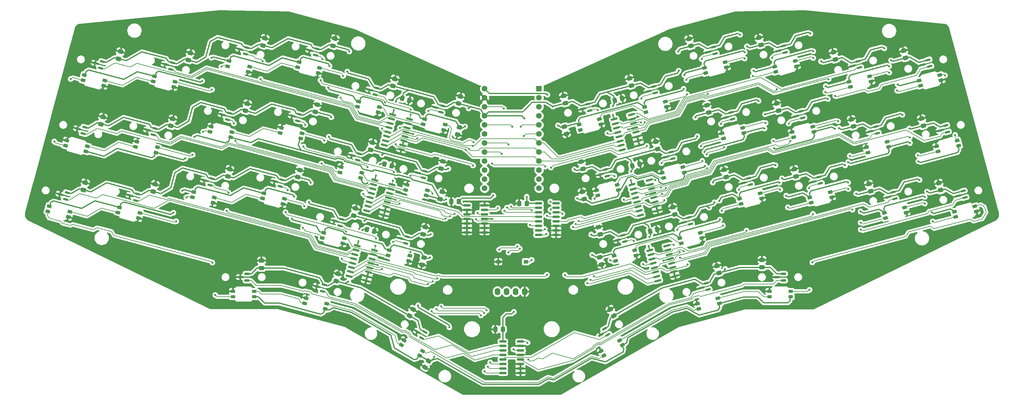
<source format=gbl>
G04 #@! TF.GenerationSoftware,KiCad,Pcbnew,8.0.4*
G04 #@! TF.CreationDate,2024-08-14T21:54:49+09:00*
G04 #@! TF.ProjectId,TrueStrike42,54727565-5374-4726-996b-6534322e6b69,rev?*
G04 #@! TF.SameCoordinates,Original*
G04 #@! TF.FileFunction,Copper,L2,Bot*
G04 #@! TF.FilePolarity,Positive*
%FSLAX46Y46*%
G04 Gerber Fmt 4.6, Leading zero omitted, Abs format (unit mm)*
G04 Created by KiCad (PCBNEW 8.0.4) date 2024-08-14 21:54:49*
%MOMM*%
%LPD*%
G01*
G04 APERTURE LIST*
G04 Aperture macros list*
%AMRoundRect*
0 Rectangle with rounded corners*
0 $1 Rounding radius*
0 $2 $3 $4 $5 $6 $7 $8 $9 X,Y pos of 4 corners*
0 Add a 4 corners polygon primitive as box body*
4,1,4,$2,$3,$4,$5,$6,$7,$8,$9,$2,$3,0*
0 Add four circle primitives for the rounded corners*
1,1,$1+$1,$2,$3*
1,1,$1+$1,$4,$5*
1,1,$1+$1,$6,$7*
1,1,$1+$1,$8,$9*
0 Add four rect primitives between the rounded corners*
20,1,$1+$1,$2,$3,$4,$5,0*
20,1,$1+$1,$4,$5,$6,$7,0*
20,1,$1+$1,$6,$7,$8,$9,0*
20,1,$1+$1,$8,$9,$2,$3,0*%
%AMRotRect*
0 Rectangle, with rotation*
0 The origin of the aperture is its center*
0 $1 length*
0 $2 width*
0 $3 Rotation angle, in degrees counterclockwise*
0 Add horizontal line*
21,1,$1,$2,0,0,$3*%
G04 Aperture macros list end*
G04 #@! TA.AperFunction,SMDPad,CuDef*
%ADD10RoundRect,0.150000X-0.528659X-0.296945X0.606304X0.007167X0.528659X0.296945X-0.606304X-0.007167X0*%
G04 #@! TD*
G04 #@! TA.AperFunction,SMDPad,CuDef*
%ADD11RoundRect,0.150000X-0.606304X0.007167X0.528659X-0.296945X0.606304X-0.007167X-0.528659X0.296945X0*%
G04 #@! TD*
G04 #@! TA.AperFunction,SMDPad,CuDef*
%ADD12RoundRect,0.150000X-0.587500X-0.150000X0.587500X-0.150000X0.587500X0.150000X-0.587500X0.150000X0*%
G04 #@! TD*
G04 #@! TA.AperFunction,ComponentPad*
%ADD13C,1.600000*%
G04 #@! TD*
G04 #@! TA.AperFunction,ComponentPad*
%ADD14R,1.600000X1.600000*%
G04 #@! TD*
G04 #@! TA.AperFunction,SMDPad,CuDef*
%ADD15RotRect,1.250000X0.900000X15.000000*%
G04 #@! TD*
G04 #@! TA.AperFunction,SMDPad,CuDef*
%ADD16RotRect,1.240000X0.900000X15.000000*%
G04 #@! TD*
G04 #@! TA.AperFunction,SMDPad,CuDef*
%ADD17RotRect,1.250000X0.900000X165.000000*%
G04 #@! TD*
G04 #@! TA.AperFunction,SMDPad,CuDef*
%ADD18RotRect,1.250000X0.900000X195.000000*%
G04 #@! TD*
G04 #@! TA.AperFunction,SMDPad,CuDef*
%ADD19RotRect,1.250000X0.900000X345.000000*%
G04 #@! TD*
G04 #@! TA.AperFunction,SMDPad,CuDef*
%ADD20RotRect,1.240000X0.900000X345.000000*%
G04 #@! TD*
G04 #@! TA.AperFunction,SMDPad,CuDef*
%ADD21RotRect,1.250000X0.900000X30.000000*%
G04 #@! TD*
G04 #@! TA.AperFunction,SMDPad,CuDef*
%ADD22RotRect,1.240000X0.900000X30.000000*%
G04 #@! TD*
G04 #@! TA.AperFunction,SMDPad,CuDef*
%ADD23R,1.250000X0.900000*%
G04 #@! TD*
G04 #@! TA.AperFunction,SMDPad,CuDef*
%ADD24R,1.240000X0.900000*%
G04 #@! TD*
G04 #@! TA.AperFunction,SMDPad,CuDef*
%ADD25RotRect,1.250000X0.900000X330.000000*%
G04 #@! TD*
G04 #@! TA.AperFunction,SMDPad,CuDef*
%ADD26RotRect,1.240000X0.900000X330.000000*%
G04 #@! TD*
G04 #@! TA.AperFunction,SMDPad,CuDef*
%ADD27R,1.250000X1.000000*%
G04 #@! TD*
G04 #@! TA.AperFunction,ComponentPad*
%ADD28O,1.600000X2.000000*%
G04 #@! TD*
G04 #@! TA.AperFunction,SMDPad,CuDef*
%ADD29RoundRect,0.250000X-0.546166X0.203061X-0.371463X-0.448939X0.546166X-0.203061X0.371463X0.448939X0*%
G04 #@! TD*
G04 #@! TA.AperFunction,SMDPad,CuDef*
%ADD30RoundRect,0.250000X-0.475000X0.337500X-0.475000X-0.337500X0.475000X-0.337500X0.475000X0.337500X0*%
G04 #@! TD*
G04 #@! TA.AperFunction,SMDPad,CuDef*
%ADD31RoundRect,0.150000X0.758066X0.358415X-0.835712X-0.068637X-0.758066X-0.358415X0.835712X0.068637X0*%
G04 #@! TD*
G04 #@! TA.AperFunction,SMDPad,CuDef*
%ADD32RoundRect,0.250000X-0.371463X0.448939X-0.546166X-0.203061X0.371463X-0.448939X0.546166X0.203061X0*%
G04 #@! TD*
G04 #@! TA.AperFunction,SMDPad,CuDef*
%ADD33RoundRect,0.250000X-0.448939X-0.371463X0.203061X-0.546166X0.448939X0.371463X-0.203061X0.546166X0*%
G04 #@! TD*
G04 #@! TA.AperFunction,SMDPad,CuDef*
%ADD34RoundRect,0.250000X0.337500X0.475000X-0.337500X0.475000X-0.337500X-0.475000X0.337500X-0.475000X0*%
G04 #@! TD*
G04 #@! TA.AperFunction,SMDPad,CuDef*
%ADD35RoundRect,0.250000X-0.203061X-0.546166X0.448939X-0.371463X0.203061X0.546166X-0.448939X0.371463X0*%
G04 #@! TD*
G04 #@! TA.AperFunction,SMDPad,CuDef*
%ADD36RoundRect,0.150000X0.825000X0.150000X-0.825000X0.150000X-0.825000X-0.150000X0.825000X-0.150000X0*%
G04 #@! TD*
G04 #@! TA.AperFunction,SMDPad,CuDef*
%ADD37RoundRect,0.250000X-0.580112X0.054784X-0.242612X-0.529784X0.580112X-0.054784X0.242612X0.529784X0*%
G04 #@! TD*
G04 #@! TA.AperFunction,SMDPad,CuDef*
%ADD38RoundRect,0.150000X0.835712X-0.068637X-0.758066X0.358415X-0.835712X0.068637X0.758066X-0.358415X0*%
G04 #@! TD*
G04 #@! TA.AperFunction,SMDPad,CuDef*
%ADD39RoundRect,0.250000X0.242612X-0.529784X0.580112X0.054784X-0.242612X0.529784X-0.580112X-0.054784X0*%
G04 #@! TD*
G04 #@! TA.AperFunction,SMDPad,CuDef*
%ADD40RoundRect,0.250000X-0.242612X0.529784X-0.580112X-0.054784X0.242612X-0.529784X0.580112X0.054784X0*%
G04 #@! TD*
G04 #@! TA.AperFunction,SMDPad,CuDef*
%ADD41RoundRect,0.150000X-0.583790X0.163846X0.433790X-0.423654X0.583790X-0.163846X-0.433790X0.423654X0*%
G04 #@! TD*
G04 #@! TA.AperFunction,SMDPad,CuDef*
%ADD42RoundRect,0.150000X-0.433790X-0.423654X0.583790X0.163846X0.433790X0.423654X-0.583790X-0.163846X0*%
G04 #@! TD*
G04 #@! TA.AperFunction,ViaPad*
%ADD43C,0.600000*%
G04 #@! TD*
G04 #@! TA.AperFunction,Conductor*
%ADD44C,0.200000*%
G04 #@! TD*
G04 #@! TA.AperFunction,Conductor*
%ADD45C,0.300000*%
G04 #@! TD*
G04 APERTURE END LIST*
D10*
X274800446Y-83109153D03*
X275292203Y-84944412D03*
X273235214Y-84512068D03*
D11*
X33685119Y-46792668D03*
X33193362Y-48627927D03*
X31628130Y-47225012D03*
D10*
X264939423Y-46307385D03*
X265431180Y-48142644D03*
X263374191Y-47710300D03*
D12*
X224420642Y-106340409D03*
X224420642Y-108240409D03*
X222545642Y-107290409D03*
D11*
X83957278Y-79985073D03*
X83465521Y-81820332D03*
X81900289Y-80417417D03*
D10*
X245305916Y-46637665D03*
X245797673Y-48472924D03*
X243740684Y-48040580D03*
X250236419Y-65038551D03*
X250728176Y-66873810D03*
X248671187Y-66441466D03*
D11*
X128976554Y-59177940D03*
X128484797Y-61013199D03*
X126919565Y-59610284D03*
D10*
X174578493Y-77093533D03*
X175070250Y-78928792D03*
X173013261Y-78496448D03*
D11*
X43457616Y-83924726D03*
X42965859Y-85759985D03*
X41400627Y-84357070D03*
D10*
X192979390Y-72163029D03*
X193471147Y-73998288D03*
X191414158Y-73565944D03*
X197909887Y-90563911D03*
X198401644Y-92399170D03*
X196344655Y-91966826D03*
D11*
X95784157Y-109450084D03*
X95292400Y-111285343D03*
X93727168Y-109882428D03*
D10*
X204806267Y-42698014D03*
X205298024Y-44533273D03*
X203241035Y-44100929D03*
D11*
X23824107Y-83594452D03*
X23332350Y-85429711D03*
X21767118Y-84026796D03*
X69254260Y-61253917D03*
X68762503Y-63089176D03*
X67197271Y-61686261D03*
X110575673Y-54247429D03*
X110083916Y-56082688D03*
X108518684Y-54679773D03*
X105645161Y-72648308D03*
X105153404Y-74483567D03*
X103588172Y-73080652D03*
X93818269Y-43183288D03*
X93326512Y-45018547D03*
X91761280Y-43615632D03*
D10*
X169647997Y-58692642D03*
X170139754Y-60527901D03*
X168082765Y-60095557D03*
D11*
X64323771Y-79654791D03*
X63832014Y-81490050D03*
X62266782Y-80087135D03*
X100714666Y-91049205D03*
X100222909Y-92884464D03*
X98657677Y-91481549D03*
D10*
X229370280Y-60768604D03*
X229862037Y-62603863D03*
X227805048Y-62171519D03*
D11*
X119115549Y-95979701D03*
X118623792Y-97814960D03*
X117058560Y-96412045D03*
D12*
X74167793Y-106340405D03*
X74167793Y-108240405D03*
X72292793Y-107290405D03*
D10*
X224439770Y-42367719D03*
X224931527Y-44202978D03*
X222874538Y-43770634D03*
X188048876Y-53762138D03*
X188540633Y-55597397D03*
X186483644Y-55165053D03*
D11*
X124046057Y-77578827D03*
X123554300Y-79414086D03*
X121989068Y-78011171D03*
D10*
X234300779Y-79169501D03*
X234792536Y-81004760D03*
X232735547Y-80572416D03*
X269869928Y-64708273D03*
X270361685Y-66543532D03*
X268304696Y-66111188D03*
X179508999Y-95494411D03*
X180000756Y-97329670D03*
X177943767Y-96897326D03*
X202840392Y-108964798D03*
X203332149Y-110800057D03*
X201275160Y-110367713D03*
D11*
X28754614Y-65193560D03*
X28262857Y-67028819D03*
X26697625Y-65625904D03*
D10*
X214667270Y-79499785D03*
X215159027Y-81335044D03*
X213102038Y-80902700D03*
D11*
X48388124Y-65523838D03*
X47896367Y-67359097D03*
X46331135Y-65956182D03*
D10*
X255166924Y-83439436D03*
X255658681Y-85274695D03*
X253601692Y-84842351D03*
D11*
X88887775Y-61584176D03*
X88396018Y-63419435D03*
X86830786Y-62016520D03*
X53318620Y-47122951D03*
X52826863Y-48958210D03*
X51261631Y-47555295D03*
X74184761Y-42853015D03*
X73693004Y-44688274D03*
X72127772Y-43285359D03*
D10*
X209736760Y-61098895D03*
X210228517Y-62934154D03*
X208171528Y-62501810D03*
D13*
X140730816Y-54420402D03*
X140730816Y-56960398D03*
X140730816Y-59500396D03*
X140730821Y-62040398D03*
X140730816Y-64580398D03*
X140730816Y-67120398D03*
X140730816Y-69660398D03*
X140730817Y-72200399D03*
X140730821Y-74740398D03*
X140730816Y-77280400D03*
X140730816Y-79820398D03*
X140730815Y-82360394D03*
X155970816Y-82360394D03*
X155970816Y-79820398D03*
X155970816Y-77280400D03*
X155970811Y-74740398D03*
X155970816Y-72200398D03*
X155970816Y-69660398D03*
X155970816Y-67120398D03*
X155970815Y-64580397D03*
X155970811Y-62040398D03*
X155970816Y-59500396D03*
X155970816Y-56960398D03*
D14*
X155970817Y-54420402D03*
D15*
X196620084Y-77877970D03*
X196231856Y-76429083D03*
D16*
X190479767Y-77970350D03*
D15*
X190872824Y-79417945D03*
D17*
X28621536Y-50573453D03*
X28233307Y-52022340D03*
X33980568Y-53562315D03*
X34368797Y-52113428D03*
X114051972Y-99760475D03*
X113663743Y-101209362D03*
X119411004Y-102749337D03*
X119799233Y-101300450D03*
D18*
X185554084Y-59568184D03*
X185942312Y-61017071D03*
X191689572Y-59477096D03*
X191301344Y-58028209D03*
D17*
X95651093Y-94829976D03*
X95262864Y-96278863D03*
X101010125Y-97818838D03*
X101398354Y-96369951D03*
D19*
X48683584Y-72293485D03*
X49071813Y-70844598D03*
D20*
X43319723Y-69303329D03*
D19*
X42936323Y-70753510D03*
D18*
X221944985Y-48173771D03*
X222333213Y-49622658D03*
X228080473Y-48082683D03*
X227692245Y-46633796D03*
D17*
X59260178Y-83435567D03*
X58871949Y-84884454D03*
X64619210Y-86424429D03*
X65007439Y-84975542D03*
X18760538Y-87375229D03*
X18372309Y-88824116D03*
X24119570Y-90364091D03*
X24507799Y-88915204D03*
D15*
X233010976Y-66483565D03*
X232622748Y-65034678D03*
D16*
X226870659Y-66575945D03*
D15*
X227263716Y-68023540D03*
D18*
X177014200Y-101300450D03*
X177402428Y-102749337D03*
X183149688Y-101209362D03*
X182761460Y-99760475D03*
D19*
X96079612Y-116219725D03*
X96467841Y-114770838D03*
D20*
X90715751Y-113229569D03*
D19*
X90332351Y-114679750D03*
D15*
X273510628Y-70423222D03*
X273122400Y-68974335D03*
D16*
X267370311Y-70515602D03*
D15*
X267763368Y-71963197D03*
D18*
X195415100Y-96369956D03*
X195803328Y-97818843D03*
X201550588Y-96278868D03*
X201162360Y-94829981D03*
X212172478Y-85305822D03*
X212560706Y-86754709D03*
X218307966Y-85214734D03*
X217919738Y-83765847D03*
D15*
X206481077Y-114679758D03*
X206092849Y-113230871D03*
D16*
X200340760Y-114772138D03*
D15*
X200733817Y-116219733D03*
D21*
X179315818Y-126376878D03*
X178565818Y-125077842D03*
D22*
X173408635Y-128055342D03*
D21*
X174162964Y-129351880D03*
D19*
X29050078Y-71963194D03*
X29438307Y-70514307D03*
D20*
X23686217Y-68973038D03*
D19*
X23302817Y-70423219D03*
D17*
X38394047Y-87705497D03*
X38005818Y-89154384D03*
X43753079Y-90694359D03*
X44141308Y-89245472D03*
D19*
X89183240Y-68353812D03*
X89571469Y-66904925D03*
D20*
X83819379Y-65363656D03*
D19*
X83435979Y-66813837D03*
D15*
X253877118Y-70753493D03*
X253488890Y-69304606D03*
D16*
X247736801Y-70845873D03*
D15*
X248129858Y-72293468D03*
D23*
X226458145Y-112802919D03*
X226458145Y-111302919D03*
D24*
X220503145Y-111302919D03*
D23*
X220508145Y-112802919D03*
D17*
X78893706Y-83765849D03*
X78505477Y-85214736D03*
X84252738Y-86754711D03*
X84640967Y-85305824D03*
D15*
X178219184Y-82808488D03*
X177830956Y-81359601D03*
D16*
X172078867Y-82900868D03*
D15*
X172471924Y-84348463D03*
D17*
X69121191Y-46633782D03*
X68732962Y-48082669D03*
X74480223Y-49622644D03*
X74868452Y-48173757D03*
X88754708Y-46964078D03*
X88366479Y-48412965D03*
X94113740Y-49952940D03*
X94501969Y-48504053D03*
X123912979Y-62958700D03*
X123524750Y-64407587D03*
X129272011Y-65947562D03*
X129660240Y-64498675D03*
D18*
X231805989Y-84975539D03*
X232194217Y-86424426D03*
X237941477Y-84884451D03*
X237553249Y-83435564D03*
D15*
X213377457Y-66813850D03*
X212989229Y-65364963D03*
D16*
X207237140Y-66906230D03*
D15*
X207630197Y-68353825D03*
D18*
X272305635Y-88915198D03*
X272693863Y-90364085D03*
X278441123Y-88824110D03*
X278052895Y-87375223D03*
X242811121Y-52443713D03*
X243199349Y-53892600D03*
X248946609Y-52352625D03*
X248558381Y-50903738D03*
X202311470Y-48504053D03*
X202699698Y-49952940D03*
X208446958Y-48412965D03*
X208058730Y-46964078D03*
D19*
X124341506Y-84348450D03*
X124729735Y-82899563D03*
D20*
X118977645Y-81358294D03*
D19*
X118594245Y-82808475D03*
D18*
X262444628Y-52113433D03*
X262832856Y-53562320D03*
X268580116Y-52022345D03*
X268191888Y-50573458D03*
X252672128Y-89245485D03*
X253060356Y-90694372D03*
X258807616Y-89154397D03*
X258419388Y-87705510D03*
D17*
X48255065Y-50903726D03*
X47866836Y-52352613D03*
X53614097Y-53892588D03*
X54002326Y-52443701D03*
D19*
X105940633Y-79417953D03*
X106328862Y-77969066D03*
D20*
X100576772Y-76427797D03*
D19*
X100193372Y-77877978D03*
X69549722Y-68023539D03*
X69937951Y-66574652D03*
D20*
X64185861Y-65033383D03*
D19*
X63802461Y-66483564D03*
D18*
X167153200Y-64498670D03*
X167541428Y-65947557D03*
X173288688Y-64407582D03*
X172900460Y-62958695D03*
D23*
X76205295Y-112802903D03*
X76205295Y-111302903D03*
D24*
X70250295Y-111302903D03*
D23*
X70255295Y-112802903D03*
D17*
X105512073Y-58028203D03*
X105123844Y-59477090D03*
X110871105Y-61017065D03*
X111259334Y-59568178D03*
D25*
X122550469Y-129351882D03*
X123300471Y-128052844D03*
D26*
X118143288Y-125075342D03*
D25*
X117397617Y-126376878D03*
D27*
X144544755Y-102967878D03*
X152294755Y-102967880D03*
D28*
X144319752Y-111367893D03*
X146859750Y-111367888D03*
X151939751Y-111367891D03*
X149399753Y-111367886D03*
D29*
X168330155Y-76892709D03*
X167793105Y-74888413D03*
D30*
X78239323Y-104724449D03*
X78239327Y-102649445D03*
D31*
X177022345Y-62959409D03*
X177351045Y-64186134D03*
X177679745Y-65412860D03*
X178008445Y-66639587D03*
X178337145Y-67866312D03*
X178665846Y-69093038D03*
X178994547Y-70319760D03*
X179323245Y-71546489D03*
X184104579Y-70265335D03*
X183775879Y-69038610D03*
X183447179Y-67811884D03*
X183118479Y-66585157D03*
X182789779Y-65358432D03*
X182461078Y-64131706D03*
X182132377Y-62904984D03*
X181803679Y-61678255D03*
D29*
X181835881Y-53500078D03*
X181298831Y-51495782D03*
D32*
X38184301Y-45992002D03*
X38721351Y-43987706D03*
D29*
X218126962Y-42119483D03*
X217589912Y-40115187D03*
D32*
X78635419Y-42233450D03*
X79172469Y-40229154D03*
D33*
X119626825Y-57656191D03*
X117622529Y-57119141D03*
D32*
X115023068Y-53639946D03*
X115560118Y-51635650D03*
D34*
X143762487Y-121949990D03*
X145837495Y-121949990D03*
D32*
X128483981Y-76813506D03*
X129021031Y-74809210D03*
D34*
X150462816Y-86639523D03*
X152537824Y-86639523D03*
D32*
X104028840Y-90034541D03*
X104565890Y-88030245D03*
D35*
X184121408Y-75520029D03*
X182117112Y-76057079D03*
D32*
X123240820Y-103793777D03*
X123777870Y-101789481D03*
D29*
X268490853Y-82872980D03*
X267953803Y-80868684D03*
D32*
X108779112Y-71533601D03*
X109316162Y-69529305D03*
D29*
X163622474Y-67050797D03*
X163085424Y-65046501D03*
D31*
X182043393Y-81336026D03*
X182372093Y-82562751D03*
X182700793Y-83789477D03*
X183029493Y-85016204D03*
X183358193Y-86242929D03*
X183686894Y-87469655D03*
X184015595Y-88696377D03*
X184344293Y-89923106D03*
X189125627Y-88641952D03*
X188796927Y-87415227D03*
X188468227Y-86188501D03*
X188139527Y-84961774D03*
X187810827Y-83735049D03*
X187482126Y-82508323D03*
X187153425Y-81281601D03*
X186824727Y-80054872D03*
D36*
X155825327Y-86594515D03*
X155825332Y-87864517D03*
X155825327Y-89134513D03*
X155825327Y-90404514D03*
X155825327Y-91674514D03*
X155825327Y-92944515D03*
X155825331Y-94214511D03*
X155825327Y-95484513D03*
X160775327Y-95484513D03*
X160775322Y-94214511D03*
X160775327Y-92944515D03*
X160775327Y-91674514D03*
X160775327Y-90404514D03*
X160775327Y-89134513D03*
X160775323Y-87864517D03*
X160775327Y-86594515D03*
D37*
X175925653Y-116350496D03*
X176963155Y-118147498D03*
D29*
X238983157Y-46159134D03*
X238446107Y-44154838D03*
X263650942Y-64810151D03*
X263113892Y-62805855D03*
D32*
X93312776Y-60867164D03*
X93849826Y-58862868D03*
D30*
X218426436Y-102457271D03*
X218426436Y-104532279D03*
D35*
X189051910Y-93920900D03*
X187047614Y-94457950D03*
D38*
X105058203Y-98455769D03*
X104729505Y-99682498D03*
X104400804Y-100909220D03*
X104072103Y-102135946D03*
X103743403Y-103362671D03*
X103414703Y-104589398D03*
X103086003Y-105816123D03*
X102757303Y-107042849D03*
X107538637Y-108324003D03*
X107867335Y-107097274D03*
X108196036Y-105870552D03*
X108524737Y-104643826D03*
X108853437Y-103417101D03*
X109182137Y-102190374D03*
X109510837Y-100963649D03*
X109839537Y-99736923D03*
D29*
X244030138Y-64994697D03*
X243493088Y-62990401D03*
X248895933Y-83154099D03*
X248358883Y-81149803D03*
D32*
X68774417Y-79035221D03*
X69311467Y-77030925D03*
D39*
X125061414Y-130805624D03*
X124023916Y-132602630D03*
D29*
X173151128Y-95271176D03*
X172614078Y-93266880D03*
D38*
X109988705Y-80054879D03*
X109660007Y-81281608D03*
X109331306Y-82508330D03*
X109002605Y-83735056D03*
X108673905Y-84961781D03*
X108345205Y-86188508D03*
X108016505Y-87415233D03*
X107687805Y-88641959D03*
X112469139Y-89923113D03*
X112797837Y-88696384D03*
X113126538Y-87469662D03*
X113455239Y-86242936D03*
X113783939Y-85016211D03*
X114112639Y-83789484D03*
X114441339Y-82562759D03*
X114770039Y-81336033D03*
D32*
X123540548Y-95262693D03*
X124077598Y-93258397D03*
X98282109Y-42321397D03*
X98819159Y-40317101D03*
D29*
X203527243Y-61042961D03*
X202990193Y-59038665D03*
X206358201Y-106146997D03*
X205821151Y-104142693D03*
X223070404Y-60568662D03*
X222533354Y-58564366D03*
D38*
X114919214Y-61653998D03*
X114590516Y-62880727D03*
X114261815Y-64107449D03*
X113933114Y-65334175D03*
X113604414Y-66560900D03*
X113275714Y-67787627D03*
X112947014Y-69014352D03*
X112618314Y-70241078D03*
X117399648Y-71522232D03*
X117728346Y-70295503D03*
X118057047Y-69068781D03*
X118385748Y-67842055D03*
X118714448Y-66615330D03*
X119043148Y-65388603D03*
X119371848Y-64161878D03*
X119700548Y-62935152D03*
D36*
X135752887Y-87127254D03*
X135752883Y-88397250D03*
X135752884Y-89667251D03*
X135752880Y-90937250D03*
X135752884Y-92207259D03*
X135752883Y-93477259D03*
X135752889Y-94747257D03*
X140702881Y-94747254D03*
X140702885Y-93477258D03*
X140702884Y-92207257D03*
X140702888Y-90937258D03*
X140702884Y-89667249D03*
X140702885Y-88397249D03*
X140702879Y-87127251D03*
D34*
X131398741Y-86078059D03*
X133473741Y-86078059D03*
D33*
X109765824Y-94457959D03*
X107761528Y-93920909D03*
D32*
X33266738Y-64344594D03*
X33803788Y-62340298D03*
D35*
X179190901Y-57119137D03*
X177186601Y-57656183D03*
D29*
X163386701Y-58443527D03*
X162849655Y-56439227D03*
X189194149Y-71302218D03*
X188657099Y-69297922D03*
D32*
X128280851Y-85370475D03*
X128817901Y-83366179D03*
D29*
X198532042Y-42400593D03*
X197994992Y-40396297D03*
X173457592Y-103755979D03*
X172920542Y-101751683D03*
D33*
X114696329Y-76057065D03*
X112692033Y-75520015D03*
D40*
X119684106Y-118142513D03*
X120721604Y-116345507D03*
D32*
X99102411Y-108413668D03*
X99639465Y-106409368D03*
D29*
X168626920Y-85341277D03*
X168089870Y-83336981D03*
D32*
X88395218Y-79219756D03*
X88932268Y-77215460D03*
X52809877Y-64818903D03*
X53346927Y-62814607D03*
D29*
X208393043Y-79202365D03*
X207855993Y-77198069D03*
D32*
X57753333Y-46369713D03*
X58290383Y-44365417D03*
D29*
X228013845Y-79017833D03*
X227476795Y-77013537D03*
D32*
X28323290Y-82793791D03*
X28860340Y-80789495D03*
X133136947Y-67247293D03*
X133673997Y-65242997D03*
D29*
X258648792Y-45755539D03*
X258111742Y-43751243D03*
D31*
X186973888Y-99736915D03*
X187302588Y-100963640D03*
X187631288Y-102190366D03*
X187959988Y-103417093D03*
X188288688Y-104643818D03*
X188617389Y-105870544D03*
X188946090Y-107097266D03*
X189274788Y-108323995D03*
X194056122Y-107042841D03*
X193727422Y-105816116D03*
X193398722Y-104589390D03*
X193070022Y-103362663D03*
X192741322Y-102135938D03*
X192412621Y-100909212D03*
X192083920Y-99682490D03*
X191755222Y-98455761D03*
D29*
X194015113Y-89680684D03*
X193478063Y-87676388D03*
D36*
X145844559Y-125349162D03*
X145844564Y-126619164D03*
X145844559Y-127889160D03*
X145844559Y-129159161D03*
X145844559Y-130429161D03*
X145844559Y-131699162D03*
X145844563Y-132969158D03*
X145844559Y-134239160D03*
X150794559Y-134239160D03*
X150794554Y-132969158D03*
X150794559Y-131699162D03*
X150794559Y-130429161D03*
X150794559Y-129159161D03*
X150794559Y-127889160D03*
X150794555Y-126619164D03*
X150794559Y-125349162D03*
D32*
X47866445Y-83268087D03*
X48403495Y-81263791D03*
X73717856Y-60586044D03*
X74254906Y-58581748D03*
X133375670Y-58557509D03*
X133912724Y-56553211D03*
D41*
X121918402Y-122621652D03*
X123067200Y-124381873D03*
X124017198Y-122736428D03*
D42*
X173171254Y-123559150D03*
X175270055Y-123444374D03*
X174320051Y-121798927D03*
D43*
X106452101Y-54022594D03*
X218252098Y-110422595D03*
X39352100Y-84022593D03*
X88552098Y-112222595D03*
X116312341Y-76495380D03*
X175063297Y-63548355D03*
X251609775Y-51727349D03*
X193878235Y-58930778D03*
X102630663Y-98875246D03*
X49382035Y-47233846D03*
X80151462Y-81153336D03*
X66688071Y-86966845D03*
X60582421Y-80775630D03*
X70334827Y-43220058D03*
X110495677Y-62458610D03*
X198308627Y-114770881D03*
X279878967Y-88462490D03*
X261547860Y-88496815D03*
X205107065Y-109815269D03*
X116654368Y-123487917D03*
X91893660Y-109859183D03*
X120152099Y-121322594D03*
X96260461Y-107256505D03*
X101545089Y-72851968D03*
X97600015Y-75211298D03*
X130533144Y-61259622D03*
X171581874Y-128681154D03*
X117104787Y-80851698D03*
X111781543Y-82945275D03*
X115836574Y-85584737D03*
X106889865Y-101201270D03*
X110822416Y-103911441D03*
X44332179Y-66528722D03*
X121561551Y-65377937D03*
X120675116Y-67140691D03*
X179607749Y-62673368D03*
X180874098Y-65854002D03*
X184577075Y-81219146D03*
X186002223Y-84219668D03*
X185122082Y-100639829D03*
X190178735Y-100192982D03*
X190831705Y-102629882D03*
X191297567Y-104368551D03*
X186502490Y-86086665D03*
X142916042Y-90936859D03*
X153919759Y-102467883D03*
X153919754Y-88534513D03*
X147019756Y-87767886D03*
X146119761Y-59967881D03*
X147419758Y-100367885D03*
X150569758Y-99317884D03*
X151719752Y-67667885D03*
X149933098Y-98667891D03*
X144819764Y-99567874D03*
X150819751Y-65067886D03*
X232538036Y-103165491D03*
X126635480Y-129679251D03*
X130852465Y-121375210D03*
X122104302Y-115227500D03*
X148919759Y-117067882D03*
X148519762Y-65067887D03*
X148800003Y-127550002D03*
X140700002Y-133750000D03*
X139699997Y-118049998D03*
X125899995Y-116849999D03*
X141599998Y-132449999D03*
X140599995Y-117350002D03*
X127199999Y-116249997D03*
X142299998Y-131250002D03*
X141299999Y-116649997D03*
X128599997Y-115550001D03*
X142833089Y-75348367D03*
X157733092Y-76250000D03*
X158199994Y-90049998D03*
X147399994Y-70050003D03*
X148099996Y-87450000D03*
X145500000Y-72650004D03*
X146249996Y-88700001D03*
X158033089Y-95149999D03*
X157583092Y-93798361D03*
X153500003Y-92649997D03*
X138333090Y-91048371D03*
X137499991Y-75950006D03*
X159200000Y-88349998D03*
X158200003Y-106649999D03*
X162500000Y-89549996D03*
X163249993Y-106699999D03*
X159149997Y-86100001D03*
X159299995Y-76549996D03*
X151899999Y-62749998D03*
X152537829Y-84749998D03*
X169502716Y-109004856D03*
X170384055Y-108044000D03*
X171361996Y-107057288D03*
X165477148Y-93208492D03*
X166287783Y-92370131D03*
X167098423Y-91531752D03*
X117010653Y-65407785D03*
X127447031Y-107596458D03*
X126183459Y-108448448D03*
X124836243Y-109226269D03*
X132299892Y-89485343D03*
X131073680Y-90192062D03*
X129753800Y-90873676D03*
X135445853Y-71556713D03*
X136396784Y-71305770D03*
X137398622Y-70456608D03*
X137627873Y-69437258D03*
X138733100Y-89269346D03*
X144433093Y-87948363D03*
X143170865Y-84394268D03*
X102547348Y-108598663D03*
X64471670Y-103222955D03*
X65271662Y-112322952D03*
X231738032Y-110865494D03*
X222212722Y-75913495D03*
X244832109Y-83828884D03*
X217469389Y-57824809D03*
X262548292Y-80013584D03*
X241727457Y-75912689D03*
X264665046Y-83276925D03*
X102257900Y-49578141D03*
X219303295Y-61578060D03*
X110334837Y-78763064D03*
X125624740Y-95283294D03*
X111364015Y-75674184D03*
X176644404Y-59239296D03*
X252696768Y-43053995D03*
X204658758Y-80720608D03*
X224020737Y-79570154D03*
X115894406Y-58014511D03*
X136237660Y-59925329D03*
X186669506Y-98585288D03*
X259709581Y-65555671D03*
X195106964Y-49322932D03*
X234990042Y-46711447D03*
X212281000Y-39234207D03*
X97093790Y-67884876D03*
X176686023Y-61712813D03*
X240011132Y-65450416D03*
X106481809Y-94088006D03*
X231972515Y-38927205D03*
X186917670Y-96034134D03*
X194920222Y-43989534D03*
X170581005Y-95338669D03*
X111992115Y-72943712D03*
X165882516Y-77030915D03*
X159860836Y-59388279D03*
X105391404Y-97212256D03*
X97784966Y-62407617D03*
X254584968Y-46430343D03*
X214239924Y-42488071D03*
X236890086Y-57279792D03*
X181700176Y-80039511D03*
X130568161Y-76834119D03*
X107084030Y-91454134D03*
X115259958Y-60382255D03*
X91478750Y-86257644D03*
X181781028Y-77636709D03*
X200304836Y-67755717D03*
X92029947Y-80794650D03*
X205116327Y-86292011D03*
X257753208Y-61731722D03*
X199767069Y-62464610D03*
X102837948Y-43936018D03*
X78565144Y-46697870D03*
X77978658Y-51675137D03*
X112847242Y-58275585D03*
X94769842Y-52023423D03*
X95316936Y-46062827D03*
X111959117Y-65532652D03*
X120028551Y-61690256D03*
X119992997Y-60277539D03*
X124921993Y-60621249D03*
X121856383Y-68391670D03*
X70945945Y-69070581D03*
X70502587Y-64156946D03*
X89982388Y-70627730D03*
X107955546Y-76417328D03*
X106725889Y-83904197D03*
X90483868Y-64541584D03*
X115294029Y-77814279D03*
X115065790Y-80232233D03*
X119969752Y-78809249D03*
X116868126Y-86621783D03*
X68505471Y-88684359D03*
X68945164Y-83566053D03*
X101927269Y-94545670D03*
X84942349Y-89051033D03*
X100732987Y-102093760D03*
X85552525Y-82890483D03*
X110298830Y-96456641D03*
X110167552Y-98492027D03*
X111950558Y-104974376D03*
X115095490Y-97432264D03*
X175130937Y-66891761D03*
X172460945Y-60412578D03*
X185553103Y-63895567D03*
X184609814Y-57137850D03*
X201525024Y-46083194D03*
X203275907Y-55854901D03*
X222605882Y-54584987D03*
X221313135Y-45750313D03*
X238937478Y-56420621D03*
X237063822Y-51746278D03*
X179754956Y-85530056D03*
X177092813Y-78925800D03*
X190263535Y-75293188D03*
X191513371Y-82275869D03*
X206925553Y-64306377D03*
X202913348Y-72854309D03*
X207791463Y-70775319D03*
X203062866Y-76696531D03*
X226391578Y-69099758D03*
X225940919Y-64180549D03*
X188541168Y-80069982D03*
X190400939Y-83919806D03*
X182493337Y-97148985D03*
X185129595Y-103656648D03*
X194689881Y-93984457D03*
X195406306Y-100281849D03*
X211965584Y-82729675D03*
X214079628Y-94243069D03*
X231631221Y-82326083D03*
X232703056Y-89563525D03*
X193722614Y-98248318D03*
X195504749Y-101808383D03*
X246093882Y-93947080D03*
X243768231Y-88358585D03*
X107905139Y-80855509D03*
X262229609Y-74767313D03*
X259875528Y-69652307D03*
X225218243Y-84425671D03*
X129974928Y-85423246D03*
X56063730Y-83041216D03*
X158301184Y-56078946D03*
X161284581Y-64700804D03*
X109503552Y-77401524D03*
X219127694Y-65559150D03*
X254042623Y-48076806D03*
X96918918Y-54048654D03*
X221769006Y-71166602D03*
X61582627Y-52241358D03*
X238826144Y-65664393D03*
X64240766Y-45726881D03*
X170871286Y-101058444D03*
X223313634Y-80794890D03*
X236283465Y-53663586D03*
X135242836Y-64990429D03*
X206629493Y-91166476D03*
X246020131Y-88842220D03*
X213600984Y-44160428D03*
X216016289Y-49310786D03*
X256396700Y-53191805D03*
X196478708Y-54442351D03*
X86724367Y-90864575D03*
X202355263Y-72123861D03*
X53537924Y-89219234D03*
X59451009Y-67924032D03*
X206503984Y-85868425D03*
X242548065Y-80713897D03*
X87355123Y-84718404D03*
X264035590Y-84791466D03*
X232783656Y-43886244D03*
X97286838Y-48039099D03*
X56899358Y-73969618D03*
X196680184Y-50557830D03*
X242573454Y-75013084D03*
X125443051Y-101756852D03*
X266024777Y-89124251D03*
X202469438Y-76027320D03*
X166723249Y-85191372D03*
X186198239Y-70470723D03*
X184508657Y-63861359D03*
X190140808Y-82176254D03*
X191085877Y-85703300D03*
X197574813Y-103738375D03*
X196468811Y-99997147D03*
X20181651Y-69203993D03*
X24782632Y-51646563D03*
X126108683Y-83817870D03*
X119927451Y-100162627D03*
X89840833Y-93407839D03*
X90269993Y-87362934D03*
X57176124Y-84914183D03*
X54346702Y-91610020D03*
X264018497Y-86659537D03*
X266285450Y-91642607D03*
X242627570Y-82556093D03*
X246085096Y-91982412D03*
X225685984Y-87716744D03*
X223515612Y-82707803D03*
X207481745Y-92801614D03*
X207193320Y-88634261D03*
X175942654Y-102598351D03*
X171502969Y-85256508D03*
X201694833Y-74681959D03*
X201309830Y-70540487D03*
X221673103Y-69069979D03*
X219441499Y-64025683D03*
X243028665Y-73234665D03*
X239712559Y-63563388D03*
X259812426Y-68064533D03*
X262140619Y-73082957D03*
X269684170Y-50658770D03*
X272524081Y-67401938D03*
X254060886Y-49883634D03*
X256292502Y-54927953D03*
X232766558Y-45754329D03*
X236153379Y-55303117D03*
X215895679Y-50792496D03*
X213558005Y-45931912D03*
X197261588Y-51954968D03*
X197401666Y-55955016D03*
X101096920Y-50819979D03*
X100387452Y-56945062D03*
X67011252Y-48208998D03*
X64356054Y-54640939D03*
X58929651Y-72960723D03*
X61900513Y-66509821D03*
X95818858Y-68972445D03*
X95031763Y-75387292D03*
X203614657Y-87794210D03*
X208125041Y-105013575D03*
X152736501Y-125747569D03*
X152936522Y-130447568D03*
X115794202Y-69947633D03*
D44*
X189471500Y-104326891D02*
X188288715Y-104643816D01*
X189945266Y-103506307D02*
X189471500Y-104326891D01*
X202566471Y-99223771D02*
X194492750Y-101387127D01*
X213575079Y-95209876D02*
X203293292Y-97964871D01*
X203293292Y-97964871D02*
X202566471Y-99223771D01*
X193877579Y-102452647D02*
X189945266Y-103506307D01*
X232703056Y-89563525D02*
X232349501Y-90175890D01*
X213577399Y-95205863D02*
X213575079Y-95209876D01*
X194492750Y-101387127D02*
X193877579Y-102452647D01*
X232349501Y-90175890D02*
X213577399Y-95205863D01*
X189590661Y-102286535D02*
X188855791Y-101862259D01*
X195101421Y-100809932D02*
X189590661Y-102286535D01*
X195406306Y-100281849D02*
X195101421Y-100809932D01*
X188855791Y-101862259D02*
X187631288Y-102190363D01*
X188508889Y-100640413D02*
X187302596Y-100963638D01*
X189243733Y-101064677D02*
X188508889Y-100640413D01*
X202302898Y-98880288D02*
X197962800Y-100043210D01*
X195842570Y-98819093D02*
X193546260Y-99434389D01*
X203032039Y-97617370D02*
X202302898Y-98880288D01*
X213796806Y-94732963D02*
X203032039Y-97617370D01*
X193546260Y-99434389D02*
X193220165Y-99999195D01*
X193220165Y-99999195D02*
X189243733Y-101064677D01*
X197962800Y-100043210D02*
X195842570Y-98819093D01*
X214079628Y-94243069D02*
X213796806Y-94732963D01*
X184492707Y-85938937D02*
X183358188Y-86242930D01*
X184966467Y-85118360D02*
X184492707Y-85938937D01*
X188947071Y-84051760D02*
X184966467Y-85118360D01*
X189195386Y-83621662D02*
X188947071Y-84051760D01*
X192599891Y-81622405D02*
X191857427Y-82908379D01*
X191857427Y-82908379D02*
X189195386Y-83621662D01*
X197770217Y-78942928D02*
X196886328Y-80473844D01*
X203438963Y-77423977D02*
X197770217Y-78942928D01*
X204994595Y-74729542D02*
X203438963Y-77423977D01*
X222261945Y-70102777D02*
X204994595Y-74729542D01*
X196886328Y-80473844D02*
X192599891Y-81622405D01*
X223241730Y-70668455D02*
X222261945Y-70102777D01*
X225896618Y-69957081D02*
X223241730Y-70668455D01*
X226391578Y-69099758D02*
X225896618Y-69957081D01*
X188636493Y-82892654D02*
X184697584Y-83948079D01*
X183877006Y-83474321D02*
X182700801Y-83789484D01*
X189186179Y-83210017D02*
X188636493Y-82892654D01*
X191301239Y-82643298D02*
X189186179Y-83210017D01*
X191513371Y-82275869D02*
X191301239Y-82643298D01*
X184697584Y-83948079D02*
X183877006Y-83474321D01*
X189775652Y-81272613D02*
X184397860Y-82713590D01*
X184397860Y-82713590D02*
X183577269Y-82239822D01*
X197506643Y-78599433D02*
X196622758Y-80130370D01*
X183577269Y-82239822D02*
X182372103Y-82562744D01*
X202780026Y-77186431D02*
X197506643Y-78599433D01*
X196622758Y-80130370D02*
X190594800Y-81745544D01*
X203062866Y-76696531D02*
X202780026Y-77186431D01*
X190594800Y-81745544D02*
X189775652Y-81272613D01*
X179987661Y-66730428D02*
X179513901Y-67551001D01*
X179513901Y-67551001D02*
X178337145Y-67866312D01*
X185565517Y-65235846D02*
X179987661Y-66730428D01*
X186420309Y-63755296D02*
X185565517Y-65235846D01*
X197056606Y-57728408D02*
X194886742Y-61486727D01*
X201934791Y-56421314D02*
X197056606Y-57728408D01*
X217520340Y-52738307D02*
X202518181Y-56758122D01*
X221745182Y-55177529D02*
X217520340Y-52738307D01*
X222358701Y-55013125D02*
X221745182Y-55177529D01*
X222605882Y-54584987D02*
X222358701Y-55013125D01*
X202518181Y-56758122D02*
X201934791Y-56421314D01*
X194886742Y-61486727D02*
X186420309Y-63755296D01*
X178898208Y-65086375D02*
X177679737Y-65412863D01*
X179633054Y-65510639D02*
X178898208Y-65086375D01*
X185553103Y-63895567D02*
X185201917Y-64503834D01*
X185201917Y-64503834D02*
X184329346Y-64737644D01*
X184329346Y-64737644D02*
X183755154Y-64406127D01*
X183755154Y-64406127D02*
X179633054Y-65510639D01*
X178598477Y-63851879D02*
X177351044Y-64186126D01*
X185277894Y-62755778D02*
X179419067Y-64325647D01*
X186332575Y-63364697D02*
X185277894Y-62755778D01*
X179419067Y-64325647D02*
X178598477Y-63851879D01*
X194623170Y-61143230D02*
X186332575Y-63364697D01*
X201991309Y-55992048D02*
X196793032Y-57384929D01*
X202574690Y-56328870D02*
X201991309Y-55992048D01*
X194827499Y-60789332D02*
X194629160Y-61132864D01*
X196793032Y-57384929D02*
X194827499Y-60789332D01*
X203080515Y-56193336D02*
X202574690Y-56328870D01*
X203275907Y-55854901D02*
X203080515Y-56193336D01*
X194629160Y-61132864D02*
X194623170Y-61143230D01*
X190047427Y-84450566D02*
X188139536Y-84961774D01*
X190511393Y-84718429D02*
X190047427Y-84450566D01*
X191960300Y-84330207D02*
X190511393Y-84718429D01*
X193127027Y-82309374D02*
X191960300Y-84330207D01*
X197413453Y-81160814D02*
X193127027Y-82309374D01*
X203966087Y-78110947D02*
X198297338Y-79629893D01*
X220037610Y-71526990D02*
X205521736Y-75416515D01*
X205521736Y-75416515D02*
X203966087Y-78110947D01*
X244200536Y-69910402D02*
X240045812Y-67511676D01*
X240045812Y-67511676D02*
X221629777Y-72446246D01*
X198297338Y-79629893D02*
X197413453Y-81160814D01*
X263852314Y-68968101D02*
X258737705Y-66015178D01*
X268422611Y-67743492D02*
X263852314Y-68968101D01*
X258737705Y-66015178D02*
X244200536Y-69910402D01*
X268887325Y-66938591D02*
X268422611Y-67743492D01*
X270361684Y-66543538D02*
X268887325Y-66938591D01*
X221629777Y-72446246D02*
X220037610Y-71526990D01*
D45*
X268285061Y-65132935D02*
X269869925Y-64708272D01*
X266434276Y-64064383D02*
X268285061Y-65132935D01*
X260077007Y-65767807D02*
X266434276Y-64064383D01*
X259709581Y-65555671D02*
X260077007Y-65767807D01*
D44*
X249265885Y-67265632D02*
X250728178Y-66873816D01*
X248686269Y-68269557D02*
X249265885Y-67265632D01*
X244243013Y-69460125D02*
X248686269Y-68269557D01*
X240117613Y-67078327D02*
X244243013Y-69460125D01*
X220094115Y-71097756D02*
X221686278Y-72016988D01*
X221686278Y-72016988D02*
X240117613Y-67078327D01*
X197149889Y-80817325D02*
X198033776Y-79286408D01*
X192863458Y-81965893D02*
X197149889Y-80817325D01*
X190890836Y-84202652D02*
X191696725Y-83986711D01*
X203702521Y-77767461D02*
X205258160Y-75073031D01*
X198033776Y-79286408D02*
X203702521Y-77767461D01*
X190400939Y-83919806D02*
X190890836Y-84202652D01*
X191696725Y-83986711D02*
X192863458Y-81965893D01*
X205258160Y-75073031D02*
X220094115Y-71097756D01*
X155727406Y-133277127D02*
X150794561Y-130429156D01*
X171339569Y-127306513D02*
X165562761Y-130641756D01*
X171478586Y-126787670D02*
X171339569Y-127306513D01*
X172681336Y-126093268D02*
X171478586Y-126787670D01*
X192449444Y-115118720D02*
X173200173Y-126232291D01*
X165562761Y-130641756D02*
X155727406Y-133277127D01*
X199216100Y-112885162D02*
X198928937Y-113382538D01*
X212882745Y-109643638D02*
X201584644Y-112670947D01*
X213307171Y-109219210D02*
X212882745Y-109643638D01*
X173200173Y-126232291D02*
X172681336Y-126093268D01*
X201584644Y-112670947D02*
X201252469Y-112759961D01*
X221622304Y-109219210D02*
X213307171Y-109219210D01*
X222601105Y-108240409D02*
X221622304Y-109219210D01*
X198928937Y-113382538D02*
X192449444Y-115118720D01*
X201252469Y-112759961D02*
X200755087Y-112472797D01*
X224420643Y-108240408D02*
X222601105Y-108240409D01*
X200755087Y-112472797D02*
X199216100Y-112885162D01*
X172460945Y-60412578D02*
X171861585Y-60066537D01*
X171861585Y-60066537D02*
X170139752Y-60527904D01*
X75337653Y-108240407D02*
X74167794Y-108240407D01*
X89953698Y-111303648D02*
X83754697Y-109642632D01*
X90317878Y-111093395D02*
X89953698Y-111303648D01*
X92059104Y-111559957D02*
X90317878Y-111093395D01*
X92269355Y-111924118D02*
X92059104Y-111559957D01*
X104311739Y-115150878D02*
X92269355Y-111924118D01*
X118315711Y-122601263D02*
X117564718Y-122802486D01*
X117564718Y-122802486D02*
X104311739Y-115150878D01*
X119702197Y-124036564D02*
X119500974Y-123285576D01*
X119500974Y-123285576D02*
X118315711Y-122601263D01*
X134784828Y-128703063D02*
X130003732Y-129984156D01*
X83754697Y-109642632D02*
X76739875Y-109642635D01*
X137981072Y-130548420D02*
X134784828Y-128703063D01*
X76739875Y-109642635D02*
X75337653Y-108240407D01*
X145844546Y-129159165D02*
X143165864Y-129159166D01*
X130003732Y-129984156D02*
X119702197Y-124036564D01*
X143165864Y-129159166D02*
X137981072Y-130548420D01*
X127844634Y-123772379D02*
X123860556Y-124839912D01*
X123860556Y-124839912D02*
X123067201Y-124381875D01*
X136279450Y-128642224D02*
X127844634Y-123772379D01*
X145844568Y-126619163D02*
X143829612Y-126619170D01*
X143829612Y-126619170D02*
X136279450Y-128642224D01*
X96305978Y-111556931D02*
X95292404Y-111285345D01*
X119844462Y-123022008D02*
X118372221Y-122172010D01*
X97004026Y-112765984D02*
X96305978Y-111556931D01*
X120045685Y-123772994D02*
X119844462Y-123022008D01*
X126768589Y-127654465D02*
X120045685Y-123772994D01*
X104425125Y-114754464D02*
X97004026Y-112765984D01*
X131549681Y-126373374D02*
X126768589Y-127654465D01*
X143529624Y-127889160D02*
X137140372Y-129601155D01*
X137140372Y-129601155D02*
X131549681Y-126373374D01*
X117621232Y-122373238D02*
X104425125Y-114754464D01*
X118372221Y-122172010D02*
X117621232Y-122373238D01*
X145844549Y-127889165D02*
X143529624Y-127889160D01*
X115761185Y-97047929D02*
X118623791Y-97814959D01*
X115095490Y-97432264D02*
X115761185Y-97047929D01*
X101284785Y-93168993D02*
X100222901Y-92884466D01*
X101527050Y-93588606D02*
X101284785Y-93168993D01*
X110298830Y-96456641D02*
X109945275Y-95844265D01*
X109945275Y-95844265D02*
X101527050Y-93588606D01*
X85203542Y-82286036D02*
X83465517Y-81820330D01*
X85552525Y-82890483D02*
X85203542Y-82286036D01*
X64809366Y-81751931D02*
X63832006Y-81490048D01*
X65057542Y-82181789D02*
X64809366Y-81751931D01*
X68711181Y-83160774D02*
X65057542Y-82181789D01*
X68945164Y-83566053D02*
X68711181Y-83160774D01*
X43834145Y-85992640D02*
X42965863Y-85759984D01*
X51643282Y-85523793D02*
X46864189Y-84243245D01*
X91794258Y-95752793D02*
X52269599Y-85162197D01*
X93562028Y-98814656D02*
X91794258Y-95752793D01*
X46864189Y-84243245D02*
X43834145Y-85992640D01*
X102147413Y-101115099D02*
X93562028Y-98814656D01*
X104400812Y-100909211D02*
X103105286Y-100562086D01*
X52269599Y-85162197D02*
X51643282Y-85523793D01*
X103105286Y-100562086D02*
X102147413Y-101115099D01*
X24243415Y-85673832D02*
X23332352Y-85429705D01*
X27351653Y-83879283D02*
X24243415Y-85673832D01*
X33746129Y-84123084D02*
X32007565Y-85126836D01*
X48173565Y-87988897D02*
X33746129Y-84123084D01*
X91530678Y-96096275D02*
X52326092Y-85591440D01*
X32007565Y-85126836D02*
X27351653Y-83879283D01*
X93360611Y-99265819D02*
X91530678Y-96096275D01*
X103130312Y-101883603D02*
X93360611Y-99265819D01*
X104072108Y-102135935D02*
X103130312Y-101883603D01*
X52326092Y-85591440D02*
X48173565Y-87988897D01*
X29198071Y-67279406D02*
X28262857Y-67028818D01*
X37734012Y-66990983D02*
X32245071Y-65520220D01*
X32245071Y-65520220D02*
X29198071Y-67279406D01*
X38982675Y-66270073D02*
X37734012Y-66990983D01*
X55759686Y-68177281D02*
X52697828Y-69945044D01*
X67084570Y-71211771D02*
X55759686Y-68177281D01*
X69044152Y-70080408D02*
X67084570Y-71211771D01*
X52697828Y-69945044D02*
X38982675Y-66270073D01*
X98769593Y-80115849D02*
X97355387Y-77666351D01*
X99089684Y-80201620D02*
X98769593Y-80115849D01*
X100860848Y-80652769D02*
X99117398Y-80185622D01*
X99117398Y-80185622D02*
X99089684Y-80201620D01*
X107510389Y-82434506D02*
X100860848Y-80652769D01*
X109002608Y-83735055D02*
X108125572Y-83500059D01*
X97355387Y-77666351D02*
X69044152Y-70080408D01*
X108125572Y-83500059D02*
X107510389Y-82434506D01*
X48928380Y-67635623D02*
X47896365Y-67359096D01*
X49533042Y-68682930D02*
X48928380Y-67635623D01*
X55703176Y-67748031D02*
X52641315Y-69515789D01*
X67028056Y-70782509D02*
X55703176Y-67748031D01*
X68987640Y-69651139D02*
X67028056Y-70782509D01*
X99060878Y-79756367D02*
X99033158Y-79772366D01*
X52641315Y-69515789D02*
X49533042Y-68682930D01*
X99033158Y-79772366D02*
X97618957Y-77322882D01*
X109331307Y-82508314D02*
X99060878Y-79756367D01*
X97618957Y-77322882D02*
X68987640Y-69651139D01*
X70091746Y-63445340D02*
X68762502Y-63089172D01*
X70502587Y-64156946D02*
X70091746Y-63445340D01*
X90099527Y-63875888D02*
X88396021Y-63419436D01*
X90483868Y-64541584D02*
X90099527Y-63875888D01*
X106277307Y-75087654D02*
X106070393Y-74729272D01*
X115081896Y-77446837D02*
X106277307Y-75087654D01*
X106070393Y-74729272D02*
X105153405Y-74483564D01*
X115294029Y-77814279D02*
X115081896Y-77446837D01*
X119969752Y-78809249D02*
X120390486Y-78566336D01*
X120390486Y-78566336D02*
X123554301Y-79414082D01*
D45*
X116164048Y-78781893D02*
X109981854Y-77125378D01*
X116541952Y-78563708D02*
X116164048Y-78781893D01*
X128280849Y-85370476D02*
X125998291Y-81416969D01*
X128280865Y-85370480D02*
X128280849Y-85370476D01*
X125998291Y-81416969D02*
X120414126Y-79920687D01*
X120414126Y-79920687D02*
X120195942Y-79542792D01*
X120195942Y-79542792D02*
X116541952Y-78563708D01*
X109981854Y-77125378D02*
X109503552Y-77401524D01*
D44*
X37138466Y-47161172D02*
X34152726Y-48884990D01*
X43353493Y-47253352D02*
X41492459Y-48327814D01*
X58614129Y-51342430D02*
X43353493Y-47253352D01*
X62889142Y-48874251D02*
X58614129Y-51342430D01*
X41492459Y-48327814D02*
X37138466Y-47161172D01*
X113599329Y-65244734D02*
X104801363Y-62887325D01*
X102900717Y-59595320D02*
X62889142Y-48874251D01*
X34152726Y-48884990D02*
X33193362Y-48627928D01*
X104801363Y-62887325D02*
X102900717Y-59595320D01*
X113933111Y-65334158D02*
X113599329Y-65244734D01*
X112313765Y-63585467D02*
X114261812Y-64107441D01*
X111248230Y-64200645D02*
X112313765Y-63585467D01*
X105064943Y-62543842D02*
X111248230Y-64200645D01*
X103164303Y-59251832D02*
X105064943Y-62543842D01*
X62800470Y-48436379D02*
X103164303Y-59251832D01*
X58525455Y-50904554D02*
X62800470Y-48436379D01*
X53780084Y-49213622D02*
X54066548Y-49709792D01*
X52826866Y-48958210D02*
X53780084Y-49213622D01*
X54066548Y-49709792D02*
X58525455Y-50904554D01*
X76215854Y-45364270D02*
X73693005Y-44688274D01*
X76464032Y-45794127D02*
X76215854Y-45364270D01*
X78332406Y-46294756D02*
X76464032Y-45794127D01*
X78565144Y-46697870D02*
X78332406Y-46294756D01*
X94967951Y-45458366D02*
X93326515Y-45018544D01*
X95316936Y-46062827D02*
X94967951Y-45458366D01*
X112674807Y-56776918D02*
X110083913Y-56082690D01*
X113489131Y-58198248D02*
X113491127Y-58190818D01*
X119763103Y-59879357D02*
X113489131Y-58198248D01*
X119992997Y-60277539D02*
X119763103Y-59879357D01*
X113491127Y-58190818D02*
X112674807Y-56776918D01*
X125587671Y-60236917D02*
X128484794Y-61013197D01*
X124921993Y-60621249D02*
X125587671Y-60236917D01*
X146444563Y-129829152D02*
X145844557Y-130429152D01*
X165813408Y-122903659D02*
X153818103Y-129829156D01*
X172912095Y-124805746D02*
X165813408Y-122903659D01*
X153818103Y-129829156D02*
X146444563Y-129829152D01*
X175270057Y-123444378D02*
X172912095Y-124805746D01*
X153336531Y-130847562D02*
X152936522Y-130447568D01*
X154202402Y-130847562D02*
X153336531Y-130847562D01*
X156943016Y-130284090D02*
X155737737Y-129961136D01*
X159742147Y-128668013D02*
X156943016Y-130284090D01*
X165506249Y-130212508D02*
X159742147Y-128668013D01*
X170996086Y-127042947D02*
X165506249Y-130212508D01*
X171135101Y-126524101D02*
X170996086Y-127042947D01*
X172624826Y-125664012D02*
X171135101Y-126524101D01*
X155737737Y-129961136D02*
X154202402Y-130847562D01*
X198632897Y-113035063D02*
X192336038Y-114722302D01*
X192336038Y-114722302D02*
X173143668Y-125803031D01*
X203332149Y-110800058D02*
X199299413Y-111880624D01*
X199299413Y-111880624D02*
X198632897Y-113035063D01*
X173143668Y-125803031D02*
X172624826Y-125664012D01*
X239354930Y-56661635D02*
X238937478Y-56420621D01*
X239605249Y-56594564D02*
X239354930Y-56661635D01*
X251261059Y-54352897D02*
X248172933Y-55180363D01*
X251863138Y-53310066D02*
X251261059Y-54352897D01*
X261716526Y-50669856D02*
X251863138Y-53310066D01*
X262762819Y-48857635D02*
X261716526Y-50669856D01*
X247130107Y-54578277D02*
X239605249Y-56594564D01*
X248172933Y-55180363D02*
X247130107Y-54578277D01*
X265431180Y-48142643D02*
X262762819Y-48857635D01*
D45*
X262364095Y-46997438D02*
X264939428Y-46307385D01*
X259717207Y-45469259D02*
X262364095Y-46997438D01*
X255074868Y-46713170D02*
X259717207Y-45469259D01*
X254584968Y-46430343D02*
X255074868Y-46713170D01*
D44*
X271828892Y-86947880D02*
X272563464Y-85675582D01*
X265193334Y-88725875D02*
X271828892Y-86947880D01*
X272563464Y-85675582D02*
X275292196Y-84944417D01*
X246696855Y-94295198D02*
X264774502Y-89451306D01*
X264774502Y-89451306D02*
X265193334Y-88725875D01*
X246093882Y-93947080D02*
X246696855Y-94295198D01*
D45*
X269752464Y-82534937D02*
X272031909Y-83850974D01*
X272031909Y-83850974D02*
X274800443Y-83109148D01*
X265399883Y-83701201D02*
X269752464Y-82534937D01*
X264665046Y-83276925D02*
X265399883Y-83701201D01*
D44*
X254101135Y-85692038D02*
X255658680Y-85274697D01*
X246849343Y-86708167D02*
X248559971Y-87695807D01*
X202339911Y-100464695D02*
X203590008Y-98299470D01*
X203590008Y-98299470D02*
X246849343Y-86708167D01*
X196081817Y-102141554D02*
X202339911Y-100464695D01*
X195504749Y-101808383D02*
X196081817Y-102141554D01*
X248559971Y-87695807D02*
X253746638Y-86306039D01*
X253746638Y-86306039D02*
X254101135Y-85692038D01*
X231955141Y-81765042D02*
X234792540Y-81004763D01*
X231631221Y-82326083D02*
X231955141Y-81765042D01*
X212333699Y-82092082D02*
X215159026Y-81335043D01*
X211965584Y-82729675D02*
X212333699Y-82092082D01*
X195093356Y-93285621D02*
X198401640Y-92399170D01*
X194689881Y-93984457D02*
X195093356Y-93285621D01*
X182493337Y-97148985D02*
X181916974Y-96816225D01*
X181916974Y-96816225D02*
X180000755Y-97329675D01*
X177092813Y-78925800D02*
X176455226Y-78557690D01*
X176455226Y-78557690D02*
X175070254Y-78928792D01*
X190560938Y-74778071D02*
X193471142Y-73998283D01*
X190263535Y-75293188D02*
X190560938Y-74778071D01*
X207258309Y-63730020D02*
X210228513Y-62934154D01*
X206925553Y-64306377D02*
X207258309Y-63730020D01*
X226300201Y-63558254D02*
X229862036Y-62603861D01*
X225940919Y-64180549D02*
X226300201Y-63558254D01*
X183530713Y-61215497D02*
X181803671Y-61678263D01*
X186471500Y-62913365D02*
X183530713Y-61215497D01*
X223903362Y-54599235D02*
X218115336Y-51257523D01*
X244545678Y-49068142D02*
X223903362Y-54599235D01*
X218115336Y-51257523D02*
X196529453Y-57041434D01*
X244723091Y-48760862D02*
X244545678Y-49068142D01*
X194359594Y-60799746D02*
X186471500Y-62913365D01*
X245797673Y-48472923D02*
X244723091Y-48760862D01*
X196529453Y-57041434D02*
X194359594Y-60799746D01*
X221707772Y-45066784D02*
X224931531Y-44202984D01*
X221313135Y-45750313D02*
X221707772Y-45066784D01*
X201893133Y-45445615D02*
X205298025Y-44533276D01*
X201525024Y-46083194D02*
X201893133Y-45445615D01*
X184609814Y-57137850D02*
X184942569Y-56561497D01*
X184942569Y-56561497D02*
X188540630Y-55597396D01*
D45*
X134444955Y-85106858D02*
X134444945Y-85106849D01*
X142458279Y-85106858D02*
X134444955Y-85106858D01*
X143170865Y-84394268D02*
X142458279Y-85106858D01*
X134444945Y-85106849D02*
X133473742Y-86078062D01*
X134522944Y-87127253D02*
X135752887Y-87127256D01*
X133473742Y-86078062D02*
X134522944Y-87127253D01*
X135752883Y-87127254D02*
X135745956Y-87120318D01*
D44*
X36245903Y-94478962D02*
X32187707Y-93391574D01*
X36882656Y-95579922D02*
X36881342Y-95579568D01*
X36881342Y-95579568D02*
X36245903Y-94478962D01*
X64079493Y-102867288D02*
X36882656Y-95579922D01*
X31087104Y-94027008D02*
X25279096Y-92470759D01*
X32187707Y-93391574D02*
X31087104Y-94027008D01*
X258774013Y-95829440D02*
X233023873Y-102729166D01*
X232974368Y-102729161D02*
X232538036Y-103165491D01*
X259460296Y-94640761D02*
X258774013Y-95829440D01*
X233023873Y-102729166D02*
X232974368Y-102729161D01*
X266694601Y-93707121D02*
X265505927Y-93020836D01*
X265505927Y-93020836D02*
X259488737Y-94633137D01*
X276688150Y-91029360D02*
X266694601Y-93707121D01*
D45*
X202840381Y-108964813D02*
X201851351Y-109229822D01*
X203785475Y-108711571D02*
X202840381Y-108964813D01*
X205066272Y-106493163D02*
X203785475Y-108711571D01*
X207674265Y-105794358D02*
X205066272Y-106493163D01*
X208125041Y-105013575D02*
X207674265Y-105794358D01*
X201851351Y-109229822D02*
X199579194Y-107917988D01*
X199579194Y-107917988D02*
X199576183Y-107918796D01*
X190439378Y-110366998D02*
X199576183Y-107918796D01*
X190439378Y-110366998D02*
X176963156Y-118147494D01*
X185467631Y-81733310D02*
X184577075Y-81219146D01*
X187153429Y-81281603D02*
X185467631Y-81733310D01*
D44*
X175744742Y-67246137D02*
X178008441Y-66639588D01*
X175130937Y-66891761D02*
X175744742Y-67246137D01*
X202636619Y-100799300D02*
X193070028Y-103362664D01*
X203886721Y-98634081D02*
X202636619Y-100799300D01*
X243282348Y-88078052D02*
X203886721Y-98634081D01*
X243768231Y-88358585D02*
X243282348Y-88078052D01*
X154154515Y-90404511D02*
X155825330Y-90404527D01*
X134576340Y-90297502D02*
X154047504Y-90297499D01*
X130703523Y-88235004D02*
X133176450Y-88897613D01*
X133176450Y-88897613D02*
X134576340Y-90297502D01*
X154047504Y-90297499D02*
X154154515Y-90404511D01*
X114112645Y-83789488D02*
X130703523Y-88235004D01*
X153917507Y-91567504D02*
X154024520Y-91674517D01*
X138852228Y-91567506D02*
X153917507Y-91567504D01*
X154024520Y-91674517D02*
X155825320Y-91674526D01*
X138333090Y-91048371D02*
X138852228Y-91567506D01*
X116124789Y-70520217D02*
X115794202Y-69947633D01*
X125925263Y-73146247D02*
X116124789Y-70520217D01*
X137070452Y-75545050D02*
X126620333Y-72744951D01*
X126620333Y-72744951D02*
X125925263Y-73146247D01*
X137095052Y-75545058D02*
X137070452Y-75545050D01*
X137499991Y-75950006D02*
X137095052Y-75545058D01*
X85359920Y-89774289D02*
X101700397Y-94152699D01*
X84942349Y-89051033D02*
X85359920Y-89774289D01*
X101700397Y-94152699D02*
X101927269Y-94545670D01*
X113322766Y-62541036D02*
X114590515Y-62880725D01*
X103427878Y-58908352D02*
X105328513Y-62200348D01*
X105328513Y-62200348D02*
X111191709Y-63771388D01*
X111191709Y-63771388D02*
X113322766Y-62541036D01*
X78261503Y-52165042D02*
X103427878Y-58908352D01*
X77978658Y-51675137D02*
X78261503Y-52165042D01*
D45*
X101597951Y-74817344D02*
X101321809Y-74339044D01*
X101321809Y-74339044D02*
X99556860Y-73866128D01*
X99556860Y-73866128D02*
X98956086Y-74212985D01*
X105968847Y-75988512D02*
X101597951Y-74817344D01*
X98956086Y-74212985D02*
X89339409Y-71636197D01*
X106499177Y-76907076D02*
X105968847Y-75988512D01*
X109136134Y-77613648D02*
X106499177Y-76907076D01*
X109503552Y-77401524D02*
X109136134Y-77613648D01*
D44*
X90399949Y-71350967D02*
X89982388Y-70627730D01*
X99005842Y-73656911D02*
X90399949Y-71350967D01*
X99370816Y-73453937D02*
X99361654Y-73451481D01*
X99361654Y-73451481D02*
X99005842Y-73656911D01*
X99493287Y-73383218D02*
X99370816Y-73453937D01*
X101618324Y-73952623D02*
X99493287Y-73383218D01*
X101894467Y-74430917D02*
X101618324Y-73952623D01*
X107708056Y-75988657D02*
X101894467Y-74430917D01*
X107955546Y-76417328D02*
X107708056Y-75988657D01*
X98619765Y-77456331D02*
X100362400Y-77923274D01*
X95031763Y-75387292D02*
X95314602Y-75877209D01*
X95314602Y-75877209D02*
X98146087Y-76635903D01*
X98146087Y-76635903D02*
X98619765Y-77456331D01*
X130850833Y-68016280D02*
X131497882Y-65601474D01*
X131080975Y-64879351D02*
X129491201Y-64453387D01*
X134721717Y-69737835D02*
X131318260Y-68825880D01*
X136364179Y-68789553D02*
X134721717Y-69737835D01*
X137216767Y-69018008D02*
X136364179Y-68789553D01*
X137627878Y-69429110D02*
X137216767Y-69018008D01*
X131497882Y-65601474D02*
X131080975Y-64879351D01*
X131318260Y-68825880D02*
X130850833Y-68016280D01*
X137627873Y-69437258D02*
X137627878Y-69429110D01*
X104052362Y-59189991D02*
X105292891Y-59522392D01*
X103691443Y-58564864D02*
X104052362Y-59189991D01*
X100387452Y-56945062D02*
X100889125Y-57813984D01*
X100889125Y-57813984D02*
X103691443Y-58564864D01*
X18680975Y-90702794D02*
X18250080Y-89956456D01*
X22360188Y-92159499D02*
X22038599Y-91602467D01*
X25279096Y-92470759D02*
X24722063Y-92792353D01*
X24722063Y-92792353D02*
X22360188Y-92159499D01*
X18250080Y-89956456D02*
X18541339Y-88869400D01*
X64115992Y-102867291D02*
X64079493Y-102867288D01*
X22038599Y-91602467D02*
X18680975Y-90702794D01*
X64471670Y-103222955D02*
X64115992Y-102867291D01*
X102017931Y-100666298D02*
X104041320Y-99498090D01*
X104041320Y-99498090D02*
X104729504Y-99682497D01*
X92057822Y-95409302D02*
X93825589Y-98471168D01*
X68788312Y-89174256D02*
X92057822Y-95409302D01*
X68505471Y-88684359D02*
X68788312Y-89174256D01*
X93825589Y-98471168D02*
X102017931Y-100666298D01*
X269684170Y-50658770D02*
X269110206Y-50327392D01*
X269110206Y-50327392D02*
X268022866Y-50618743D01*
X185687102Y-65896885D02*
X183118473Y-66585150D01*
X186732814Y-64085678D02*
X185687102Y-65896885D01*
X195150313Y-61830205D02*
X186732814Y-64085678D01*
X197320165Y-58071914D02*
X195150313Y-61830205D01*
X202461666Y-57187365D02*
X201878290Y-56850571D01*
X217463827Y-53167554D02*
X202461666Y-57187365D01*
X221688669Y-55606770D02*
X217463827Y-53167554D01*
X236757110Y-51569199D02*
X230911836Y-53135444D01*
X230911836Y-53135444D02*
X221688669Y-55606770D01*
X201878290Y-56850571D02*
X197320165Y-58071914D01*
X237063822Y-51746278D02*
X236757110Y-51569199D01*
D45*
X178935682Y-82616493D02*
X178050157Y-82853778D01*
X182158120Y-79028864D02*
X180796326Y-79393759D01*
X180796326Y-79393759D02*
X178935682Y-82616493D01*
X183444093Y-79771323D02*
X182158120Y-79028864D01*
X187581571Y-78662701D02*
X183444093Y-79771323D01*
X189591587Y-80632215D02*
X189335137Y-79675118D01*
X190675539Y-81258045D02*
X189591587Y-80632215D01*
X196326248Y-79743938D02*
X190675539Y-81258045D01*
X196744696Y-79019162D02*
X196326248Y-79743938D01*
X196451032Y-77923267D02*
X196744696Y-79019162D01*
X202275928Y-76362505D02*
X196451032Y-77923267D01*
X202469438Y-76027320D02*
X202275928Y-76362505D01*
X189335137Y-79675118D02*
X187581571Y-78662701D01*
D44*
X178780083Y-79468133D02*
X177661916Y-81404883D01*
X183507674Y-79288418D02*
X182221691Y-78545952D01*
X190203300Y-79597362D02*
X187715400Y-78160962D01*
X187715400Y-78160962D02*
X183507674Y-79288418D01*
X182221691Y-78545952D02*
X178780083Y-79468133D01*
X191041850Y-79372662D02*
X190203300Y-79597362D01*
X101048731Y-102640647D02*
X103743395Y-103362669D01*
X100732987Y-102093760D02*
X101048731Y-102640647D01*
X102497337Y-96664417D02*
X101229311Y-96324663D01*
X103676436Y-98706686D02*
X102497337Y-96664417D01*
X113627639Y-101373094D02*
X103676436Y-98706686D01*
X113832782Y-101254658D02*
X113627639Y-101373094D01*
X95238952Y-52977328D02*
X94743959Y-52120023D01*
X94743959Y-52120023D02*
X94769842Y-52023423D01*
X112450998Y-57589282D02*
X95238952Y-52977328D01*
X112847242Y-58275585D02*
X112450998Y-57589282D01*
X113634879Y-61931026D02*
X112455779Y-59888750D01*
X123488645Y-64571329D02*
X113634879Y-61931026D01*
X112455779Y-59888750D02*
X111090320Y-59522878D01*
X123693795Y-64452891D02*
X123488645Y-64571329D01*
X277724829Y-91627884D02*
X276688150Y-91029360D01*
X280139639Y-90980834D02*
X277724829Y-91627884D01*
X281200305Y-89143718D02*
X280139639Y-90980834D01*
X279752538Y-86919811D02*
X280760305Y-87501640D01*
X277883862Y-87420521D02*
X279752538Y-86919811D01*
X280760305Y-87501640D02*
X281200305Y-89143718D01*
D45*
X115823922Y-85562824D02*
X115836574Y-85584737D01*
X113783942Y-85016220D02*
X115823922Y-85562824D01*
X110783087Y-103934140D02*
X110822416Y-103911441D01*
X108853426Y-103417103D02*
X110783087Y-103934140D01*
D44*
X107784808Y-103751924D02*
X103853379Y-106021736D01*
X111110760Y-104643105D02*
X107784808Y-103751924D01*
X111754280Y-104271580D02*
X111110760Y-104643105D01*
X103853379Y-106021736D02*
X103086006Y-105816120D01*
X125571095Y-108802010D02*
X121031238Y-107585546D01*
X121031238Y-107585546D02*
X120465554Y-106605760D01*
X126183459Y-108448448D02*
X125571095Y-108802010D01*
X120465554Y-106605760D02*
X111754280Y-104271580D01*
D45*
X120675101Y-67140681D02*
X120675116Y-67140691D01*
X118714443Y-66615321D02*
X120675101Y-67140681D01*
X180895089Y-65866115D02*
X180874098Y-65854002D01*
X182789771Y-65358432D02*
X180895089Y-65866115D01*
X186002225Y-84219661D02*
X186002223Y-84219668D01*
X187810829Y-83735060D02*
X186002225Y-84219661D01*
X190178733Y-100192967D02*
X190178735Y-100192982D01*
X192083927Y-99682483D02*
X190178733Y-100192967D01*
X190852673Y-102641986D02*
X190831705Y-102629882D01*
X192741331Y-102135936D02*
X190852673Y-102641986D01*
X192224863Y-104903924D02*
X191297567Y-104368551D01*
X193398726Y-104589391D02*
X192224863Y-104903924D01*
X187246079Y-86515981D02*
X186502490Y-86086665D01*
X188468221Y-86188506D02*
X187246079Y-86515981D01*
X142915652Y-90937258D02*
X142916042Y-90936859D01*
X140702888Y-90937258D02*
X142915652Y-90937258D01*
X142068627Y-55758210D02*
X140730825Y-54420403D01*
X142068612Y-55758203D02*
X142068627Y-55758210D01*
X142068620Y-55758209D02*
X142068612Y-55758203D01*
X157670451Y-55758212D02*
X142068620Y-55758209D01*
X158301184Y-56078946D02*
X157721829Y-55744449D01*
X157721829Y-55744449D02*
X157670451Y-55758212D01*
D44*
X146119761Y-59967881D02*
X145652268Y-59500392D01*
X145652268Y-59500392D02*
X140730816Y-59500399D01*
X153419749Y-102967880D02*
X152294756Y-102967881D01*
X153919759Y-102467883D02*
X153419749Y-102967880D01*
X147516403Y-88264527D02*
X147019756Y-87767886D01*
X153649768Y-88264519D02*
X147516403Y-88264527D01*
X153919754Y-88534513D02*
X153649768Y-88264519D01*
D45*
X146799987Y-117649999D02*
X145844558Y-118605431D01*
X148919759Y-117067882D02*
X148337646Y-117649999D01*
X148337646Y-117649999D02*
X146799987Y-117649999D01*
X145844558Y-118605431D02*
X145844559Y-125349164D01*
D44*
X150569758Y-99317884D02*
X150019752Y-99867875D01*
X150019752Y-99867875D02*
X147919761Y-99867886D01*
X147919761Y-99867886D02*
X147419758Y-100367885D01*
X150819751Y-65067886D02*
X151307241Y-64580397D01*
X151307241Y-64580397D02*
X155970815Y-64580397D01*
X151719752Y-67667885D02*
X152267244Y-67120391D01*
X152267244Y-67120391D02*
X155970813Y-67120398D01*
X149533094Y-99067881D02*
X145319757Y-99067885D01*
X149933098Y-98667891D02*
X149533094Y-99067881D01*
X145319757Y-99067885D02*
X144819764Y-99567874D01*
X231738032Y-110865494D02*
X231300622Y-111302904D01*
X231300622Y-111302904D02*
X226283149Y-111302914D01*
X139130988Y-89667244D02*
X140702870Y-89667249D01*
X138733100Y-89269346D02*
X139130988Y-89667244D01*
X144433093Y-87948363D02*
X143984203Y-88397251D01*
X143984203Y-88397251D02*
X140702882Y-88397250D01*
X157323497Y-75840399D02*
X157733092Y-76250000D01*
X143325127Y-75840395D02*
X157323497Y-75840399D01*
X142833089Y-75348367D02*
X143325127Y-75840395D01*
X157583092Y-93798361D02*
X157166941Y-94214526D01*
X157166941Y-94214526D02*
X155825331Y-94214514D01*
X155825331Y-94214514D02*
X155825320Y-94214516D01*
X157698572Y-95484510D02*
X155825325Y-95484515D01*
X158033089Y-95149999D02*
X157698572Y-95484510D01*
D45*
X226283146Y-113937296D02*
X226283145Y-112802912D01*
X218918224Y-114533497D02*
X225686945Y-114533496D01*
X225686945Y-114533496D02*
X226283146Y-113937296D01*
X217249619Y-112864895D02*
X218918224Y-114533497D01*
X213254251Y-112864900D02*
X217249619Y-112864895D01*
X206312038Y-114725050D02*
X213254251Y-112864900D01*
X180443874Y-125725598D02*
X179164264Y-126464382D01*
X197404095Y-116006107D02*
X193251069Y-117118908D01*
X193251069Y-117118908D02*
X180828208Y-124291258D01*
X200807243Y-117970921D02*
X197404095Y-116006107D01*
X206185592Y-116529801D02*
X200807243Y-117970921D01*
X206602253Y-115808119D02*
X206185592Y-116529801D01*
X206312038Y-114725050D02*
X206602253Y-115808119D01*
X180828208Y-124291258D02*
X180443874Y-125725598D01*
X179731477Y-127446815D02*
X179164264Y-126464382D01*
X179513124Y-128261698D02*
X179731477Y-127446815D01*
X174598291Y-131099271D02*
X179513124Y-128261698D01*
X170694451Y-130053249D02*
X174598291Y-131099271D01*
X160042324Y-136203242D02*
X170694451Y-130053249D01*
X158583636Y-135812390D02*
X160042324Y-136203242D01*
X155941775Y-137337663D02*
X158583636Y-135812390D01*
X155940440Y-137342643D02*
X155941775Y-137337663D01*
X140108876Y-137342651D02*
X155940440Y-137342643D01*
X127605628Y-130123897D02*
X140108876Y-137342651D01*
X125061415Y-130805616D02*
X127605628Y-130123897D01*
X79116606Y-114618800D02*
X77300699Y-112802909D01*
X83226822Y-114618804D02*
X79116606Y-114618800D01*
X77300699Y-112802909D02*
X76030297Y-112802902D01*
X94826069Y-117726808D02*
X83226822Y-114618804D01*
X95616980Y-117270177D02*
X94826069Y-117726808D01*
X95910577Y-116174431D02*
X95616980Y-117270177D01*
X98344760Y-115851709D02*
X97191377Y-116517621D01*
X103459018Y-117222072D02*
X98344760Y-115851709D01*
X104151839Y-117622076D02*
X103459018Y-117222072D01*
X114433779Y-123558349D02*
X104167361Y-117631031D01*
X104167361Y-117631031D02*
X104155112Y-117634315D01*
X115418345Y-127232831D02*
X114433779Y-123558349D01*
X121016932Y-130465169D02*
X115418345Y-127232831D01*
X122398919Y-129264381D02*
X121831680Y-130246868D01*
X121831680Y-130246868D02*
X121016932Y-130465169D01*
X97191377Y-116517621D02*
X95910577Y-116174431D01*
X104155112Y-117634315D02*
X104151839Y-117622076D01*
X125081772Y-130813331D02*
X122398919Y-129264381D01*
D44*
X98468085Y-115306798D02*
X96298807Y-114725544D01*
X98503028Y-115367321D02*
X98468085Y-115306798D01*
X104299244Y-117129828D02*
X103622407Y-116739053D01*
X115633977Y-123673936D02*
X104299244Y-117129828D01*
X103622407Y-116739053D02*
X98503028Y-115367321D01*
X116167998Y-125666951D02*
X115633977Y-123673936D01*
X117549171Y-126464375D02*
X116167998Y-125666951D01*
D45*
X126104237Y-130599403D02*
X125096779Y-130869342D01*
X126635480Y-129679251D02*
X126104237Y-130599403D01*
X130852465Y-121375210D02*
X130669456Y-120692200D01*
X130669456Y-120692200D02*
X122269008Y-115842197D01*
X122269008Y-115842197D02*
X122104302Y-115227500D01*
D44*
X149139154Y-127889157D02*
X150794560Y-127889157D01*
X148800003Y-127550002D02*
X149139154Y-127889157D01*
X109182136Y-102190366D02*
X109182125Y-102190369D01*
X110814361Y-102627727D02*
X109182136Y-102190366D01*
X127233140Y-107027113D02*
X110814361Y-102627727D01*
X127668449Y-106775801D02*
X127233140Y-107027113D01*
X157738116Y-107111883D02*
X128922726Y-107111879D01*
X128922726Y-107111879D02*
X127668449Y-106775801D01*
X158200003Y-106649999D02*
X157738116Y-107111883D01*
X140700002Y-133750000D02*
X141189150Y-134239163D01*
X141189150Y-134239163D02*
X145844558Y-134239163D01*
X140699998Y-116050002D02*
X129100000Y-116050006D01*
X129100000Y-116050006D02*
X128599997Y-115550001D01*
X141299999Y-116649997D02*
X140699998Y-116050002D01*
X139999992Y-116750006D02*
X127699987Y-116749998D01*
X127699987Y-116749998D02*
X127199999Y-116249997D01*
X140599995Y-117350002D02*
X139999992Y-116750006D01*
X126499993Y-117450000D02*
X125899995Y-116849999D01*
X139100003Y-117450002D02*
X126499993Y-117450000D01*
X139699997Y-118049998D02*
X139100003Y-117450002D01*
X142749153Y-131699156D02*
X145844557Y-131699159D01*
X142299998Y-131250002D02*
X142749153Y-131699156D01*
X141599998Y-132449999D02*
X142119155Y-132969163D01*
X142119155Y-132969163D02*
X145844558Y-132969161D01*
X158199994Y-90049998D02*
X158554517Y-90404513D01*
X158554517Y-90404513D02*
X160775329Y-90404523D01*
X159200000Y-88349998D02*
X159685471Y-87864516D01*
X159685471Y-87864516D02*
X160775325Y-87864524D01*
X148099996Y-87450000D02*
X148514526Y-87864530D01*
X148514526Y-87864530D02*
X155825328Y-87864529D01*
X147010394Y-69660390D02*
X140730823Y-69660400D01*
X147399994Y-70050003D02*
X147010394Y-69660390D01*
X146684515Y-89134526D02*
X155825324Y-89134518D01*
X146249996Y-88700001D02*
X146684515Y-89134526D01*
X145500000Y-72650004D02*
X145050400Y-72200396D01*
X145050400Y-72200396D02*
X140730817Y-72200395D01*
X153794525Y-92944520D02*
X155825319Y-92944521D01*
X153500003Y-92649997D02*
X153794525Y-92944520D01*
X197333555Y-104156228D02*
X197574813Y-103738375D01*
X190255303Y-104738044D02*
X191810733Y-105636060D01*
X185712619Y-105955250D02*
X190255303Y-104738044D01*
X181610045Y-103586624D02*
X185712619Y-105955250D01*
X172629719Y-105992896D02*
X181610045Y-103586624D01*
X168186457Y-107183460D02*
X172629719Y-105992896D01*
X163249993Y-106699999D02*
X163733462Y-107183469D01*
X191810733Y-105636060D02*
X197333555Y-104156228D01*
X163733462Y-107183469D02*
X168186457Y-107183460D01*
X162500000Y-89549996D02*
X162084515Y-89134515D01*
X162084515Y-89134515D02*
X160775328Y-89134522D01*
X163680299Y-91674520D02*
X160775332Y-91674531D01*
X164038419Y-91316406D02*
X163680299Y-91674520D01*
X185986102Y-70838138D02*
X186198239Y-70470723D01*
X178162106Y-72934581D02*
X185986102Y-70838138D01*
X175957563Y-71661786D02*
X178162106Y-72934581D01*
X159891818Y-75958180D02*
X159923185Y-75958181D01*
X159299995Y-76549996D02*
X159891818Y-75958180D01*
X159923185Y-75958181D02*
X175957563Y-71661786D01*
X159149997Y-86100001D02*
X159644526Y-86594521D01*
X159644526Y-86594521D02*
X160775325Y-86594517D01*
D45*
X152582823Y-86594523D02*
X155825320Y-86594524D01*
X152537830Y-86639512D02*
X152582823Y-86594523D01*
X151899999Y-62749998D02*
X151190397Y-62040400D01*
X151190397Y-62040400D02*
X140730825Y-62040397D01*
X152537829Y-84749998D02*
X152537830Y-86639512D01*
D44*
X171706977Y-108731105D02*
X181321737Y-106154838D01*
X181321737Y-106154838D02*
X186408895Y-109091913D01*
X169877592Y-109221292D02*
X171706977Y-108731105D01*
X169502716Y-109004856D02*
X169877592Y-109221292D01*
X186408895Y-109091913D02*
X189274798Y-108323999D01*
X170881413Y-108331147D02*
X181842591Y-105394107D01*
X181842591Y-105394107D02*
X186109166Y-107857413D01*
X170384055Y-108044000D02*
X170881413Y-108331147D01*
X186109166Y-107857413D02*
X188946083Y-107097267D01*
X171361996Y-107057288D02*
X171981829Y-107415137D01*
X171981829Y-107415137D02*
X182363434Y-104633382D01*
X182363434Y-104633382D02*
X185809466Y-106622935D01*
X185809466Y-106622935D02*
X188617397Y-105870548D01*
X181429366Y-89354526D02*
X183026009Y-90276350D01*
X167707281Y-93031343D02*
X181429366Y-89354526D01*
X165974498Y-93495646D02*
X167707281Y-93031343D01*
X165477148Y-93208492D02*
X165974498Y-93495646D01*
X183026009Y-90276350D02*
X184344299Y-89923115D01*
X167098423Y-91531752D02*
X167551251Y-91793195D01*
X167551251Y-91793195D02*
X183686901Y-87469667D01*
X166785139Y-92657265D02*
X181956746Y-88592049D01*
X181956746Y-88592049D02*
X182732799Y-89040107D01*
X166287783Y-92370131D02*
X166785139Y-92657265D01*
X182732799Y-89040107D02*
X184015590Y-88696376D01*
X113975468Y-67975130D02*
X113275720Y-67787618D01*
X117906898Y-65705313D02*
X113975468Y-67975130D01*
X119868802Y-66230993D02*
X117906898Y-65705313D01*
X119938451Y-66190789D02*
X119868802Y-66230993D01*
X135464979Y-70351103D02*
X119938451Y-66190789D01*
X137864187Y-70351103D02*
X135464979Y-70351103D01*
X139818661Y-68396649D02*
X137864187Y-70351103D01*
X155970810Y-69660406D02*
X154707042Y-68396635D01*
X157316654Y-69660401D02*
X155970810Y-69660406D01*
X161233817Y-73577566D02*
X157316654Y-69660401D01*
X154707042Y-68396635D02*
X139818661Y-68396649D01*
X161929335Y-73577561D02*
X161233817Y-73577566D01*
X178665841Y-69093032D02*
X161929335Y-73577561D01*
X155970815Y-72200400D02*
X154870819Y-71100400D01*
X155970815Y-72200400D02*
X157556648Y-72200402D01*
X159504115Y-74147863D02*
X162077176Y-74147857D01*
X157556648Y-72200402D02*
X159504115Y-74147863D01*
X177503883Y-70719185D02*
X178994543Y-70319764D01*
X176666577Y-70235764D02*
X177503883Y-70719185D01*
X162081089Y-74143938D02*
X176666577Y-70235764D01*
X162077176Y-74147857D02*
X162081089Y-74143938D01*
X139614910Y-71100396D02*
X154870819Y-71100400D01*
X139009538Y-71705764D02*
X139614910Y-71100396D01*
X136796784Y-71705768D02*
X139009538Y-71705764D01*
X136396784Y-71305770D02*
X136796784Y-71705768D01*
X155970809Y-74740400D02*
X162274497Y-74740406D01*
X154727050Y-73496635D02*
X155970809Y-74740400D01*
X162274497Y-74740406D02*
X162311539Y-74703361D01*
X137868235Y-73496636D02*
X138638484Y-73496643D01*
X137385779Y-73496644D02*
X137868235Y-73496636D01*
X135545843Y-71656713D02*
X137385779Y-73496644D01*
X138638484Y-73496643D02*
X154727050Y-73496635D01*
X135445853Y-71556713D02*
X135545843Y-71656713D01*
X117010653Y-65407785D02*
X117677622Y-65022700D01*
X117677622Y-65022700D02*
X119043151Y-65388599D01*
X104199039Y-104785221D02*
X104195457Y-104798593D01*
X108113509Y-102525184D02*
X104199039Y-104785221D01*
X110659077Y-103207276D02*
X110659072Y-103207275D01*
X121001574Y-105978537D02*
X110659077Y-103207276D01*
X127447031Y-107596458D02*
X126895894Y-107914655D01*
X126895894Y-107914655D02*
X121245220Y-106400564D01*
X121245220Y-106400564D02*
X121001574Y-105978537D01*
X110659072Y-103207275D02*
X108113509Y-102525184D01*
X104195457Y-104798593D02*
X103414700Y-104589387D01*
X107456102Y-104978649D02*
X103524676Y-107248452D01*
X114209719Y-106788276D02*
X107456102Y-104978649D01*
X119530585Y-107390513D02*
X115183916Y-106225827D01*
X103524676Y-107248452D02*
X102757313Y-107042842D01*
X115183916Y-106225827D02*
X114209719Y-106788276D01*
X124346342Y-109509112D02*
X120096265Y-108370312D01*
X124836243Y-109226269D02*
X124346342Y-109509112D01*
X120096265Y-108370312D02*
X119530585Y-107390513D01*
X109112593Y-86394125D02*
X108345205Y-86188498D01*
X112958285Y-84173807D02*
X109112593Y-86394125D01*
X129731831Y-89211345D02*
X129360902Y-88568880D01*
X131809980Y-89768186D02*
X129731831Y-89211345D01*
X132299892Y-89485343D02*
X131809980Y-89768186D01*
X129360902Y-88568880D02*
X112958285Y-84173807D01*
X108681339Y-87593367D02*
X108016494Y-87415243D01*
X112527029Y-85373051D02*
X108681339Y-87593367D01*
X116149700Y-86343750D02*
X112527029Y-85373051D01*
X117186900Y-85744921D02*
X116149700Y-86343750D01*
X128131185Y-88677437D02*
X117186900Y-85744921D01*
X128910020Y-90026418D02*
X128131185Y-88677437D01*
X131073680Y-90192062D02*
X130583780Y-90474911D01*
X130583780Y-90474911D02*
X128910020Y-90026418D01*
X108478207Y-88853733D02*
X107687805Y-88641960D01*
X108484382Y-88830719D02*
X108478207Y-88853733D01*
X112386614Y-86577759D02*
X108484382Y-88830719D01*
X129753800Y-90873676D02*
X129330748Y-91117930D01*
X129330748Y-91117930D02*
X112386614Y-86577759D01*
D45*
X132676220Y-63514798D02*
X133674000Y-65242998D01*
X125106334Y-61486452D02*
X132676220Y-63514798D01*
X124375597Y-61908355D02*
X125106334Y-61486452D01*
X122851905Y-62674382D02*
X124082020Y-63003987D01*
X112478543Y-58936994D02*
X122197676Y-61541212D01*
X124082020Y-63003987D02*
X124375597Y-61908355D01*
X111908824Y-57950207D02*
X112478543Y-58936994D01*
X122197676Y-61541212D02*
X122851905Y-62674382D01*
X106705443Y-56555955D02*
X111908824Y-57950207D01*
X105974712Y-56977849D02*
X106705443Y-56555955D01*
X105681134Y-58073503D02*
X105974712Y-56977849D01*
X134446739Y-65450054D02*
X135242836Y-64990429D01*
X133674000Y-65242998D02*
X134446739Y-65450054D01*
X135762890Y-87137249D02*
X135752893Y-87127249D01*
X102547348Y-108598663D02*
X102450751Y-108572770D01*
X102450751Y-108572770D02*
X101577596Y-109076882D01*
X105996714Y-110260986D02*
X122028993Y-119517228D01*
X122685581Y-121967619D02*
X124017196Y-122736418D01*
X101577596Y-109076882D02*
X105996714Y-110260986D01*
X122028993Y-119517228D02*
X122685581Y-121967619D01*
X94494618Y-107450765D02*
X84448998Y-104759045D01*
X84448998Y-104759045D02*
X76967231Y-104759041D01*
X95624188Y-109407222D02*
X94494618Y-107450765D01*
X95784157Y-109450082D02*
X95624188Y-109407222D01*
X76967231Y-104759041D02*
X75385866Y-106340412D01*
X96824463Y-109728840D02*
X95784157Y-109450082D01*
X75385866Y-106340412D02*
X74167798Y-106340407D01*
X99102409Y-108413665D02*
X96824463Y-109728840D01*
X101577596Y-109076882D02*
X99102409Y-108413665D01*
D44*
X65271662Y-112322952D02*
X65751606Y-112802891D01*
X65751606Y-112802891D02*
X70430285Y-112802898D01*
X77361455Y-111302903D02*
X76030288Y-111302900D01*
X83523177Y-112045617D02*
X78104173Y-112045613D01*
X78104173Y-112045613D02*
X77361455Y-111302903D01*
X88642587Y-113417362D02*
X83523177Y-112045617D01*
X90501391Y-114725043D02*
X89195565Y-114375153D01*
X89195565Y-114375153D02*
X88642587Y-113417362D01*
X124259978Y-128606813D02*
X123148918Y-127965338D01*
X140568782Y-136814889D02*
X125688831Y-128223964D01*
X125688831Y-128223964D02*
X124259978Y-128606813D01*
X140571584Y-136817711D02*
X140568782Y-136814889D01*
X155878045Y-136817695D02*
X140571584Y-136817711D01*
X159978755Y-135720327D02*
X158476120Y-135317708D01*
X170630861Y-129570326D02*
X159978755Y-135720327D01*
X158476120Y-135317708D02*
X155878045Y-136817695D01*
X172784889Y-130147501D02*
X170630861Y-129570326D01*
X174314518Y-129264372D02*
X172784889Y-130147501D01*
X218890597Y-112802911D02*
X220683144Y-112802904D01*
X217430844Y-111343153D02*
X218890597Y-112802911D01*
X213137887Y-111343146D02*
X217430844Y-111343153D01*
X205923822Y-113276161D02*
X213137887Y-111343146D01*
X199327003Y-116596681D02*
X200902853Y-116174432D01*
X197430426Y-115501701D02*
X199327003Y-116596681D01*
X193179162Y-116640806D02*
X197430426Y-115501701D01*
X178414266Y-125165338D02*
X193179162Y-116640806D01*
D45*
X175336791Y-121211904D02*
X174320053Y-121798933D01*
X176010536Y-118697495D02*
X175336791Y-121211904D01*
X176963153Y-118147501D02*
X176010536Y-118697495D01*
X222534562Y-106340414D02*
X224420636Y-106340412D01*
X220762343Y-104568192D02*
X222534562Y-106340414D01*
X212250344Y-104568215D02*
X220762343Y-104568192D01*
X206358187Y-106146996D02*
X212250344Y-104568215D01*
X222643360Y-42849069D02*
X224439774Y-42367736D01*
X72582655Y-60261658D02*
X76542450Y-61322689D01*
X111638935Y-54532316D02*
X110575666Y-54247426D01*
X190082496Y-53217236D02*
X191398556Y-50937771D01*
X129955794Y-77187669D02*
X127348790Y-76489121D01*
X32192769Y-63984848D02*
X29672996Y-65439647D01*
X118162419Y-95724320D02*
X119115547Y-95979705D01*
X102257900Y-49578141D02*
X102554528Y-50091957D01*
X224439774Y-42367736D02*
X226461316Y-41826062D01*
X98282105Y-42321397D02*
X98306013Y-42307588D01*
X248835597Y-43519187D02*
X252023154Y-42665090D01*
X182299683Y-76738410D02*
X181781028Y-77636709D01*
X92053493Y-41998294D02*
X85678385Y-40290092D01*
X89883903Y-61851092D02*
X92158705Y-60537725D01*
X111967354Y-75325850D02*
X112692018Y-75520019D01*
X181011370Y-95091858D02*
X182327418Y-92812399D01*
X196294591Y-90996743D02*
X197909887Y-90563917D01*
X74184777Y-42853006D02*
X74184773Y-42853017D01*
X245322005Y-84111731D02*
X251407340Y-82481170D01*
X207901527Y-39890039D02*
X211668621Y-38880658D01*
X240011132Y-65450416D02*
X240745989Y-65874672D01*
X122501933Y-94964188D02*
X125012362Y-95636849D01*
X69254271Y-61253905D02*
X70353773Y-61548507D01*
X203094377Y-43156718D02*
X204806262Y-42698020D01*
X237383330Y-76507302D02*
X241053846Y-75523788D01*
X208266350Y-61492900D02*
X209736758Y-61098902D01*
X224633104Y-79923710D02*
X230718451Y-78293144D01*
X235602424Y-47065002D02*
X234990042Y-46711447D01*
X87425701Y-60428531D02*
X87947455Y-61332228D01*
X130088129Y-59475776D02*
X128976559Y-59177937D01*
X77505866Y-41910583D02*
X75338217Y-43162081D01*
X248753931Y-65435788D02*
X250236413Y-65038550D01*
X126503794Y-56695980D02*
X120165404Y-54997617D01*
X87260022Y-78895372D02*
X87355609Y-78920971D01*
X97093790Y-67884876D02*
X97447342Y-68497250D01*
X171633323Y-58160665D02*
X172949368Y-55881211D01*
X115370321Y-73279487D02*
X113535067Y-72787733D01*
X75338217Y-43162081D02*
X74184777Y-42853006D01*
X85678385Y-40290092D02*
X81170732Y-42892595D01*
X127746451Y-58848322D02*
X126503794Y-56695980D01*
X37049093Y-45667628D02*
X34651798Y-47051699D01*
X209736758Y-61098902D02*
X211528918Y-60618690D01*
X83028287Y-79736153D02*
X83957264Y-79985068D01*
X186626761Y-54143203D02*
X188048884Y-53762149D01*
X240745989Y-65874672D02*
X246734722Y-64270002D01*
X109587044Y-53982526D02*
X110575666Y-54247426D01*
X176686023Y-61712813D02*
X177019635Y-62957843D01*
X258168818Y-80669441D02*
X261935932Y-79660042D01*
X194920222Y-43989534D02*
X195344482Y-43254686D01*
X166494898Y-77384462D02*
X170841554Y-76219773D01*
X92539885Y-42840751D02*
X92053493Y-41998294D01*
X53318644Y-47122961D02*
X54393970Y-47411098D01*
X182046254Y-81331083D02*
X182043398Y-81336031D01*
X189194148Y-71302213D02*
X191412363Y-72582904D01*
X226461316Y-41826062D02*
X227786228Y-39531282D01*
X140730815Y-62040393D02*
X139684237Y-60227660D01*
X122960829Y-77288046D02*
X121612114Y-74951978D01*
X73111619Y-42565462D02*
X74184777Y-42853006D01*
X195955628Y-69490478D02*
X194674943Y-71708705D01*
X67760060Y-60024944D02*
X68326013Y-61005188D01*
X92158705Y-60537725D02*
X97537470Y-61978958D01*
X46724825Y-82941980D02*
X50014412Y-83823414D01*
X43457626Y-83924728D02*
X44526558Y-84211155D01*
X214667269Y-79499780D02*
X216604304Y-78980757D01*
X41908671Y-82706970D02*
X34856418Y-80817329D01*
X75069523Y-76787948D02*
X82471192Y-78771224D01*
X253732724Y-83823729D02*
X255166918Y-83439437D01*
X125012733Y-77837842D02*
X124046051Y-77578826D01*
X81050110Y-58720197D02*
X87425701Y-60428531D01*
X60094469Y-46976820D02*
X62666450Y-45491892D01*
X46826238Y-64354397D02*
X39580789Y-62412978D01*
X101777946Y-91334102D02*
X104052747Y-90020739D01*
X199767069Y-62464610D02*
X200049914Y-61974704D01*
X48388146Y-65523845D02*
X49415178Y-65799043D01*
X240625237Y-45719146D02*
X235602424Y-47065002D01*
X170581005Y-95338669D02*
X171315866Y-95762933D01*
X107761519Y-93920922D02*
X107085156Y-93739681D01*
X176855907Y-56422012D02*
X177186608Y-57656177D01*
X113535067Y-72787733D02*
X108803023Y-71519788D01*
X206550112Y-42230740D02*
X207901527Y-39890039D01*
X108803023Y-71519788D02*
X108779105Y-71533592D01*
X128976559Y-59177937D02*
X127746451Y-58848322D01*
X186976758Y-99731970D02*
X186973898Y-99736927D01*
X102554528Y-50091957D02*
X108216779Y-51609147D01*
X81170732Y-42892595D02*
X77505866Y-41910583D01*
X159860836Y-59388279D02*
X160488935Y-59219986D01*
X50014412Y-83823414D02*
X52831319Y-82197067D01*
X174977815Y-55337702D02*
X176855907Y-56422012D01*
X34651798Y-47051699D02*
X33685114Y-46792678D01*
X245305908Y-46637675D02*
X247351620Y-46089517D01*
X179508983Y-95494418D02*
X181011370Y-95091858D01*
X47339128Y-65242756D02*
X46826238Y-64354397D01*
X193725331Y-89758324D02*
X194015116Y-89680684D01*
X179245104Y-73968049D02*
X177409856Y-74459806D01*
X111992115Y-72943712D02*
X112665721Y-72554811D01*
X93818280Y-43183302D02*
X94784968Y-43442311D01*
X204806262Y-42698020D02*
X206550112Y-42230740D01*
X174977815Y-55337702D02*
X184347285Y-52827149D01*
X97219590Y-42036677D02*
X98282105Y-42321397D01*
X236129152Y-78679591D02*
X237383330Y-76507302D01*
X187294882Y-95380789D02*
X186917670Y-96034134D01*
X230718451Y-78293144D02*
X232890736Y-79547329D01*
X213051961Y-79932600D02*
X214667269Y-79499780D01*
X224020737Y-79570154D02*
X224633104Y-79923710D01*
X68326013Y-61005188D02*
X69254262Y-61253893D01*
X200049914Y-61974704D02*
X206231848Y-60318262D01*
X105645173Y-72648317D02*
X106466950Y-72868509D01*
X115259958Y-60382255D02*
X115259966Y-60382252D01*
X88887780Y-61584177D02*
X89883903Y-61851092D01*
X186669506Y-98585288D02*
X186976758Y-99731970D01*
X231360142Y-38573653D02*
X231972515Y-38927205D01*
X29672996Y-65439647D02*
X28754618Y-65193561D01*
X93818279Y-43183297D02*
X92539885Y-42840751D01*
X30437209Y-83368759D02*
X27250632Y-82514932D01*
X204833487Y-86781916D02*
X205116327Y-86292011D01*
X70439414Y-79461168D02*
X75069523Y-76787948D01*
X214239924Y-42488071D02*
X215035994Y-42947703D01*
X84923961Y-80244096D02*
X87260022Y-78895372D01*
X110575666Y-54247426D02*
X110575660Y-54247425D01*
X225581810Y-59895729D02*
X227815345Y-61185248D01*
X204658758Y-80720608D02*
X205012301Y-80108236D01*
X57826523Y-63554697D02*
X58887684Y-59594404D01*
X116849059Y-93449507D02*
X118162419Y-95724320D01*
X169647987Y-58692649D02*
X171633323Y-58160665D01*
X70353773Y-61548507D02*
X72582655Y-60261658D01*
X188048884Y-53762149D02*
X190082496Y-53217236D01*
X217955709Y-76640059D02*
X221722818Y-75630656D01*
X53318612Y-47122958D02*
X52124744Y-46803060D01*
X173059765Y-77500468D02*
X174578490Y-77093523D01*
X219303295Y-61578060D02*
X225581810Y-59895729D01*
X184347285Y-52827149D02*
X186626761Y-54143203D01*
X194674943Y-71708705D02*
X192979371Y-72163025D01*
X178231763Y-95836646D02*
X179508983Y-95494418D01*
X52831319Y-82197067D02*
X53970126Y-77946998D01*
X63250623Y-79367228D02*
X64323766Y-79654781D01*
X44717432Y-44015572D02*
X40332253Y-46547346D01*
X116068812Y-57363625D02*
X116850546Y-56912290D01*
X194682712Y-50057785D02*
X191398556Y-50937771D01*
X49415178Y-65799043D02*
X51674683Y-64494521D01*
X165882516Y-77030915D02*
X166494898Y-77384462D01*
X132915623Y-58414040D02*
X132240466Y-58233113D01*
X257263317Y-61448867D02*
X257753208Y-61731722D01*
X177019635Y-62957843D02*
X177022332Y-62959410D01*
X116850546Y-56912290D02*
X117622527Y-57119143D01*
X170841554Y-76219773D02*
X173059765Y-77500468D01*
X236400180Y-56996953D02*
X232391585Y-58071057D01*
X52124744Y-46803060D02*
X51576490Y-45853432D01*
X61190790Y-58264707D02*
X67760060Y-60024944D01*
X240625237Y-45719146D02*
X240818423Y-45667383D01*
X185225200Y-92035941D02*
X186613387Y-92837421D01*
X241053846Y-75523788D02*
X241727457Y-75912689D01*
X220348587Y-41524190D02*
X222643360Y-42849069D01*
X82471192Y-78771224D02*
X83028287Y-79736153D01*
X191412363Y-72582904D02*
X192979371Y-72163025D01*
X181695832Y-74484835D02*
X182117102Y-76057080D01*
X98306013Y-42307588D02*
X102555088Y-43446125D01*
X175952302Y-94520613D02*
X178231763Y-95836646D01*
X167694599Y-59216054D02*
X169647987Y-58692649D01*
X252023154Y-42665090D02*
X252696768Y-43053995D01*
X54764655Y-65322466D02*
X57826523Y-63554697D01*
X110334837Y-78763064D02*
X109988705Y-80054879D01*
X42456930Y-83656602D02*
X41908671Y-82706970D01*
X62720027Y-78448244D02*
X63250623Y-79367228D01*
X255166918Y-83439437D02*
X256826261Y-82994823D01*
X56150752Y-76688010D02*
X62720027Y-78448244D01*
X97537470Y-61978958D02*
X97784966Y-62407617D01*
X171315866Y-95762933D02*
X175952302Y-94520613D01*
X200753668Y-41805300D02*
X203094377Y-43156718D01*
X91605689Y-80059785D02*
X92029947Y-80794650D01*
X102555088Y-43446125D02*
X102837948Y-43936018D01*
X110233685Y-91676920D02*
X110233694Y-91676915D01*
X121612114Y-74951978D02*
X115370321Y-73279487D01*
X62666450Y-45491892D02*
X63831125Y-41145218D01*
X250236413Y-65038550D02*
X251895752Y-64593927D01*
X118426737Y-54531744D02*
X113791279Y-53289670D01*
X176129168Y-76678029D02*
X177409856Y-74459806D01*
X174578490Y-77093523D02*
X176129168Y-76678029D01*
X120165404Y-54997617D02*
X118426737Y-54531744D01*
X136237660Y-59925329D02*
X136972510Y-59501064D01*
X91761591Y-86747532D02*
X98426481Y-88533385D01*
X251407340Y-82481170D02*
X253732724Y-83823729D01*
X120227130Y-96277549D02*
X122501933Y-94964188D01*
X182117102Y-76057080D02*
X182299683Y-76738410D01*
X34856418Y-80817329D02*
X30437209Y-83368759D01*
X199651148Y-90097350D02*
X200967189Y-87817881D01*
X215035994Y-42947703D02*
X220348587Y-41524190D01*
X189194148Y-71302213D02*
X179245104Y-73968049D01*
X65889292Y-39956946D02*
X72651751Y-41768945D01*
X251895752Y-64593927D02*
X253061534Y-62574732D01*
X212703543Y-58584181D02*
X216857016Y-57471252D01*
X65374963Y-79936458D02*
X67542620Y-78684972D01*
X24887386Y-83879363D02*
X23824115Y-83594447D01*
X211528918Y-60618690D02*
X212703543Y-58584181D01*
X91478750Y-86257644D02*
X91761591Y-86747532D01*
X216604304Y-78980757D02*
X217955709Y-76640059D01*
X240818423Y-45667383D02*
X243388753Y-47151365D01*
X136489565Y-59371650D02*
X132915623Y-58414040D01*
X98426481Y-88533385D02*
X99726044Y-90784303D01*
X104788625Y-72418808D02*
X105645153Y-72648316D01*
X185225200Y-92035941D02*
X193725331Y-89758324D01*
X119115554Y-95979695D02*
X120227130Y-96277549D01*
X104052747Y-90020739D02*
X108301837Y-91159281D01*
X253061534Y-62574732D02*
X257263317Y-61448867D01*
X58887684Y-59594404D02*
X61190790Y-58264707D01*
X63831125Y-41145218D02*
X65889292Y-39956946D01*
X206231848Y-60318262D02*
X208266350Y-61492900D01*
X51674683Y-64494521D02*
X54764655Y-65322466D01*
X180307633Y-73683348D02*
X181695832Y-74484835D01*
X44526558Y-84211155D02*
X46724825Y-82941980D01*
X115259966Y-60382252D02*
X114919213Y-61653986D01*
X195344482Y-43254686D02*
X200753668Y-41805300D01*
X139684237Y-60227660D02*
X136489565Y-59371650D01*
X244832109Y-83828884D02*
X245322005Y-84111731D01*
X118041498Y-55555559D02*
X119374795Y-54785766D01*
X48388127Y-65523840D02*
X47339128Y-65242756D01*
X106466950Y-72868509D02*
X108779105Y-71533592D01*
X160488935Y-59219986D02*
X165415146Y-57900011D01*
X83957273Y-79985070D02*
X84923961Y-80244096D01*
X110233694Y-91676915D02*
X116849059Y-93449507D01*
X115894406Y-58014511D02*
X116068812Y-57363625D01*
X243388753Y-47151365D02*
X245305908Y-46637675D01*
X94784968Y-43442311D02*
X97219590Y-42036677D01*
X111364015Y-75674184D02*
X111967354Y-75325850D01*
X103453716Y-70106670D02*
X104788625Y-72418808D01*
X187047615Y-94457964D02*
X187294882Y-95380789D01*
X177304466Y-58096047D02*
X176644404Y-59239296D01*
X53970126Y-77946998D02*
X56150752Y-76688010D01*
X177186608Y-57656177D02*
X177304466Y-58096047D01*
X87947455Y-61332228D02*
X88887785Y-61584182D01*
X172949368Y-55881211D02*
X174977815Y-55337702D01*
X197909887Y-90563917D02*
X199651148Y-90097350D01*
X99726044Y-90784303D02*
X100714654Y-91049211D01*
X232391585Y-58071057D02*
X231102054Y-60304590D01*
X124046051Y-77578826D02*
X122960829Y-77288046D01*
X205012301Y-80108236D02*
X210711270Y-78581196D01*
X54393970Y-47411098D02*
X56714719Y-46071217D01*
X35379339Y-64838698D02*
X32192769Y-63984848D01*
X200304836Y-67755717D02*
X199915929Y-68429326D01*
X67542620Y-78684972D02*
X70439414Y-79461168D01*
X130568161Y-76834119D02*
X129955794Y-77187669D01*
X236890086Y-57279792D02*
X236400180Y-56996953D01*
X72651751Y-41768945D02*
X73111619Y-42565462D01*
X246734722Y-64270002D02*
X248753931Y-65435788D01*
X107085156Y-93739681D02*
X106481809Y-94088006D01*
X76542450Y-61322689D02*
X81050110Y-58720197D01*
X199915929Y-68429326D02*
X195955628Y-69490478D01*
X107084030Y-91454134D02*
X107818878Y-91029872D01*
X256826261Y-82994823D02*
X258168818Y-80669441D01*
X64323766Y-79654799D02*
X65374963Y-79936458D01*
X181700176Y-80039511D02*
X182046254Y-81331083D01*
X27250632Y-82514932D02*
X24887386Y-83879363D01*
X40332253Y-46547346D02*
X37049093Y-45667628D01*
X105391404Y-97212256D02*
X105058199Y-98455771D01*
X186613387Y-92837421D02*
X187047615Y-94457964D01*
X221722818Y-75630656D02*
X222212722Y-75913495D01*
X227815345Y-61185248D02*
X229370281Y-60768608D01*
X56714719Y-46071217D02*
X60094469Y-46976820D01*
X108301837Y-91159281D02*
X110233685Y-91676920D01*
X43457620Y-83924724D02*
X42456930Y-83656602D01*
X247351620Y-46089517D02*
X248835597Y-43519187D01*
X108216779Y-51609147D02*
X109587044Y-53982526D01*
X113791279Y-53289670D02*
X111638935Y-54532316D01*
X261935932Y-79660042D02*
X262548292Y-80013584D01*
X211668621Y-38880658D02*
X212281000Y-39234207D01*
X232890736Y-79547329D02*
X234300778Y-79169506D01*
X165415146Y-57900011D02*
X167694599Y-59216054D01*
X127348790Y-76489121D02*
X125012733Y-77837842D01*
X234300778Y-79169506D02*
X236129152Y-78679591D01*
X216857016Y-57471252D02*
X217469389Y-57824809D01*
X231102054Y-60304590D02*
X229370281Y-60768608D01*
X117622527Y-57119143D02*
X118041498Y-55555559D01*
X51576490Y-45853432D02*
X44717432Y-44015572D01*
X100714664Y-91049204D02*
X101777946Y-91334102D01*
X182327418Y-92812399D02*
X185225200Y-92035941D01*
X194015116Y-89680684D02*
X196294591Y-90996743D01*
X132240466Y-58233113D02*
X130088129Y-59475776D01*
X87355609Y-78920971D02*
X91605689Y-80059785D01*
X125012362Y-95636849D02*
X125624740Y-95283294D01*
X195106964Y-49322932D02*
X194682712Y-50057785D01*
X39580789Y-62412978D02*
X35379339Y-64838698D01*
X227786228Y-39531282D02*
X231360142Y-38573653D01*
X114919213Y-61653986D02*
X114919205Y-61653989D01*
X97447342Y-68497250D02*
X103453716Y-70106670D01*
X210711270Y-78581196D02*
X213051961Y-79932600D01*
D44*
X112360312Y-66227541D02*
X113604398Y-66560902D01*
X111959117Y-65532652D02*
X112360312Y-66227541D01*
X119696755Y-62928585D02*
X119700538Y-62935147D01*
X120028551Y-61690256D02*
X119696755Y-62928585D01*
X121856383Y-68391670D02*
X121406440Y-68651444D01*
X121406440Y-68651444D02*
X118385741Y-67842056D01*
X99280737Y-79401174D02*
X107739284Y-81667635D01*
X97882523Y-76979393D02*
X99280737Y-79401174D01*
X108804821Y-81052455D02*
X109660004Y-81281609D01*
X71418024Y-69888249D02*
X97882523Y-76979393D01*
X70945945Y-69070581D02*
X71418024Y-69888249D01*
X107739284Y-81667635D02*
X108804821Y-81052455D01*
X107091740Y-84537843D02*
X108673908Y-84961788D01*
X106725889Y-83904197D02*
X107091740Y-84537843D01*
X115065790Y-80232233D02*
X114770030Y-81336029D01*
X116234467Y-86987622D02*
X113455236Y-86242931D01*
X116868126Y-86621783D02*
X116234467Y-86987622D01*
X110167552Y-98492027D02*
X109835749Y-99730354D01*
X109835749Y-99730354D02*
X109839543Y-99736910D01*
X111950558Y-104974376D02*
X111255665Y-105375580D01*
X111255665Y-105375580D02*
X108524734Y-104643826D01*
X180185049Y-85778378D02*
X183029491Y-85016214D01*
X179754956Y-85530056D02*
X180185049Y-85778378D01*
X203231528Y-72303192D02*
X202913348Y-72854309D01*
X207582444Y-71137364D02*
X203231528Y-72303192D01*
X207791463Y-70775319D02*
X207582444Y-71137364D01*
X187979213Y-79745534D02*
X186824730Y-80054888D01*
X188541168Y-80069982D02*
X187979213Y-79745534D01*
X185129595Y-103656648D02*
X185743410Y-104011031D01*
X185743410Y-104011031D02*
X187959995Y-103417096D01*
X193344379Y-98029949D02*
X193722614Y-98248318D01*
X191755240Y-98455767D02*
X193344379Y-98029949D01*
D45*
X56277937Y-74328388D02*
X48514538Y-72248188D01*
X106641410Y-80879230D02*
X105771584Y-79372656D01*
X123777870Y-101789488D02*
X122911761Y-100289349D01*
X115308141Y-98251960D02*
X114514584Y-98710111D01*
X206346643Y-91656366D02*
X206629493Y-91166476D01*
X243237339Y-75396373D02*
X253684658Y-72597015D01*
X34121931Y-73322199D02*
X28881034Y-71917910D01*
X89339409Y-71636197D02*
X77283930Y-68405949D01*
X87355123Y-84718404D02*
X87043201Y-84178148D01*
X172340990Y-101906970D02*
X172920544Y-101751672D01*
X213502076Y-67955040D02*
X213208425Y-66859132D01*
X129460695Y-85720139D02*
X124172462Y-84303154D01*
X185429535Y-58427197D02*
X185846253Y-57705418D01*
X124876619Y-102083899D02*
X123777870Y-101789488D01*
X96113703Y-93779623D02*
X95820132Y-94875268D01*
X60185851Y-67499767D02*
X68127979Y-69627848D01*
X107476482Y-81102990D02*
X106641410Y-80879230D01*
X122911761Y-100289349D02*
X115308141Y-98251960D01*
X89217325Y-45913722D02*
X88923735Y-47009354D01*
X177183239Y-101255160D02*
X176880522Y-100125383D01*
X257168605Y-69871552D02*
X259276837Y-69306658D01*
X242686563Y-51302719D02*
X242980160Y-52398413D01*
X176880522Y-100125383D02*
X177277427Y-99437929D01*
X167445353Y-62635911D02*
X183612063Y-58304064D01*
X216664228Y-65933165D02*
X218789276Y-65363757D01*
X206503984Y-85868425D02*
X207105022Y-84827391D01*
X178388225Y-82763191D02*
X178050157Y-82853778D01*
X64240766Y-45726881D02*
X64714912Y-45453129D01*
X243108440Y-50572043D02*
X242686563Y-51302719D01*
X176419400Y-100814161D02*
X177183239Y-101255160D01*
X87043201Y-84178148D02*
X80062598Y-82307715D01*
X202741068Y-71455633D02*
X213080534Y-68685190D01*
X29814846Y-49101178D02*
X29084170Y-49523041D01*
X86724367Y-90864575D02*
X86936518Y-91231997D01*
X263545683Y-84508622D02*
X252979737Y-87339756D01*
X89923629Y-45505927D02*
X89217325Y-45913722D01*
X256396700Y-53191805D02*
X257038063Y-53562116D01*
X84070724Y-45709002D02*
X88870006Y-46994960D01*
X228146685Y-44720032D02*
X232300156Y-43607096D01*
X273635239Y-71564425D02*
X273341578Y-70468510D01*
X229848666Y-83702593D02*
X231975019Y-84930242D01*
X52741843Y-89678841D02*
X39702840Y-86185047D01*
X19223172Y-86324809D02*
X18929567Y-87420507D01*
X177922261Y-84679829D02*
X178343799Y-83949675D01*
X251174072Y-88237683D02*
X252841163Y-89200182D01*
X48424090Y-50949008D02*
X43438259Y-49613057D01*
X266514671Y-89407098D02*
X271220943Y-88146056D01*
X254042623Y-48076806D02*
X253528522Y-47779979D01*
X225830609Y-84779219D02*
X229848666Y-83702593D01*
X56610444Y-82725573D02*
X59429212Y-83480861D01*
X56063730Y-83041216D02*
X56610444Y-82725573D01*
X93582543Y-93012806D02*
X94445121Y-94506835D01*
X195707247Y-94507192D02*
X206346643Y-91656366D01*
X246938707Y-89372559D02*
X251174072Y-88237683D01*
X162264373Y-65266481D02*
X163085411Y-65046500D01*
X48717667Y-49853368D02*
X48424090Y-50949008D01*
X80359610Y-47851631D02*
X84070724Y-45709002D01*
X202355263Y-72123861D02*
X202741068Y-71455633D01*
X125443051Y-101756852D02*
X124876619Y-102083899D01*
X79062748Y-83811137D02*
X73242796Y-82251693D01*
X221820429Y-47032766D02*
X222242286Y-46302097D01*
X222242286Y-46302097D02*
X228146685Y-44720032D01*
X222197671Y-71414077D02*
X232549208Y-68640399D01*
X212047930Y-84164840D02*
X212499987Y-83381823D01*
X216016289Y-49310786D02*
X216550500Y-49619211D01*
X112031728Y-97956251D02*
X101462944Y-95124350D01*
X39702840Y-86185047D02*
X38850817Y-86676969D01*
X163085411Y-65046500D02*
X166680869Y-64083100D01*
X213208425Y-66859132D02*
X216664228Y-65933165D01*
X195584140Y-96324653D02*
X195290526Y-95228961D01*
X213040930Y-43837098D02*
X213600984Y-44160428D01*
X178343799Y-83949675D02*
X178050157Y-82853778D01*
X207105022Y-84827391D02*
X210169209Y-84006349D01*
X264035590Y-84791466D02*
X263545683Y-84508622D01*
X236909524Y-54025044D02*
X242980160Y-52398413D01*
X221769006Y-71166602D02*
X222197671Y-71414077D01*
X166680869Y-64083100D02*
X167322231Y-64453387D01*
X196680184Y-50557830D02*
X197052357Y-49913223D01*
X59451009Y-67924032D02*
X60185851Y-67499767D01*
X232106987Y-83097471D02*
X242058161Y-80431059D01*
X210819312Y-44432373D02*
X213040930Y-43837098D01*
X48220892Y-73344081D02*
X47513503Y-73752498D01*
X212499987Y-83381823D02*
X222946200Y-80582766D01*
X242573454Y-75013084D02*
X243237339Y-75396373D01*
X70316304Y-45160529D02*
X80359610Y-47851631D01*
X195290526Y-95228961D02*
X195707247Y-94507192D01*
X167504024Y-85642155D02*
X168626915Y-85341281D01*
X38850817Y-86676969D02*
X38563075Y-87750802D01*
X94445121Y-94506835D02*
X95820121Y-94875281D01*
X31596108Y-85884014D02*
X27869674Y-88035464D01*
X232300156Y-43607096D02*
X232783656Y-43886244D01*
X202186915Y-47363051D02*
X202608769Y-46632379D01*
X88508276Y-70196646D02*
X89014184Y-68308518D01*
X253708079Y-70798799D02*
X257168605Y-69871552D01*
X69583805Y-45583426D02*
X70316304Y-45160529D01*
X73242796Y-82251693D02*
X69529516Y-84395557D01*
X107905139Y-80855509D02*
X107476482Y-81102990D01*
X170871286Y-101058444D02*
X172340990Y-101906970D01*
X69290227Y-46679076D02*
X69290232Y-46679084D01*
X114221008Y-99805770D02*
X112894305Y-99450284D01*
X185846253Y-57705418D02*
X195036758Y-55242820D01*
X233135583Y-67624757D02*
X232841933Y-66528863D01*
X61059959Y-52543116D02*
X49448000Y-49431708D01*
X222114026Y-48128470D02*
X221820429Y-47032766D01*
X197052357Y-49913223D02*
X202480505Y-48458754D01*
X262786336Y-75088755D02*
X273213558Y-72294788D01*
X60453147Y-81963544D02*
X59722800Y-82385201D01*
X37857857Y-71165273D02*
X34121931Y-73322199D01*
X97286838Y-48039099D02*
X96904212Y-47376383D01*
X236283465Y-53663586D02*
X236909524Y-54025044D01*
X167028652Y-63357697D02*
X167445353Y-62635911D01*
X19940282Y-85910794D02*
X19223172Y-86324809D01*
X69290227Y-46679076D02*
X69583805Y-45583426D01*
X101462944Y-95124350D02*
X101101797Y-94498826D01*
X38563075Y-87750802D02*
X31596108Y-85884014D01*
X177277427Y-99437929D02*
X193464165Y-95100705D01*
X77283930Y-68405949D02*
X75284694Y-69560223D01*
X225218243Y-84425671D02*
X225830609Y-84779219D01*
X103900639Y-56437038D02*
X97272460Y-54661025D01*
X86936518Y-91231997D02*
X93582543Y-93012806D01*
X167322231Y-64453387D02*
X167028652Y-63357697D01*
X89339409Y-71636197D02*
X88508276Y-70196646D01*
X168626915Y-85341281D02*
X170790901Y-86590657D01*
X69529516Y-84395557D02*
X60453147Y-81963544D01*
X96844031Y-93357952D02*
X96113703Y-93779623D01*
X202608769Y-46632379D02*
X210819312Y-44432373D01*
X27869674Y-88035464D02*
X19940282Y-85910794D01*
X170790901Y-86590657D02*
X177922261Y-84679829D01*
X39725384Y-51756698D02*
X29814846Y-49101178D01*
X231975019Y-84930242D02*
X231681443Y-83834556D01*
X75284694Y-69560223D02*
X69380690Y-67978244D01*
X59722800Y-82385201D02*
X59429212Y-83480861D01*
X112894305Y-99450284D02*
X112031728Y-97956251D01*
X232549208Y-68640399D02*
X233135583Y-67624757D01*
X166723249Y-85191372D02*
X167504024Y-85642155D01*
X246020131Y-88842220D02*
X246938707Y-89372559D01*
X96904212Y-47376383D02*
X89923629Y-45505927D01*
X129974928Y-85423246D02*
X129460695Y-85720139D01*
X43438259Y-49613057D02*
X39725384Y-51756698D01*
X48424093Y-50949016D02*
X48424090Y-50949008D01*
X262229609Y-74767313D02*
X262786336Y-75088755D01*
X183612063Y-58304064D02*
X185723117Y-59522880D01*
X172920544Y-101751672D02*
X176419400Y-100814161D01*
X79356312Y-82715490D02*
X79062737Y-83811143D01*
X97272460Y-54661025D02*
X96918918Y-54048654D01*
X271220943Y-88146056D02*
X272474668Y-88869906D01*
X210169209Y-84006349D02*
X212341517Y-85260527D01*
X213080534Y-68685190D02*
X213502076Y-67955040D01*
X140726932Y-54434887D02*
X140730810Y-54420406D01*
X49448000Y-49431708D02*
X48717667Y-49853368D01*
X266024777Y-89124251D02*
X266514671Y-89407098D01*
X68127979Y-69627848D02*
X69087039Y-69074140D01*
X216550500Y-49619211D02*
X222114026Y-48128470D01*
X273213558Y-72294788D02*
X273635239Y-71564425D01*
X253684658Y-72597015D02*
X254029755Y-71999315D01*
X69087039Y-69074140D02*
X69380690Y-67978244D01*
X56899358Y-73969618D02*
X56277937Y-74328388D01*
X161284581Y-64700804D02*
X162264373Y-65266481D01*
X222946200Y-80582766D02*
X223313634Y-80794890D01*
X105681121Y-58073505D02*
X104692518Y-57808612D01*
X237951881Y-65159655D02*
X232841933Y-66528863D01*
X48514538Y-72248188D02*
X48220892Y-73344081D01*
X195036758Y-55242820D02*
X196195864Y-54932238D01*
X101101797Y-94498826D02*
X96844031Y-93357952D01*
X29084170Y-49523041D02*
X28790578Y-50618748D01*
X193464165Y-95100705D02*
X195584140Y-96324653D01*
X64714912Y-45453129D02*
X69290227Y-46679076D01*
X202480505Y-48458754D02*
X202186915Y-47363051D01*
X257038063Y-53562116D02*
X262613667Y-52068120D01*
X242058161Y-80431059D02*
X242548065Y-80713897D01*
X53537924Y-89219234D02*
X52741843Y-89678841D01*
X254029755Y-71999315D02*
X253708079Y-70798799D01*
X196195864Y-54932238D02*
X196478708Y-54442351D01*
X185723117Y-59522880D02*
X185429535Y-58427197D01*
X253528522Y-47779979D02*
X243108440Y-50572043D01*
X252979737Y-87339756D02*
X252544608Y-88093427D01*
X259276837Y-69306658D02*
X259875528Y-69652307D01*
X231681443Y-83834556D02*
X232106987Y-83097471D01*
X218789276Y-65363757D02*
X219127694Y-65559150D01*
X61582627Y-52241358D02*
X61059959Y-52543116D01*
X212341517Y-85260527D02*
X212047930Y-84164840D01*
X47513503Y-73752498D02*
X37857857Y-71165273D01*
X114514584Y-98710111D02*
X114221012Y-99805775D01*
X80062598Y-82307715D02*
X79356312Y-82715490D01*
X238826144Y-65664393D02*
X237951881Y-65159655D01*
X104692518Y-57808612D02*
X103900639Y-56437038D01*
X252544608Y-88093427D02*
X252841163Y-89200182D01*
D44*
X184179418Y-63671282D02*
X184508657Y-63861359D01*
X182461063Y-64131702D02*
X184179418Y-63671282D01*
X187482120Y-82508325D02*
X189690893Y-81916489D01*
X189690893Y-81916489D02*
X190140808Y-82176254D01*
X195010948Y-99766600D02*
X195733971Y-99572884D01*
X192412624Y-100909218D02*
X194706066Y-100294691D01*
X195733971Y-99572884D02*
X196468811Y-99997147D01*
X194706066Y-100294691D02*
X195010948Y-99766600D01*
X24782632Y-51646563D02*
X25431901Y-51271702D01*
X20181651Y-69203993D02*
X20443201Y-69657009D01*
X20443201Y-69657009D02*
X23471845Y-70468521D01*
X25431901Y-51271702D02*
X28402349Y-52067628D01*
X125733832Y-83168618D02*
X126108683Y-83817870D01*
X124560692Y-82854280D02*
X125733832Y-83168618D01*
X119927451Y-100162627D02*
X119922123Y-100165723D01*
X119922123Y-100165723D02*
X119630199Y-101255148D01*
X89840833Y-93407839D02*
X90300438Y-94203923D01*
X90300438Y-94203923D02*
X90287492Y-94252223D01*
X95093812Y-96233575D02*
X95431901Y-96324157D01*
X89895138Y-86713676D02*
X84471921Y-85260520D01*
X90287492Y-94252223D02*
X94620156Y-95413146D01*
X94620156Y-95413146D02*
X95093812Y-96233575D01*
X90269993Y-87362934D02*
X89895138Y-86713676D01*
X73917100Y-83985287D02*
X69921366Y-86292210D01*
X69921366Y-86292210D02*
X64838410Y-84930240D01*
X78674517Y-85260016D02*
X73917100Y-83985287D01*
X57748842Y-84583520D02*
X57176124Y-84914183D01*
X54346702Y-91610020D02*
X53909004Y-91862727D01*
X59040988Y-84929754D02*
X57748842Y-84583520D01*
X53909004Y-91862727D02*
X43972271Y-89200188D01*
X33332919Y-87902294D02*
X29337196Y-90209242D01*
X38174856Y-89199687D02*
X33332919Y-87902294D01*
X29337196Y-90209242D02*
X24338764Y-88869898D01*
X266804347Y-91942180D02*
X272862904Y-90318794D01*
X258250347Y-87750795D02*
X263481033Y-86349240D01*
X263481033Y-86349240D02*
X264018497Y-86659537D01*
X266285450Y-91642607D02*
X266804347Y-91942180D01*
X242627570Y-82556093D02*
X242059495Y-82228126D01*
X246085096Y-91982412D02*
X246772380Y-92379219D01*
X246772380Y-92379219D02*
X253229397Y-90649078D01*
X242059495Y-82228126D02*
X237384207Y-83480866D01*
X222993460Y-82406334D02*
X223515612Y-82707803D01*
X225685984Y-87716744D02*
X226220172Y-88025169D01*
X217750707Y-83811140D02*
X222993460Y-82406334D01*
X226220172Y-88025169D02*
X232363255Y-86379136D01*
X207252873Y-93198025D02*
X200993321Y-94875277D01*
X207193320Y-88634261D02*
X207494771Y-88112122D01*
X207481745Y-92801614D02*
X207252873Y-93198025D01*
X207494771Y-88112122D02*
X212729733Y-86709416D01*
X195634287Y-97864140D02*
X195972352Y-97773543D01*
X183498188Y-98236950D02*
X192228340Y-95897708D01*
X182592429Y-99805778D02*
X183498188Y-98236950D01*
X192228340Y-95897708D02*
X195634287Y-97864140D01*
X171945851Y-84489413D02*
X171502969Y-85256508D01*
X176584018Y-102968643D02*
X177571463Y-102704040D01*
X175942654Y-102598351D02*
X176584018Y-102968643D01*
X172640975Y-84303156D02*
X171945851Y-84489413D01*
X201694833Y-74681959D02*
X201501330Y-75017138D01*
X201646648Y-69957103D02*
X207799232Y-68308516D01*
X201309830Y-70540487D02*
X201646648Y-69957103D01*
X201501330Y-75017138D02*
X196062815Y-76474387D01*
X222207287Y-69378403D02*
X227432754Y-67978242D01*
X218980589Y-63759584D02*
X212820195Y-65410246D01*
X219441499Y-64025683D02*
X218980589Y-63759584D01*
X221673103Y-69069979D02*
X222207287Y-69378403D01*
X239205729Y-63270770D02*
X232453704Y-65079968D01*
X239712559Y-63563388D02*
X239205729Y-63270770D01*
X243532248Y-73525416D02*
X248298887Y-72248185D01*
X243028665Y-73234665D02*
X243532248Y-73525416D01*
X259274974Y-67754233D02*
X253319840Y-69349912D01*
X262598279Y-73347178D02*
X262140619Y-73082957D01*
X267932398Y-71917904D02*
X262598279Y-73347178D01*
X259812426Y-68064533D02*
X259274974Y-67754233D01*
X272524081Y-67401938D02*
X272956203Y-69014684D01*
X272956203Y-69014684D02*
X272953354Y-69019625D01*
X256750158Y-55192183D02*
X263001898Y-53517026D01*
X256292502Y-54927953D02*
X256750158Y-55192183D01*
X253523451Y-49573351D02*
X254060886Y-49883634D01*
X248389344Y-50949021D02*
X253523451Y-49573351D01*
X236718195Y-55629221D02*
X243368394Y-53847297D01*
X236153379Y-55303117D02*
X236718195Y-55629221D01*
X232766558Y-45754329D02*
X232198496Y-45426350D01*
X232198496Y-45426350D02*
X227523211Y-46679073D01*
X215895679Y-50792496D02*
X216552350Y-51171622D01*
X213035871Y-45630443D02*
X207889693Y-47009360D01*
X213558005Y-45931912D02*
X213035871Y-45630443D01*
X216552350Y-51171622D02*
X222502250Y-49577365D01*
X197401666Y-55955016D02*
X197102087Y-56473905D01*
X197633772Y-51310352D02*
X202868748Y-49907630D01*
X197261588Y-51954968D02*
X197633772Y-51310352D01*
X197102087Y-56473905D02*
X191132305Y-58073496D01*
X185773277Y-61062355D02*
X182376233Y-59101075D01*
X186111352Y-60971768D02*
X185773277Y-61062355D01*
X182376233Y-59101075D02*
X173632035Y-61444071D01*
X173632035Y-61444071D02*
X172731416Y-63003997D01*
X101096920Y-50819979D02*
X100722067Y-50170719D01*
X100722067Y-50170719D02*
X94332928Y-48458755D01*
X79831164Y-49503508D02*
X74699418Y-48128476D01*
X83826889Y-47196583D02*
X79831164Y-49503508D01*
X88535514Y-48458249D02*
X83826889Y-47196583D01*
X68902008Y-48127970D02*
X67706448Y-47807614D01*
X64356054Y-54640939D02*
X63673421Y-55035065D01*
X63673421Y-55035065D02*
X53833278Y-52398404D01*
X67706448Y-47807614D02*
X67011252Y-48208998D01*
X39294805Y-53433342D02*
X34199758Y-52068142D01*
X48035861Y-52397914D02*
X43290532Y-51126409D01*
X43290532Y-51126409D02*
X39294805Y-53433342D01*
X43105353Y-70798813D02*
X38215130Y-69488486D01*
X34219409Y-71795402D02*
X29269251Y-70469020D01*
X38215130Y-69488486D02*
X34219409Y-71795402D01*
X63971494Y-66528861D02*
X62534457Y-66143806D01*
X62534457Y-66143806D02*
X61900513Y-66509821D01*
X58929651Y-72960723D02*
X58308248Y-73319490D01*
X58308248Y-73319490D02*
X48902769Y-70799294D01*
X78799305Y-65571461D02*
X74803569Y-67878395D01*
X74803569Y-67878395D02*
X69768919Y-66529352D01*
X83605014Y-66859135D02*
X78799305Y-65571461D01*
X95550084Y-68506896D02*
X89402429Y-66859637D01*
X95818858Y-68972445D02*
X95550084Y-68506896D01*
X118558135Y-82972219D02*
X107676985Y-80056628D01*
X106497886Y-78014361D02*
X106159823Y-77923774D01*
X118763285Y-82853766D02*
X118558135Y-82972219D01*
X107676985Y-80056628D02*
X106497886Y-78014361D01*
D45*
X200967189Y-87817881D02*
X202573901Y-87387360D01*
X202573901Y-87387360D02*
X204833487Y-86781916D01*
X202573901Y-87387360D02*
X202803451Y-87325871D01*
X202803451Y-87325871D02*
X203614657Y-87794210D01*
D44*
X150794566Y-125349159D02*
X152338097Y-125349153D01*
X152338097Y-125349153D02*
X152736501Y-125747569D01*
X113711950Y-69219303D02*
X112947002Y-69014346D01*
X117643378Y-66949496D02*
X113711950Y-69219303D01*
X122178213Y-67308555D02*
X121165482Y-67893259D01*
X121165482Y-67893259D02*
X117643378Y-66949496D01*
X135335570Y-70834077D02*
X122178213Y-67308555D01*
X135407275Y-70905766D02*
X135335570Y-70834077D01*
X135996791Y-70905762D02*
X135407275Y-70905766D01*
X136396784Y-71305770D02*
X135996791Y-70905762D01*
X117317113Y-68176875D02*
X121491216Y-69295325D01*
X121491216Y-69295325D02*
X123446972Y-68166164D01*
X123446972Y-68166164D02*
X135206169Y-71317030D01*
X135445853Y-71556713D02*
X135206169Y-71317030D01*
X113385682Y-70446694D02*
X117317113Y-68176875D01*
X112618310Y-70241084D02*
X113385682Y-70446694D01*
X162311539Y-74703361D02*
X176196145Y-70982990D01*
X176196145Y-70982990D02*
X177854033Y-71940162D01*
X177854033Y-71940162D02*
X179323235Y-71546480D01*
X168651663Y-90877170D02*
X167708929Y-90332882D01*
X185362237Y-86399580D02*
X186831936Y-87248121D01*
X186831936Y-87248121D02*
X190809279Y-86182388D01*
X167708929Y-90332882D02*
X164038419Y-91316406D01*
X190809279Y-86182388D02*
X191085877Y-85703300D01*
X185362237Y-86399580D02*
X168651663Y-90877170D01*
X148032271Y-64580394D02*
X140730815Y-64580394D01*
X148519762Y-65067887D02*
X148032271Y-64580394D01*
D45*
X154068323Y-58219326D02*
X151419762Y-60867880D01*
X159860836Y-59388279D02*
X157836167Y-58219323D01*
X157836167Y-58219323D02*
X154068323Y-58219326D01*
X151419762Y-60867880D02*
X141903334Y-60867885D01*
X141903334Y-60867885D02*
X140730813Y-62040406D01*
G04 #@! TA.AperFunction,Conductor*
G36*
X230506793Y-32342027D02*
G01*
X269505895Y-36137083D01*
X269517287Y-36138729D01*
X269728236Y-36179286D01*
X269745349Y-36183866D01*
X269946566Y-36253457D01*
X269962852Y-36260429D01*
X270152107Y-36357997D01*
X270167225Y-36367214D01*
X270340642Y-36490764D01*
X270354296Y-36502046D01*
X270508323Y-36649046D01*
X270520235Y-36662165D01*
X270651732Y-36829613D01*
X270661653Y-36844296D01*
X270767944Y-37028787D01*
X270775670Y-37044735D01*
X270854571Y-37242477D01*
X270859946Y-37259362D01*
X270901659Y-37432339D01*
X270903836Y-37450647D01*
X270904051Y-37450619D01*
X270905113Y-37458677D01*
X270914341Y-37493101D01*
X270916883Y-37504823D01*
X270922742Y-37539980D01*
X270922743Y-37539983D01*
X270928647Y-37552964D01*
X270935545Y-37572196D01*
X284783408Y-89227409D01*
X284785787Y-89238179D01*
X284825564Y-89465881D01*
X284827273Y-89481301D01*
X284838292Y-89711902D01*
X284838061Y-89727416D01*
X284820196Y-89957577D01*
X284818030Y-89972940D01*
X284771562Y-90199073D01*
X284767494Y-90214046D01*
X284693152Y-90432601D01*
X284687247Y-90446948D01*
X284586193Y-90654513D01*
X284578542Y-90668011D01*
X284452355Y-90861337D01*
X284443078Y-90873773D01*
X284293746Y-91049816D01*
X284282989Y-91060997D01*
X284112836Y-91217020D01*
X284100767Y-91226770D01*
X283926522Y-91350350D01*
X283909325Y-91360568D01*
X232929400Y-116327269D01*
X232874862Y-116339907D01*
X213920316Y-116339911D01*
X213920111Y-116339911D01*
X213856728Y-116339805D01*
X213854525Y-116339802D01*
X213854524Y-116339802D01*
X213854504Y-116339802D01*
X213854228Y-116339839D01*
X213853729Y-116339904D01*
X213853686Y-116339909D01*
X213790364Y-116356876D01*
X213790162Y-116356930D01*
X195262319Y-121287716D01*
X195261938Y-121287792D01*
X195188683Y-121307312D01*
X195188649Y-121307321D01*
X195127147Y-121323689D01*
X195127028Y-121323738D01*
X195068948Y-121357164D01*
X195068917Y-121357182D01*
X195006255Y-121393219D01*
X195005952Y-121393420D01*
X168303591Y-136761402D01*
X168235669Y-136777781D01*
X168169673Y-136754839D01*
X168126557Y-136699859D01*
X168120011Y-136630296D01*
X168152112Y-136568238D01*
X168166247Y-136555558D01*
X168309561Y-136445590D01*
X168474044Y-136281107D01*
X168615650Y-136096562D01*
X168731957Y-135895113D01*
X168820974Y-135680206D01*
X168881179Y-135455518D01*
X168911542Y-135224895D01*
X168911542Y-134992281D01*
X168881179Y-134761658D01*
X168820974Y-134536970D01*
X168820310Y-134535368D01*
X168755879Y-134379816D01*
X168731957Y-134322063D01*
X168731955Y-134322060D01*
X168731953Y-134322055D01*
X168615654Y-134120621D01*
X168615650Y-134120614D01*
X168474044Y-133936069D01*
X168474039Y-133936063D01*
X168309566Y-133771590D01*
X168309559Y-133771584D01*
X168125024Y-133629986D01*
X168125022Y-133629984D01*
X168125016Y-133629980D01*
X168125011Y-133629977D01*
X168125008Y-133629975D01*
X167923574Y-133513676D01*
X167923563Y-133513671D01*
X167708662Y-133424656D01*
X167562897Y-133385599D01*
X167483972Y-133364451D01*
X167432722Y-133357703D01*
X167253356Y-133334088D01*
X167253349Y-133334088D01*
X167020735Y-133334088D01*
X167020727Y-133334088D01*
X166815736Y-133361077D01*
X166790112Y-133364451D01*
X166711187Y-133385599D01*
X166641337Y-133383936D01*
X166583475Y-133344773D01*
X166555971Y-133280545D01*
X166567558Y-133211643D01*
X166614556Y-133159943D01*
X166617072Y-133158449D01*
X170741872Y-130777000D01*
X170809771Y-130760528D01*
X170835962Y-130764612D01*
X171186824Y-130858625D01*
X174491810Y-131744187D01*
X174491813Y-131744187D01*
X174491816Y-131744188D01*
X174602917Y-131751469D01*
X174613434Y-131752158D01*
X174625581Y-131753573D01*
X174631870Y-131753367D01*
X174641732Y-131754013D01*
X174652977Y-131748343D01*
X174659152Y-131747370D01*
X174746718Y-131735843D01*
X174868055Y-131694655D01*
X179893859Y-128793013D01*
X179985496Y-128712648D01*
X179993349Y-128706433D01*
X179998871Y-128697222D01*
X180014558Y-128676778D01*
X180024461Y-128663872D01*
X180068200Y-128606872D01*
X180068202Y-128606867D01*
X180068204Y-128606865D01*
X180124871Y-128491958D01*
X180124870Y-128491958D01*
X180124875Y-128491950D01*
X180343721Y-127675229D01*
X180344196Y-127673458D01*
X180352237Y-127643447D01*
X180368593Y-127582405D01*
X180376393Y-127553296D01*
X180376609Y-127550002D01*
X180378548Y-127520439D01*
X180380379Y-127492474D01*
X180380379Y-127492473D01*
X180384239Y-127433590D01*
X180384589Y-127430940D01*
X180384706Y-127427438D01*
X180384796Y-127425604D01*
X180384773Y-127425428D01*
X180384774Y-127425425D01*
X180384692Y-127424802D01*
X180383299Y-127413987D01*
X180383226Y-127413670D01*
X180368048Y-127298385D01*
X180326860Y-127177048D01*
X180326764Y-127176881D01*
X180264865Y-127069669D01*
X180248392Y-127001769D01*
X180271244Y-126935742D01*
X180310252Y-126900282D01*
X180373792Y-126863598D01*
X180422212Y-126828243D01*
X180513847Y-126717263D01*
X180570501Y-126584960D01*
X180586422Y-126451805D01*
X180613927Y-126387578D01*
X180647545Y-126359141D01*
X180824610Y-126256913D01*
X180920948Y-126172425D01*
X180979852Y-126095660D01*
X180994123Y-126077061D01*
X180999435Y-126070987D01*
X181002539Y-126063493D01*
X181044029Y-125979362D01*
X181055626Y-125955847D01*
X181373511Y-124769493D01*
X181409875Y-124709835D01*
X181431279Y-124694206D01*
X186236567Y-121919868D01*
X186304466Y-121903396D01*
X186370493Y-121926249D01*
X186413684Y-121981170D01*
X186420325Y-122050723D01*
X186396942Y-122102742D01*
X186335662Y-122182603D01*
X186335651Y-122182620D01*
X186219352Y-122384054D01*
X186219347Y-122384065D01*
X186130332Y-122598966D01*
X186099735Y-122713157D01*
X186073441Y-122811291D01*
X186070127Y-122823658D01*
X186039764Y-123054272D01*
X186039764Y-123286895D01*
X186048224Y-123351153D01*
X186070127Y-123517517D01*
X186084916Y-123572711D01*
X186130332Y-123742207D01*
X186219347Y-123957108D01*
X186219352Y-123957119D01*
X186335651Y-124158553D01*
X186335662Y-124158569D01*
X186477260Y-124343104D01*
X186477266Y-124343111D01*
X186641739Y-124507584D01*
X186641746Y-124507590D01*
X186697712Y-124550534D01*
X186826290Y-124649195D01*
X186826297Y-124649199D01*
X187027731Y-124765498D01*
X187027736Y-124765500D01*
X187027739Y-124765502D01*
X187085864Y-124789578D01*
X187242643Y-124854518D01*
X187242644Y-124854518D01*
X187242646Y-124854519D01*
X187467334Y-124914724D01*
X187697957Y-124945087D01*
X187697964Y-124945087D01*
X187930564Y-124945087D01*
X187930571Y-124945087D01*
X188161194Y-124914724D01*
X188385882Y-124854519D01*
X188600789Y-124765502D01*
X188802238Y-124649195D01*
X188986783Y-124507589D01*
X189151266Y-124343106D01*
X189292872Y-124158561D01*
X189409179Y-123957112D01*
X189498196Y-123742205D01*
X189558401Y-123517517D01*
X189588764Y-123286894D01*
X189588764Y-123054280D01*
X189558401Y-122823657D01*
X189498196Y-122598969D01*
X189489421Y-122577785D01*
X189441640Y-122462431D01*
X189409179Y-122384062D01*
X189409175Y-122384055D01*
X189409175Y-122384054D01*
X189292876Y-122182620D01*
X189292872Y-122182613D01*
X189156605Y-122005026D01*
X189151267Y-121998069D01*
X189151261Y-121998062D01*
X188986788Y-121833589D01*
X188986781Y-121833583D01*
X188802246Y-121691985D01*
X188802239Y-121691980D01*
X188802238Y-121691979D01*
X188802231Y-121691975D01*
X188802230Y-121691974D01*
X188600796Y-121575675D01*
X188600785Y-121575670D01*
X188385884Y-121486655D01*
X188261112Y-121453223D01*
X188161194Y-121426450D01*
X188109944Y-121419702D01*
X187930578Y-121396087D01*
X187930571Y-121396087D01*
X187697957Y-121396087D01*
X187697949Y-121396087D01*
X187598143Y-121409228D01*
X187529107Y-121398463D01*
X187476851Y-121352083D01*
X187457966Y-121284814D01*
X187478446Y-121218013D01*
X187519955Y-121178903D01*
X193488016Y-117733238D01*
X193517914Y-117720853D01*
X197262579Y-116717472D01*
X197332427Y-116719135D01*
X197356669Y-116729859D01*
X200537478Y-118566305D01*
X200596548Y-118586356D01*
X200658811Y-118607492D01*
X200658814Y-118607493D01*
X200674637Y-118609576D01*
X200771075Y-118622272D01*
X200771670Y-118622350D01*
X200783626Y-118625342D01*
X200797964Y-118625812D01*
X200807801Y-118627107D01*
X200817580Y-118622570D01*
X200827826Y-118621467D01*
X200913718Y-118615838D01*
X200924427Y-118612968D01*
X200937090Y-118609576D01*
X200937092Y-118609575D01*
X201434587Y-118476272D01*
X206415840Y-117141554D01*
X206530762Y-117084879D01*
X206577604Y-117048936D01*
X206632421Y-117006874D01*
X206716908Y-116910535D01*
X206752352Y-116849144D01*
X206780976Y-116799566D01*
X206780976Y-116799564D01*
X207197637Y-116077883D01*
X207238825Y-115956545D01*
X207255550Y-115829505D01*
X207255427Y-115827617D01*
X207247169Y-115701638D01*
X207218480Y-115594572D01*
X207220143Y-115524724D01*
X207259305Y-115466862D01*
X207306159Y-115442706D01*
X207377029Y-115423717D01*
X207432950Y-115402099D01*
X207550186Y-115318617D01*
X207639152Y-115205486D01*
X207688996Y-115080983D01*
X207732185Y-115026064D01*
X207772017Y-115007297D01*
X213324131Y-113519622D01*
X213356209Y-113515398D01*
X216928811Y-113515395D01*
X216995850Y-113535080D01*
X217016492Y-113551714D01*
X218503549Y-115038769D01*
X218503556Y-115038775D01*
X218610087Y-115109956D01*
X218610089Y-115109957D01*
X218610098Y-115109963D01*
X218652341Y-115127460D01*
X218652342Y-115127461D01*
X218652343Y-115127461D01*
X218728480Y-115158998D01*
X218842183Y-115181615D01*
X218853923Y-115185177D01*
X218866134Y-115186380D01*
X218875932Y-115188328D01*
X218884171Y-115184830D01*
X218898523Y-115183997D01*
X219033648Y-115183997D01*
X219033657Y-115183996D01*
X225751016Y-115183996D01*
X225835560Y-115167178D01*
X225876689Y-115158997D01*
X225933329Y-115135536D01*
X225995071Y-115109962D01*
X226101614Y-115038773D01*
X226788422Y-114351966D01*
X226859611Y-114245423D01*
X226908647Y-114127040D01*
X226921305Y-114063403D01*
X226922181Y-114059001D01*
X226922181Y-114058999D01*
X226933646Y-114001364D01*
X226933645Y-113877417D01*
X226953329Y-113810379D01*
X227006133Y-113764624D01*
X227057645Y-113753418D01*
X227131016Y-113753418D01*
X227131017Y-113753418D01*
X227190628Y-113747010D01*
X227325476Y-113696715D01*
X227440691Y-113610465D01*
X227526941Y-113495250D01*
X227577236Y-113360402D01*
X227583645Y-113300792D01*
X227583644Y-112305047D01*
X227577236Y-112245436D01*
X227526941Y-112110588D01*
X227526939Y-112110585D01*
X227523841Y-112102279D01*
X227525571Y-112101633D01*
X227513047Y-112044082D01*
X227524838Y-112003935D01*
X227523841Y-112003564D01*
X227531107Y-111984081D01*
X227572976Y-111928146D01*
X227638440Y-111903726D01*
X227647266Y-111903410D01*
X231211562Y-111903404D01*
X231211576Y-111903405D01*
X231221565Y-111903405D01*
X231379676Y-111903405D01*
X231379679Y-111903405D01*
X231532407Y-111862481D01*
X231549861Y-111852404D01*
X231669339Y-111783423D01*
X231756570Y-111696191D01*
X231817889Y-111662709D01*
X231830347Y-111660657D01*
X231917287Y-111650862D01*
X232087554Y-111591283D01*
X232240294Y-111495310D01*
X232367848Y-111367756D01*
X232463821Y-111215016D01*
X232523400Y-111044749D01*
X232525408Y-111026929D01*
X232543597Y-110865497D01*
X232543597Y-110865490D01*
X232523401Y-110686244D01*
X232523400Y-110686239D01*
X232507322Y-110640290D01*
X232463821Y-110515972D01*
X232450878Y-110495374D01*
X232402991Y-110419162D01*
X232367848Y-110363232D01*
X232240294Y-110235678D01*
X232196625Y-110208239D01*
X232087555Y-110139705D01*
X231917286Y-110080125D01*
X231917281Y-110080124D01*
X231738036Y-110059929D01*
X231738028Y-110059929D01*
X231558782Y-110080124D01*
X231558777Y-110080125D01*
X231388508Y-110139705D01*
X231235769Y-110235678D01*
X231108216Y-110363231D01*
X231012241Y-110515974D01*
X230976065Y-110619359D01*
X230935344Y-110676135D01*
X230870391Y-110701882D01*
X230859024Y-110702404D01*
X227647283Y-110702410D01*
X227580244Y-110682726D01*
X227534489Y-110629922D01*
X227531100Y-110621740D01*
X227530212Y-110619359D01*
X227526941Y-110610588D01*
X227526929Y-110610572D01*
X227440692Y-110495374D01*
X227440689Y-110495371D01*
X227325480Y-110409125D01*
X227325473Y-110409121D01*
X227190627Y-110358827D01*
X227190628Y-110358827D01*
X227131028Y-110352420D01*
X227131026Y-110352419D01*
X227131018Y-110352419D01*
X227131010Y-110352419D01*
X225912200Y-110352419D01*
X225845161Y-110332734D01*
X225799406Y-110279930D01*
X225792425Y-110260513D01*
X225789536Y-110249731D01*
X225789535Y-110249730D01*
X225723645Y-110135605D01*
X225630459Y-110042419D01*
X225557753Y-110000442D01*
X225516332Y-109976527D01*
X225452684Y-109959473D01*
X225389037Y-109942419D01*
X222033445Y-109942419D01*
X221966406Y-109922734D01*
X221920651Y-109869930D01*
X221910707Y-109800772D01*
X221939732Y-109737216D01*
X221971445Y-109711032D01*
X221987414Y-109701812D01*
X221991020Y-109699730D01*
X222102824Y-109587926D01*
X222102824Y-109587924D01*
X222113028Y-109577721D01*
X222113032Y-109577716D01*
X222813521Y-108877227D01*
X222874844Y-108843742D01*
X222901202Y-108840908D01*
X223312333Y-108840908D01*
X223379372Y-108860593D01*
X223400015Y-108877228D01*
X223431271Y-108908485D01*
X223431274Y-108908487D01*
X223431277Y-108908490D01*
X223572744Y-108992153D01*
X223614366Y-109004245D01*
X223730568Y-109038006D01*
X223730571Y-109038006D01*
X223730573Y-109038007D01*
X223767448Y-109040909D01*
X223767456Y-109040909D01*
X225073828Y-109040909D01*
X225073836Y-109040909D01*
X225110711Y-109038007D01*
X225110713Y-109038006D01*
X225110715Y-109038006D01*
X225164265Y-109022448D01*
X225268540Y-108992153D01*
X225410007Y-108908490D01*
X225526223Y-108792274D01*
X225609886Y-108650807D01*
X225655740Y-108492978D01*
X225658642Y-108456103D01*
X225658642Y-108024715D01*
X225655740Y-107987840D01*
X225654121Y-107982268D01*
X225621001Y-107868268D01*
X225609886Y-107830011D01*
X225526223Y-107688544D01*
X225526221Y-107688542D01*
X225526218Y-107688538D01*
X225410012Y-107572332D01*
X225410004Y-107572326D01*
X225268538Y-107488664D01*
X225268535Y-107488663D01*
X225110715Y-107442811D01*
X225110709Y-107442810D01*
X225073843Y-107439909D01*
X225073836Y-107439909D01*
X223767448Y-107439909D01*
X223767440Y-107439909D01*
X223730574Y-107442810D01*
X223730568Y-107442811D01*
X223572748Y-107488663D01*
X223572745Y-107488664D01*
X223514448Y-107523141D01*
X223451327Y-107540409D01*
X221310847Y-107540409D01*
X221310846Y-107540410D01*
X221311041Y-107542895D01*
X221356860Y-107700607D01*
X221440456Y-107841961D01*
X221440463Y-107841970D01*
X221556580Y-107958087D01*
X221556589Y-107958094D01*
X221697945Y-108041691D01*
X221705107Y-108044791D01*
X221703946Y-108047472D01*
X221751230Y-108077654D01*
X221780452Y-108141120D01*
X221770722Y-108210309D01*
X221745451Y-108246827D01*
X221650268Y-108342011D01*
X221409886Y-108582392D01*
X221348565Y-108615876D01*
X221322207Y-108618710D01*
X218632798Y-108618710D01*
X218565759Y-108599025D01*
X218520004Y-108546221D01*
X218510060Y-108477063D01*
X218539085Y-108413507D01*
X218597863Y-108375733D01*
X218613400Y-108372237D01*
X218661055Y-108364689D01*
X218825930Y-108311118D01*
X218825933Y-108311117D01*
X218853778Y-108296929D01*
X218980402Y-108232411D01*
X219120656Y-108130510D01*
X219243243Y-108007923D01*
X219345144Y-107867669D01*
X219423850Y-107713200D01*
X219477422Y-107548321D01*
X219491394Y-107460104D01*
X219504542Y-107377096D01*
X219504542Y-107203721D01*
X227461742Y-107203721D01*
X227461742Y-107377096D01*
X227488862Y-107548322D01*
X227542432Y-107713197D01*
X227542433Y-107713200D01*
X227608046Y-107841970D01*
X227621140Y-107867669D01*
X227723041Y-108007923D01*
X227845628Y-108130510D01*
X227985882Y-108232411D01*
X228061644Y-108271013D01*
X228140350Y-108311117D01*
X228140353Y-108311118D01*
X228222790Y-108337903D01*
X228305230Y-108364689D01*
X228374960Y-108375733D01*
X228476455Y-108391809D01*
X228476460Y-108391809D01*
X228649829Y-108391809D01*
X228732837Y-108378661D01*
X228821054Y-108364689D01*
X228985933Y-108311117D01*
X229140402Y-108232411D01*
X229280656Y-108130510D01*
X229403243Y-108007923D01*
X229505144Y-107867669D01*
X229583850Y-107713200D01*
X229637422Y-107548321D01*
X229651394Y-107460104D01*
X229664542Y-107377096D01*
X229664542Y-107203721D01*
X229646871Y-107092154D01*
X229637422Y-107032497D01*
X229603758Y-106928888D01*
X229583851Y-106867620D01*
X229583850Y-106867617D01*
X229524343Y-106750830D01*
X229505144Y-106713149D01*
X229403243Y-106572895D01*
X229280656Y-106450308D01*
X229140402Y-106348407D01*
X229140394Y-106348403D01*
X228985933Y-106269700D01*
X228985930Y-106269699D01*
X228821055Y-106216129D01*
X228649829Y-106189009D01*
X228649824Y-106189009D01*
X228476460Y-106189009D01*
X228476455Y-106189009D01*
X228305228Y-106216129D01*
X228140353Y-106269699D01*
X228140350Y-106269700D01*
X227985881Y-106348407D01*
X227938683Y-106382699D01*
X227845628Y-106450308D01*
X227845626Y-106450310D01*
X227845625Y-106450310D01*
X227723043Y-106572892D01*
X227723043Y-106572893D01*
X227723041Y-106572895D01*
X227686834Y-106622730D01*
X227621140Y-106713148D01*
X227542433Y-106867617D01*
X227542432Y-106867620D01*
X227488862Y-107032495D01*
X227461742Y-107203721D01*
X219504542Y-107203721D01*
X219486871Y-107092154D01*
X219477422Y-107032497D01*
X219443758Y-106928888D01*
X219423851Y-106867620D01*
X219423850Y-106867617D01*
X219364343Y-106750830D01*
X219345144Y-106713149D01*
X219243243Y-106572895D01*
X219120656Y-106450308D01*
X218980402Y-106348407D01*
X218980394Y-106348403D01*
X218825933Y-106269700D01*
X218825930Y-106269699D01*
X218661055Y-106216129D01*
X218489829Y-106189009D01*
X218489824Y-106189009D01*
X218316460Y-106189009D01*
X218316455Y-106189009D01*
X218145228Y-106216129D01*
X217980353Y-106269699D01*
X217980350Y-106269700D01*
X217825881Y-106348407D01*
X217778683Y-106382699D01*
X217685628Y-106450308D01*
X217685626Y-106450310D01*
X217685625Y-106450310D01*
X217563043Y-106572892D01*
X217563043Y-106572893D01*
X217563041Y-106572895D01*
X217526834Y-106622730D01*
X217461140Y-106713148D01*
X217382433Y-106867617D01*
X217382432Y-106867620D01*
X217328862Y-107032495D01*
X217301742Y-107203721D01*
X217301742Y-107377096D01*
X217328862Y-107548322D01*
X217382432Y-107713197D01*
X217382433Y-107713200D01*
X217448046Y-107841970D01*
X217461140Y-107867669D01*
X217563041Y-108007923D01*
X217685628Y-108130510D01*
X217825882Y-108232411D01*
X217901644Y-108271013D01*
X217980350Y-108311117D01*
X217980353Y-108311118D01*
X218145228Y-108364689D01*
X218192884Y-108372237D01*
X218256019Y-108402166D01*
X218292950Y-108461478D01*
X218291952Y-108531341D01*
X218253342Y-108589573D01*
X218189378Y-108617687D01*
X218173486Y-108618710D01*
X213386227Y-108618710D01*
X213228112Y-108618710D01*
X213163068Y-108636139D01*
X213075385Y-108659633D01*
X213075380Y-108659636D01*
X212938461Y-108738685D01*
X212938457Y-108738688D01*
X212595396Y-109081749D01*
X212539808Y-109113843D01*
X204688074Y-111217703D01*
X204618225Y-111216040D01*
X204560362Y-111176878D01*
X204532858Y-111112649D01*
X204541014Y-111054547D01*
X204540793Y-111054486D01*
X204541255Y-111052830D01*
X204541670Y-111049876D01*
X204542887Y-111046977D01*
X204542891Y-111046972D01*
X204587089Y-110888672D01*
X204590532Y-110724353D01*
X204583791Y-110687983D01*
X204493621Y-110351467D01*
X204472138Y-110271291D01*
X204472137Y-110271289D01*
X204459792Y-110236427D01*
X204459791Y-110236426D01*
X204448976Y-110218569D01*
X204374652Y-110095844D01*
X204257225Y-109980851D01*
X204114890Y-109898674D01*
X204114892Y-109898674D01*
X203956591Y-109854476D01*
X203956593Y-109854476D01*
X203792274Y-109851032D01*
X203755902Y-109857773D01*
X202494037Y-110195888D01*
X202494028Y-110195891D01*
X202459159Y-110208239D01*
X202318580Y-110293377D01*
X202271191Y-110341769D01*
X202214690Y-110374785D01*
X201512194Y-110563017D01*
X201512192Y-110563019D01*
X200147141Y-110928781D01*
X200138364Y-110945466D01*
X200139501Y-110966169D01*
X200105006Y-111026929D01*
X200050882Y-111057584D01*
X199228213Y-111278017D01*
X199228206Y-111278020D01*
X199220357Y-111280123D01*
X199220356Y-111280123D01*
X199067629Y-111321046D01*
X199067628Y-111321046D01*
X199067626Y-111321047D01*
X199067625Y-111321047D01*
X198930700Y-111400101D01*
X198930694Y-111400106D01*
X198818894Y-111511906D01*
X198739835Y-111648841D01*
X198262897Y-112474919D01*
X198212330Y-112523135D01*
X198187604Y-112532694D01*
X197971811Y-112590516D01*
X197901961Y-112588853D01*
X197844098Y-112549691D01*
X197816594Y-112485462D01*
X197828180Y-112416560D01*
X197866831Y-112370423D01*
X197991326Y-112279972D01*
X198113913Y-112157385D01*
X198215814Y-112017131D01*
X198294520Y-111862662D01*
X198348092Y-111697783D01*
X198369775Y-111560884D01*
X198375212Y-111526558D01*
X198375212Y-111353183D01*
X198354844Y-111224589D01*
X198348092Y-111181959D01*
X198308753Y-111060884D01*
X198294521Y-111017082D01*
X198294520Y-111017079D01*
X198232874Y-110896093D01*
X198215814Y-110862611D01*
X198113913Y-110722357D01*
X197991326Y-110599770D01*
X197851072Y-110497869D01*
X197828840Y-110486541D01*
X197696603Y-110419162D01*
X197696600Y-110419161D01*
X197531725Y-110365591D01*
X197360499Y-110338471D01*
X197360494Y-110338471D01*
X197187130Y-110338471D01*
X197187125Y-110338471D01*
X197015898Y-110365591D01*
X196851023Y-110419161D01*
X196851020Y-110419162D01*
X196696551Y-110497869D01*
X196647075Y-110533816D01*
X196556298Y-110599770D01*
X196556296Y-110599772D01*
X196556295Y-110599772D01*
X196433713Y-110722354D01*
X196433713Y-110722355D01*
X196433711Y-110722357D01*
X196397807Y-110771775D01*
X196331810Y-110862610D01*
X196253103Y-111017079D01*
X196253102Y-111017082D01*
X196199532Y-111181957D01*
X196172412Y-111353183D01*
X196172412Y-111526558D01*
X196199532Y-111697784D01*
X196253102Y-111862659D01*
X196253103Y-111862662D01*
X196320724Y-111995373D01*
X196331810Y-112017131D01*
X196433711Y-112157385D01*
X196556298Y-112279972D01*
X196696552Y-112381873D01*
X196761775Y-112415106D01*
X196851020Y-112460579D01*
X196851023Y-112460580D01*
X196895155Y-112474919D01*
X197015900Y-112514151D01*
X197095203Y-112526711D01*
X197187125Y-112541271D01*
X197213722Y-112541271D01*
X197280761Y-112560956D01*
X197326516Y-112613760D01*
X197336460Y-112682918D01*
X197307435Y-112746474D01*
X197248657Y-112784248D01*
X197245816Y-112785046D01*
X193445167Y-113803427D01*
X193375317Y-113801764D01*
X193317454Y-113762602D01*
X193289950Y-113698373D01*
X193301536Y-113629471D01*
X193314699Y-113608164D01*
X193317742Y-113604199D01*
X193448861Y-113377093D01*
X193454919Y-113362469D01*
X193505447Y-113240482D01*
X193549216Y-113134815D01*
X193617088Y-112881512D01*
X193651318Y-112621516D01*
X193651318Y-112359276D01*
X193617088Y-112099280D01*
X193549216Y-111845977D01*
X193549212Y-111845967D01*
X193448864Y-111603705D01*
X193448859Y-111603695D01*
X193317742Y-111376592D01*
X193162975Y-111174898D01*
X193158100Y-111168545D01*
X193158099Y-111168544D01*
X193158092Y-111168536D01*
X192972678Y-110983122D01*
X192972669Y-110983114D01*
X192764621Y-110823471D01*
X192543484Y-110695799D01*
X192495269Y-110645232D01*
X192482045Y-110576625D01*
X192508013Y-110511761D01*
X192564927Y-110471232D01*
X192573382Y-110468639D01*
X199437680Y-108629354D01*
X199507528Y-108631017D01*
X199531770Y-108641741D01*
X200887197Y-109424299D01*
X200935411Y-109474864D01*
X200948634Y-109543471D01*
X200922666Y-109608336D01*
X200865751Y-109648864D01*
X200857289Y-109651459D01*
X200437217Y-109764018D01*
X200402374Y-109776356D01*
X200402372Y-109776357D01*
X200261904Y-109861428D01*
X200146998Y-109978763D01*
X200146996Y-109978766D01*
X200064882Y-110120991D01*
X200020718Y-110279169D01*
X200017278Y-110443362D01*
X200017279Y-110443374D01*
X200017732Y-110445819D01*
X200017733Y-110445819D01*
X200968973Y-110190936D01*
X202085278Y-109891822D01*
X202150715Y-109892164D01*
X202215951Y-109910379D01*
X202367308Y-109913550D01*
X202380266Y-109913822D01*
X202380266Y-109913821D01*
X202380270Y-109913822D01*
X202416640Y-109907081D01*
X203678514Y-109568963D01*
X203713381Y-109556616D01*
X203802496Y-109502645D01*
X203853960Y-109471478D01*
X203853961Y-109471476D01*
X203853964Y-109471475D01*
X203968844Y-109354162D01*
X204004993Y-109333878D01*
X204002905Y-109329645D01*
X204004741Y-109328739D01*
X204027526Y-109320160D01*
X204031088Y-109319205D01*
X204041650Y-109310537D01*
X204079308Y-109291966D01*
X204130645Y-109266649D01*
X204140885Y-109258792D01*
X204232306Y-109188642D01*
X204288387Y-109124692D01*
X204288391Y-109124688D01*
X204316787Y-109092309D01*
X204316790Y-109092306D01*
X204318315Y-109089666D01*
X204324898Y-109078263D01*
X204346699Y-109040502D01*
X204529673Y-108723581D01*
X205986218Y-108723581D01*
X205986218Y-108896956D01*
X206013338Y-109068182D01*
X206066908Y-109233057D01*
X206066909Y-109233060D01*
X206138916Y-109374380D01*
X206145616Y-109387529D01*
X206247517Y-109527783D01*
X206370104Y-109650370D01*
X206510358Y-109752271D01*
X206558189Y-109776642D01*
X206664826Y-109830977D01*
X206664829Y-109830978D01*
X206734937Y-109853757D01*
X206829706Y-109884549D01*
X206909009Y-109897109D01*
X207000931Y-109911669D01*
X207000936Y-109911669D01*
X207174305Y-109911669D01*
X207257313Y-109898521D01*
X207345530Y-109884549D01*
X207510409Y-109830977D01*
X207664878Y-109752271D01*
X207805132Y-109650370D01*
X207927719Y-109527783D01*
X208029620Y-109387529D01*
X208108326Y-109233060D01*
X208161898Y-109068181D01*
X208177320Y-108970812D01*
X208189018Y-108896956D01*
X208189018Y-108723581D01*
X208169776Y-108602097D01*
X208161898Y-108552357D01*
X208125814Y-108441301D01*
X208108327Y-108387480D01*
X208108326Y-108387477D01*
X208054234Y-108281316D01*
X208029620Y-108233009D01*
X207927719Y-108092755D01*
X207805132Y-107970168D01*
X207664878Y-107868267D01*
X207657966Y-107864745D01*
X207510409Y-107789560D01*
X207510406Y-107789559D01*
X207345531Y-107735989D01*
X207174305Y-107708869D01*
X207174300Y-107708869D01*
X207000936Y-107708869D01*
X207000931Y-107708869D01*
X206829704Y-107735989D01*
X206664829Y-107789559D01*
X206664826Y-107789560D01*
X206510357Y-107868267D01*
X206458185Y-107906173D01*
X206370104Y-107970168D01*
X206370102Y-107970170D01*
X206370101Y-107970170D01*
X206247519Y-108092752D01*
X206247519Y-108092753D01*
X206247517Y-108092755D01*
X206220086Y-108130510D01*
X206145616Y-108233008D01*
X206066909Y-108387477D01*
X206066908Y-108387480D01*
X206013338Y-108552355D01*
X205986218Y-108723581D01*
X204529673Y-108723581D01*
X205377986Y-107254256D01*
X205428552Y-107206042D01*
X205497159Y-107192819D01*
X205547370Y-107208870D01*
X205687456Y-107289749D01*
X205687458Y-107289749D01*
X205687459Y-107289750D01*
X205691180Y-107290864D01*
X205855528Y-107340065D01*
X206020470Y-107349672D01*
X206030672Y-107350267D01*
X206030672Y-107350266D01*
X206030673Y-107350267D01*
X206132676Y-107333807D01*
X207146915Y-107062041D01*
X207179818Y-107049521D01*
X207243477Y-107025298D01*
X207243479Y-107025296D01*
X207243484Y-107025295D01*
X207390063Y-106928888D01*
X207510459Y-106801277D01*
X207598180Y-106649340D01*
X207630782Y-106540437D01*
X207668866Y-106481860D01*
X207717480Y-106456225D01*
X207730942Y-106452618D01*
X207904512Y-106406111D01*
X207904512Y-106406110D01*
X207920274Y-106401887D01*
X207920279Y-106401884D01*
X212320223Y-105222937D01*
X212352301Y-105218713D01*
X217215665Y-105218701D01*
X217282704Y-105238385D01*
X217321204Y-105277605D01*
X217358722Y-105338433D01*
X217358724Y-105338435D01*
X217482780Y-105462491D01*
X217632102Y-105554593D01*
X217798639Y-105609778D01*
X217901427Y-105620279D01*
X218951444Y-105620278D01*
X218951452Y-105620277D01*
X218951455Y-105620277D01*
X219007738Y-105614527D01*
X219054233Y-105609778D01*
X219220770Y-105554593D01*
X219370092Y-105462491D01*
X219494148Y-105338435D01*
X219531671Y-105277598D01*
X219583617Y-105230874D01*
X219637206Y-105218694D01*
X220441535Y-105218692D01*
X220508574Y-105238376D01*
X220529216Y-105255011D01*
X221657411Y-106383209D01*
X221690896Y-106444532D01*
X221685912Y-106514224D01*
X221644040Y-106570157D01*
X221632852Y-106577622D01*
X221556586Y-106622726D01*
X221556580Y-106622730D01*
X221440463Y-106738847D01*
X221440456Y-106738856D01*
X221356860Y-106880210D01*
X221311041Y-107037922D01*
X221310846Y-107040407D01*
X221310847Y-107040409D01*
X223451327Y-107040409D01*
X223514448Y-107057677D01*
X223572744Y-107092153D01*
X223614366Y-107104245D01*
X223730568Y-107138006D01*
X223730571Y-107138006D01*
X223730573Y-107138007D01*
X223767448Y-107140909D01*
X223767456Y-107140909D01*
X225073828Y-107140909D01*
X225073836Y-107140909D01*
X225110711Y-107138007D01*
X225110713Y-107138006D01*
X225110715Y-107138006D01*
X225169166Y-107121024D01*
X225268540Y-107092153D01*
X225410007Y-107008490D01*
X225526223Y-106892274D01*
X225609886Y-106750807D01*
X225655740Y-106592978D01*
X225658642Y-106556103D01*
X225658642Y-106124715D01*
X225655740Y-106087840D01*
X225655737Y-106087831D01*
X225612231Y-105938084D01*
X225609886Y-105930011D01*
X225526223Y-105788544D01*
X225526221Y-105788542D01*
X225526218Y-105788538D01*
X225410012Y-105672332D01*
X225410004Y-105672326D01*
X225304240Y-105609778D01*
X225268540Y-105588665D01*
X225268539Y-105588664D01*
X225268538Y-105588664D01*
X225268535Y-105588663D01*
X225110715Y-105542811D01*
X225110709Y-105542810D01*
X225073843Y-105539909D01*
X225073836Y-105539909D01*
X223767448Y-105539909D01*
X223767440Y-105539909D01*
X223730574Y-105542810D01*
X223730568Y-105542811D01*
X223572748Y-105588663D01*
X223572745Y-105588664D01*
X223528621Y-105614759D01*
X223431277Y-105672328D01*
X223431275Y-105672329D01*
X223430742Y-105672645D01*
X223367621Y-105689913D01*
X222855370Y-105689913D01*
X222788331Y-105670228D01*
X222767689Y-105653594D01*
X221177018Y-104062920D01*
X221177015Y-104062917D01*
X221070476Y-103991730D01*
X221070472Y-103991728D01*
X221058636Y-103986825D01*
X221058636Y-103986824D01*
X220952089Y-103942691D01*
X220952077Y-103942688D01*
X220826412Y-103917692D01*
X220826410Y-103917692D01*
X220826405Y-103917692D01*
X219681516Y-103917694D01*
X219614477Y-103898010D01*
X219575977Y-103858790D01*
X219572264Y-103852771D01*
X219494148Y-103726123D01*
X219370092Y-103602067D01*
X219370090Y-103602065D01*
X219366775Y-103600021D01*
X219364978Y-103598023D01*
X219364425Y-103597586D01*
X219364499Y-103597491D01*
X219320049Y-103548074D01*
X219308825Y-103479112D01*
X219336667Y-103415029D01*
X219366779Y-103388938D01*
X219369781Y-103387086D01*
X219493751Y-103263116D01*
X219585792Y-103113895D01*
X219585794Y-103113890D01*
X219640941Y-102947468D01*
X219640942Y-102947461D01*
X219651435Y-102844757D01*
X219651436Y-102844744D01*
X219651436Y-102707271D01*
X217201437Y-102707271D01*
X217201437Y-102844757D01*
X217211930Y-102947468D01*
X217267077Y-103113890D01*
X217267079Y-103113895D01*
X217359120Y-103263116D01*
X217483090Y-103387086D01*
X217486097Y-103388941D01*
X217487726Y-103390752D01*
X217488759Y-103391569D01*
X217488619Y-103391745D01*
X217532822Y-103440888D01*
X217544046Y-103509850D01*
X217516204Y-103573933D01*
X217486101Y-103600018D01*
X217482783Y-103602064D01*
X217482779Y-103602067D01*
X217358725Y-103726121D01*
X217330614Y-103771697D01*
X217281699Y-103851002D01*
X217276890Y-103858798D01*
X217224942Y-103905522D01*
X217171351Y-103917701D01*
X212301102Y-103917713D01*
X212284929Y-103916654D01*
X212273357Y-103915131D01*
X212271733Y-103914918D01*
X212271732Y-103914918D01*
X212233099Y-103917449D01*
X212224996Y-103917714D01*
X212186275Y-103917714D01*
X212186266Y-103917715D01*
X212173216Y-103920311D01*
X212157144Y-103922427D01*
X212143879Y-103923296D01*
X212143869Y-103923298D01*
X212106464Y-103933320D01*
X212098569Y-103935161D01*
X212060596Y-103942715D01*
X212060592Y-103942716D01*
X212048300Y-103947807D01*
X212032951Y-103953017D01*
X209007265Y-104763738D01*
X208937415Y-104762075D01*
X208879553Y-104722912D01*
X208858130Y-104684915D01*
X208850831Y-104664055D01*
X208850830Y-104664052D01*
X208754856Y-104511312D01*
X208627303Y-104383759D01*
X208474564Y-104287786D01*
X208304295Y-104228206D01*
X208304290Y-104228205D01*
X208125045Y-104208010D01*
X208125037Y-104208010D01*
X207945791Y-104228205D01*
X207945786Y-104228206D01*
X207775517Y-104287786D01*
X207622778Y-104383759D01*
X207495225Y-104511312D01*
X207399252Y-104664051D01*
X207339672Y-104834320D01*
X207339671Y-104834324D01*
X207323922Y-104974109D01*
X207296855Y-105038523D01*
X207239261Y-105078078D01*
X207169424Y-105080215D01*
X207138703Y-105067613D01*
X207079045Y-105033170D01*
X207028946Y-105004245D01*
X207028942Y-105004244D01*
X207028941Y-105004243D01*
X207025204Y-105003124D01*
X207022948Y-105001657D01*
X207022308Y-105001381D01*
X207022355Y-105001271D01*
X206966629Y-104965035D01*
X206937944Y-104901325D01*
X206948258Y-104832221D01*
X206970588Y-104799233D01*
X206973008Y-104796667D01*
X207060669Y-104644834D01*
X207110949Y-104476881D01*
X207110951Y-104476872D01*
X207121146Y-104301848D01*
X207104697Y-104199922D01*
X207104694Y-104199906D01*
X207069113Y-104067121D01*
X206058186Y-104337997D01*
X206058183Y-104337999D01*
X204702597Y-104701227D01*
X204738178Y-104834015D01*
X204738181Y-104834024D01*
X204774899Y-104930521D01*
X204774903Y-104930529D01*
X204871240Y-105077002D01*
X204871241Y-105077003D01*
X204998768Y-105197319D01*
X204998767Y-105197319D01*
X205150603Y-105284982D01*
X205153986Y-105285995D01*
X205156026Y-105287321D01*
X205157233Y-105287842D01*
X205157144Y-105288048D01*
X205212565Y-105324078D01*
X205241254Y-105387786D01*
X205230946Y-105456891D01*
X205208622Y-105489877D01*
X205205944Y-105492714D01*
X205205940Y-105492720D01*
X205118220Y-105644656D01*
X205085621Y-105753549D01*
X205047536Y-105812127D01*
X204998924Y-105837761D01*
X204836026Y-105881409D01*
X204836020Y-105881412D01*
X204721106Y-105938081D01*
X204721100Y-105938085D01*
X204634195Y-106004771D01*
X204619443Y-106016090D01*
X204619442Y-106016091D01*
X204534955Y-106112430D01*
X203471107Y-107955070D01*
X203420540Y-108003286D01*
X203361124Y-108017043D01*
X203300517Y-108015773D01*
X203264145Y-108022514D01*
X202002280Y-108360629D01*
X202002271Y-108360632D01*
X201967402Y-108372980D01*
X201884132Y-108423410D01*
X201816591Y-108441301D01*
X201757897Y-108424732D01*
X200136584Y-107488665D01*
X199965229Y-107389733D01*
X199964783Y-107389444D01*
X199919741Y-107363462D01*
X199904955Y-107354933D01*
X199892689Y-107347851D01*
X199848958Y-107322603D01*
X199848742Y-107322505D01*
X199800754Y-107306236D01*
X199789256Y-107302337D01*
X199789258Y-107302330D01*
X199789210Y-107302322D01*
X199727622Y-107281416D01*
X199727621Y-107281415D01*
X199727604Y-107281410D01*
X199727405Y-107281363D01*
X199664243Y-107273072D01*
X199664243Y-107273069D01*
X199664196Y-107273066D01*
X199647842Y-107270913D01*
X199618302Y-107267024D01*
X199600551Y-107264687D01*
X199600374Y-107264681D01*
X199600339Y-107264683D01*
X199600338Y-107264683D01*
X199545186Y-107268317D01*
X199535423Y-107268961D01*
X199535383Y-107268963D01*
X199472694Y-107273073D01*
X199472492Y-107273106D01*
X199420724Y-107286998D01*
X199409444Y-107290025D01*
X199348947Y-107306236D01*
X199348944Y-107306237D01*
X190320048Y-109725524D01*
X190304148Y-109728687D01*
X190290960Y-109730424D01*
X190290955Y-109730425D01*
X190290952Y-109730425D01*
X190290951Y-109730426D01*
X190270948Y-109737216D01*
X190254285Y-109742872D01*
X190246526Y-109745225D01*
X190209131Y-109755245D01*
X190209122Y-109755248D01*
X190197194Y-109761131D01*
X190182221Y-109767333D01*
X190169620Y-109771611D01*
X190169609Y-109771616D01*
X190136079Y-109790974D01*
X190128931Y-109794795D01*
X190094208Y-109811920D01*
X190083642Y-109820026D01*
X190070168Y-109829027D01*
X177705648Y-116967682D01*
X177637748Y-116984155D01*
X177584797Y-116969440D01*
X177555786Y-116953797D01*
X177484743Y-116915490D01*
X177484740Y-116915489D01*
X177484738Y-116915488D01*
X177315275Y-116870082D01*
X177315270Y-116870081D01*
X177311379Y-116869968D01*
X177308828Y-116869137D01*
X177308128Y-116869035D01*
X177308145Y-116868915D01*
X177244941Y-116848338D01*
X177200745Y-116794223D01*
X177192822Y-116724804D01*
X177205854Y-116687159D01*
X177207520Y-116684069D01*
X177252899Y-116514717D01*
X177257997Y-116339465D01*
X177222544Y-116167766D01*
X177180273Y-116073562D01*
X177180268Y-116073552D01*
X177111534Y-115954502D01*
X177111533Y-115954502D01*
X175870601Y-116670955D01*
X175870597Y-116670956D01*
X174989772Y-117179500D01*
X174989772Y-117179501D01*
X175058505Y-117298549D01*
X175058507Y-117298554D01*
X175118959Y-117382272D01*
X175249933Y-117498826D01*
X175404255Y-117582037D01*
X175573602Y-117627412D01*
X175577120Y-117627515D01*
X175579432Y-117628267D01*
X175580753Y-117628461D01*
X175580719Y-117628686D01*
X175643560Y-117649137D01*
X175687763Y-117703247D01*
X175695695Y-117772665D01*
X175682668Y-117810309D01*
X175680819Y-117813739D01*
X175674746Y-117836403D01*
X175635410Y-117983204D01*
X175631667Y-118111918D01*
X175610041Y-118178357D01*
X175589479Y-118201540D01*
X175533460Y-118250668D01*
X175498739Y-118295919D01*
X175498738Y-118295921D01*
X175455458Y-118352322D01*
X175398787Y-118467239D01*
X175398784Y-118467245D01*
X174818662Y-120632249D01*
X174782296Y-120691909D01*
X174719449Y-120722438D01*
X174697592Y-120724148D01*
X174678481Y-120723948D01*
X174518868Y-120763152D01*
X174518867Y-120763153D01*
X174485486Y-120779076D01*
X174485481Y-120779078D01*
X173354135Y-121432260D01*
X173354118Y-121432270D01*
X173323632Y-121453223D01*
X173209881Y-121571843D01*
X173209877Y-121571848D01*
X173129194Y-121715034D01*
X173086656Y-121873790D01*
X173084935Y-122038130D01*
X173084936Y-122038134D01*
X173120423Y-122182614D01*
X173124141Y-122197748D01*
X173124143Y-122197754D01*
X173140053Y-122231108D01*
X173140066Y-122231134D01*
X173260911Y-122440442D01*
X173277384Y-122508342D01*
X173254531Y-122574369D01*
X173215524Y-122609829D01*
X172987760Y-122741328D01*
X172987760Y-122741329D01*
X173262759Y-123217643D01*
X173262760Y-123217643D01*
X173830599Y-122889802D01*
X173893897Y-122873196D01*
X173955718Y-122873843D01*
X173961620Y-122873905D01*
X173961620Y-122873904D01*
X173961622Y-122873905D01*
X174121233Y-122834702D01*
X174154618Y-122818777D01*
X175285984Y-122165583D01*
X175316467Y-122144633D01*
X175430224Y-122026007D01*
X175510907Y-121882820D01*
X175510907Y-121882818D01*
X175511216Y-121882271D01*
X175557243Y-121835759D01*
X175702194Y-121752070D01*
X175711159Y-121746894D01*
X175713757Y-121745593D01*
X175715455Y-121744523D01*
X175718461Y-121742707D01*
X175721950Y-121739339D01*
X175789917Y-121679733D01*
X175811785Y-121660554D01*
X175814113Y-121658604D01*
X175814158Y-121658555D01*
X175816346Y-121655497D01*
X175864581Y-121592637D01*
X175886938Y-121563500D01*
X175888713Y-121561477D01*
X175890668Y-121558749D01*
X175892204Y-121556676D01*
X175892498Y-121556122D01*
X175893991Y-121552773D01*
X175900787Y-121538990D01*
X175908984Y-121522368D01*
X175948543Y-121442154D01*
X176465145Y-119514194D01*
X176501510Y-119454536D01*
X176564358Y-119424007D01*
X176603593Y-119425888D01*
X176603890Y-119423867D01*
X176611026Y-119424911D01*
X176611031Y-119424913D01*
X176786399Y-119430015D01*
X176786399Y-119430014D01*
X176786401Y-119430015D01*
X176900943Y-119406363D01*
X176958216Y-119394538D01*
X177052484Y-119352238D01*
X177961825Y-118827229D01*
X178045593Y-118766741D01*
X178162225Y-118635681D01*
X178245491Y-118481257D01*
X178290899Y-118311794D01*
X178294204Y-118198160D01*
X178315830Y-118131722D01*
X178356149Y-118094381D01*
X189616394Y-111593279D01*
X189684292Y-111576807D01*
X189750319Y-111599660D01*
X189793510Y-111654581D01*
X189800151Y-111724134D01*
X189792953Y-111748119D01*
X189752425Y-111845961D01*
X189752420Y-111845977D01*
X189684707Y-112098689D01*
X189684548Y-112099281D01*
X189650318Y-112359268D01*
X189650318Y-112621523D01*
X189671848Y-112785046D01*
X189684548Y-112881512D01*
X189747945Y-113118114D01*
X189752420Y-113134814D01*
X189752423Y-113134824D01*
X189852771Y-113377086D01*
X189852776Y-113377096D01*
X189983893Y-113604199D01*
X190143536Y-113812247D01*
X190143544Y-113812256D01*
X190328958Y-113997670D01*
X190328966Y-113997677D01*
X190328967Y-113997678D01*
X190362503Y-114023411D01*
X190537014Y-114157320D01*
X190764117Y-114288437D01*
X190764127Y-114288442D01*
X190982078Y-114378720D01*
X191006399Y-114388794D01*
X191199645Y-114440574D01*
X191259305Y-114476938D01*
X191289834Y-114539785D01*
X191281539Y-114609160D01*
X191237054Y-114663038D01*
X191229551Y-114667735D01*
X179252815Y-121582511D01*
X179184915Y-121598984D01*
X179118888Y-121576131D01*
X179075697Y-121521210D01*
X179069056Y-121451657D01*
X179101072Y-121389554D01*
X179103051Y-121387526D01*
X179222663Y-121267915D01*
X179324564Y-121127661D01*
X179403270Y-120973192D01*
X179456842Y-120808313D01*
X179471985Y-120712705D01*
X179483962Y-120637088D01*
X179483962Y-120463713D01*
X179465481Y-120347032D01*
X179456842Y-120292489D01*
X179403270Y-120127610D01*
X179403270Y-120127609D01*
X179324563Y-119973140D01*
X179222663Y-119832887D01*
X179100076Y-119710300D01*
X178959822Y-119608399D01*
X178805353Y-119529692D01*
X178805350Y-119529691D01*
X178640475Y-119476121D01*
X178469249Y-119449001D01*
X178469244Y-119449001D01*
X178295880Y-119449001D01*
X178295875Y-119449001D01*
X178124648Y-119476121D01*
X177959773Y-119529691D01*
X177959770Y-119529692D01*
X177805301Y-119608399D01*
X177726075Y-119665961D01*
X177665048Y-119710300D01*
X177665046Y-119710302D01*
X177665045Y-119710302D01*
X177542463Y-119832884D01*
X177542463Y-119832885D01*
X177542461Y-119832887D01*
X177498717Y-119893095D01*
X177440560Y-119973140D01*
X177361853Y-120127609D01*
X177361852Y-120127612D01*
X177308282Y-120292487D01*
X177281162Y-120463713D01*
X177281162Y-120637088D01*
X177308282Y-120808314D01*
X177361852Y-120973189D01*
X177361853Y-120973192D01*
X177432610Y-121112058D01*
X177440560Y-121127661D01*
X177542461Y-121267915D01*
X177665048Y-121390502D01*
X177805302Y-121492403D01*
X177827621Y-121503775D01*
X177959770Y-121571109D01*
X177959773Y-121571110D01*
X178026028Y-121592637D01*
X178124650Y-121624681D01*
X178203953Y-121637241D01*
X178295875Y-121651801D01*
X178295880Y-121651801D01*
X178469249Y-121651801D01*
X178591551Y-121632429D01*
X178640474Y-121624681D01*
X178751908Y-121588473D01*
X178821746Y-121586479D01*
X178881579Y-121622559D01*
X178912408Y-121685259D01*
X178904444Y-121754674D01*
X178860216Y-121808763D01*
X178852224Y-121813792D01*
X176636718Y-123092916D01*
X176568818Y-123109389D01*
X176502791Y-123086536D01*
X176462798Y-123038914D01*
X176450047Y-123012182D01*
X176450039Y-123012166D01*
X176234349Y-122638581D01*
X176230758Y-122633356D01*
X176213397Y-122608094D01*
X176203879Y-122598967D01*
X176094772Y-122494337D01*
X176094766Y-122494333D01*
X175951585Y-122413654D01*
X175792827Y-122371115D01*
X175628485Y-122369395D01*
X175468872Y-122408599D01*
X175468871Y-122408600D01*
X175435490Y-122424523D01*
X175435485Y-122424525D01*
X174304139Y-123077707D01*
X174304122Y-123077717D01*
X174273636Y-123098670D01*
X174159882Y-123217293D01*
X174126633Y-123276298D01*
X174080604Y-123322810D01*
X173187134Y-123838655D01*
X173119234Y-123855128D01*
X173053207Y-123832275D01*
X173017747Y-123793268D01*
X172837911Y-123481784D01*
X172837909Y-123481778D01*
X172554748Y-122991329D01*
X172554747Y-122991329D01*
X172205617Y-123192899D01*
X172205615Y-123192901D01*
X172175154Y-123213836D01*
X172175153Y-123213837D01*
X172061485Y-123332369D01*
X172061483Y-123332372D01*
X171980864Y-123475449D01*
X171938358Y-123634083D01*
X171937014Y-123762489D01*
X171916629Y-123829319D01*
X171863349Y-123874518D01*
X171794090Y-123883737D01*
X171780927Y-123880966D01*
X167816779Y-122818777D01*
X165892466Y-122303159D01*
X165892465Y-122303159D01*
X165734350Y-122303159D01*
X165605776Y-122337610D01*
X165605775Y-122337609D01*
X165581624Y-122344081D01*
X165581623Y-122344081D01*
X165515074Y-122382504D01*
X165459746Y-122414448D01*
X153685972Y-129212041D01*
X153623972Y-129228654D01*
X147444059Y-129228652D01*
X147377020Y-129208967D01*
X147331265Y-129156163D01*
X147320059Y-129104652D01*
X147320059Y-128943474D01*
X147320058Y-128943459D01*
X147317157Y-128906593D01*
X147317156Y-128906587D01*
X147271304Y-128748767D01*
X147271303Y-128748764D01*
X147271303Y-128748763D01*
X147187640Y-128607296D01*
X147187637Y-128607293D01*
X147182857Y-128601130D01*
X147185309Y-128599227D01*
X147158713Y-128550580D01*
X147163662Y-128480886D01*
X147184501Y-128448459D01*
X147182860Y-128447186D01*
X147187636Y-128441028D01*
X147187640Y-128441025D01*
X147271303Y-128299558D01*
X147307959Y-128173387D01*
X147317156Y-128141733D01*
X147317157Y-128141727D01*
X147320059Y-128104854D01*
X147320059Y-127673466D01*
X147317157Y-127636591D01*
X147307063Y-127601849D01*
X147291999Y-127549998D01*
X147994438Y-127549998D01*
X147994438Y-127550005D01*
X148014633Y-127729251D01*
X148014634Y-127729256D01*
X148074214Y-127899525D01*
X148119833Y-127972126D01*
X148170187Y-128052264D01*
X148297741Y-128179818D01*
X148450481Y-128275791D01*
X148580613Y-128321326D01*
X148620748Y-128335370D01*
X148620753Y-128335371D01*
X148689262Y-128343089D01*
X148709539Y-128345374D01*
X148762704Y-128366815D01*
X148763399Y-128365613D01*
X148770437Y-128369676D01*
X148770438Y-128369677D01*
X148835806Y-128407417D01*
X148835807Y-128407418D01*
X148857065Y-128419691D01*
X148907366Y-128448733D01*
X149060093Y-128489657D01*
X149218208Y-128489658D01*
X149218212Y-128489657D01*
X149304235Y-128489657D01*
X149371274Y-128509342D01*
X149417029Y-128562146D01*
X149426973Y-128631304D01*
X149410967Y-128676778D01*
X149368277Y-128748962D01*
X149322458Y-128906674D01*
X149322263Y-128909159D01*
X149322264Y-128909161D01*
X152266854Y-128909161D01*
X152266854Y-128909159D01*
X152266659Y-128906674D01*
X152220840Y-128748962D01*
X152137244Y-128607608D01*
X152132459Y-128601439D01*
X152134917Y-128599531D01*
X152108347Y-128550871D01*
X152113331Y-128481179D01*
X152134415Y-128448399D01*
X152132857Y-128447191D01*
X152137634Y-128441030D01*
X152137640Y-128441025D01*
X152221303Y-128299558D01*
X152257959Y-128173387D01*
X152267156Y-128141733D01*
X152267157Y-128141727D01*
X152270059Y-128104854D01*
X152270059Y-127673466D01*
X152267157Y-127636591D01*
X152257063Y-127601849D01*
X152225286Y-127492473D01*
X152221303Y-127478762D01*
X152137640Y-127337295D01*
X152137637Y-127337292D01*
X152132857Y-127331129D01*
X152135194Y-127329315D01*
X152108357Y-127280210D01*
X152113315Y-127210516D01*
X152134110Y-127178162D01*
X152132458Y-127176881D01*
X152137241Y-127170714D01*
X152220836Y-127029362D01*
X152266655Y-126871650D01*
X152266850Y-126869165D01*
X152266850Y-126869164D01*
X149295816Y-126869164D01*
X149294966Y-126869672D01*
X149279255Y-126869164D01*
X149268021Y-126869164D01*
X149268021Y-126868800D01*
X149225132Y-126867414D01*
X149197921Y-126854622D01*
X149149526Y-126824213D01*
X148979257Y-126764633D01*
X148979252Y-126764632D01*
X148800007Y-126744437D01*
X148799999Y-126744437D01*
X148620753Y-126764632D01*
X148620748Y-126764633D01*
X148450479Y-126824213D01*
X148297740Y-126920186D01*
X148170187Y-127047739D01*
X148074214Y-127200478D01*
X148014634Y-127370747D01*
X148014633Y-127370752D01*
X147994438Y-127549998D01*
X147291999Y-127549998D01*
X147275286Y-127492473D01*
X147271303Y-127478762D01*
X147187640Y-127337295D01*
X147187637Y-127337292D01*
X147182857Y-127331129D01*
X147185310Y-127329225D01*
X147158718Y-127280585D01*
X147163667Y-127210891D01*
X147184506Y-127178463D01*
X147182865Y-127177190D01*
X147187641Y-127171032D01*
X147187645Y-127171029D01*
X147271308Y-127029562D01*
X147306294Y-126909140D01*
X147317161Y-126871737D01*
X147317162Y-126871731D01*
X147320064Y-126834858D01*
X147320064Y-126403470D01*
X147317162Y-126366595D01*
X147314996Y-126359141D01*
X147271309Y-126208770D01*
X147271308Y-126208767D01*
X147271308Y-126208766D01*
X147187645Y-126067299D01*
X147187642Y-126067296D01*
X147182862Y-126061133D01*
X147185313Y-126059231D01*
X147158715Y-126010580D01*
X147163664Y-125940886D01*
X147184502Y-125908461D01*
X147182860Y-125907188D01*
X147187636Y-125901030D01*
X147187640Y-125901027D01*
X147188679Y-125899271D01*
X147228730Y-125831547D01*
X147271303Y-125759560D01*
X147317157Y-125601731D01*
X147320059Y-125564856D01*
X147320059Y-125133468D01*
X147320058Y-125133460D01*
X149319059Y-125133460D01*
X149319059Y-125564863D01*
X149321960Y-125601729D01*
X149321961Y-125601735D01*
X149367813Y-125759555D01*
X149367814Y-125759558D01*
X149451476Y-125901024D01*
X149456261Y-125907193D01*
X149453928Y-125909002D01*
X149480768Y-125958156D01*
X149475784Y-126027848D01*
X149455026Y-126060185D01*
X149456652Y-126061447D01*
X149451868Y-126067613D01*
X149368273Y-126208965D01*
X149322454Y-126366677D01*
X149322259Y-126369162D01*
X149322260Y-126369164D01*
X152185432Y-126369164D01*
X152251402Y-126388169D01*
X152386979Y-126473358D01*
X152553359Y-126531577D01*
X152557246Y-126532937D01*
X152557251Y-126532938D01*
X152736497Y-126553134D01*
X152736501Y-126553134D01*
X152736505Y-126553134D01*
X152915750Y-126532938D01*
X152915753Y-126532937D01*
X152915756Y-126532937D01*
X153086023Y-126473358D01*
X153238763Y-126377385D01*
X153366317Y-126249831D01*
X153462290Y-126097091D01*
X153521869Y-125926824D01*
X153524081Y-125907193D01*
X153542066Y-125747572D01*
X153542066Y-125747565D01*
X153521870Y-125568319D01*
X153521869Y-125568314D01*
X153462289Y-125398045D01*
X153370385Y-125251781D01*
X153366317Y-125245307D01*
X153238763Y-125117753D01*
X153135934Y-125053141D01*
X153086022Y-125021779D01*
X152915750Y-124962199D01*
X152828845Y-124952407D01*
X152764432Y-124925340D01*
X152755052Y-124916871D01*
X152741194Y-124903014D01*
X152741191Y-124903009D01*
X152741191Y-124903010D01*
X152706817Y-124868635D01*
X152628521Y-124823431D01*
X152628519Y-124823429D01*
X152569885Y-124789577D01*
X152569883Y-124789576D01*
X152490597Y-124768332D01*
X152490597Y-124768331D01*
X152490593Y-124768331D01*
X152467310Y-124762092D01*
X152417162Y-124748653D01*
X152417155Y-124748653D01*
X152417152Y-124748653D01*
X152372716Y-124748653D01*
X152259049Y-124748651D01*
X152259048Y-124748651D01*
X152252947Y-124748651D01*
X152252905Y-124748653D01*
X152140359Y-124748653D01*
X152073320Y-124728968D01*
X152052678Y-124712334D01*
X152021429Y-124681085D01*
X152021421Y-124681079D01*
X151879955Y-124597417D01*
X151879952Y-124597416D01*
X151722132Y-124551564D01*
X151722126Y-124551563D01*
X151685260Y-124548662D01*
X151685253Y-124548662D01*
X149903865Y-124548662D01*
X149903857Y-124548662D01*
X149866991Y-124551563D01*
X149866985Y-124551564D01*
X149709165Y-124597416D01*
X149709162Y-124597417D01*
X149567696Y-124681079D01*
X149567688Y-124681085D01*
X149451482Y-124797291D01*
X149451476Y-124797299D01*
X149367814Y-124938765D01*
X149367813Y-124938768D01*
X149321961Y-125096588D01*
X149321960Y-125096594D01*
X149319059Y-125133460D01*
X147320058Y-125133460D01*
X147317157Y-125096593D01*
X147304532Y-125053139D01*
X147278112Y-124962201D01*
X147271303Y-124938764D01*
X147187640Y-124797297D01*
X147187638Y-124797295D01*
X147187635Y-124797291D01*
X147071429Y-124681085D01*
X147071421Y-124681079D01*
X146929955Y-124597417D01*
X146929952Y-124597416D01*
X146772132Y-124551564D01*
X146772126Y-124551563D01*
X146735260Y-124548662D01*
X146735253Y-124548662D01*
X146619059Y-124548662D01*
X146552020Y-124528977D01*
X146506265Y-124476173D01*
X146495059Y-124424662D01*
X146495058Y-123178560D01*
X146514743Y-123111521D01*
X146553960Y-123073022D01*
X146643651Y-123017702D01*
X146767707Y-122893646D01*
X146859809Y-122744324D01*
X146914994Y-122577787D01*
X146925495Y-122474999D01*
X146925494Y-121763262D01*
X157272642Y-121763262D01*
X157272642Y-122057461D01*
X157272643Y-122057478D01*
X157306255Y-122312792D01*
X157311044Y-122349162D01*
X157341394Y-122462431D01*
X157387194Y-122633356D01*
X157499776Y-122905156D01*
X157499784Y-122905172D01*
X157646882Y-123159951D01*
X157646886Y-123159958D01*
X157646893Y-123159967D01*
X157825990Y-123393371D01*
X157825996Y-123393378D01*
X158034025Y-123601407D01*
X158034032Y-123601413D01*
X158092732Y-123646455D01*
X158267445Y-123780517D01*
X158267452Y-123780521D01*
X158522231Y-123927619D01*
X158522247Y-123927627D01*
X158794047Y-124040209D01*
X158794049Y-124040209D01*
X158794055Y-124040212D01*
X159078242Y-124116360D01*
X159369936Y-124154762D01*
X159369943Y-124154762D01*
X159664141Y-124154762D01*
X159664148Y-124154762D01*
X159955842Y-124116360D01*
X160240029Y-124040212D01*
X160378019Y-123983055D01*
X160511836Y-123927627D01*
X160511839Y-123927625D01*
X160511845Y-123927623D01*
X160766639Y-123780517D01*
X161000053Y-123601412D01*
X161208092Y-123393373D01*
X161387197Y-123159959D01*
X161534303Y-122905165D01*
X161534579Y-122904500D01*
X161630934Y-122671875D01*
X161646892Y-122633349D01*
X161723040Y-122349162D01*
X161761442Y-122057468D01*
X161761442Y-121763256D01*
X161723040Y-121471562D01*
X161646892Y-121187375D01*
X161646889Y-121187367D01*
X161534307Y-120915567D01*
X161534299Y-120915551D01*
X161387201Y-120660772D01*
X161387200Y-120660771D01*
X161387197Y-120660765D01*
X161208092Y-120427351D01*
X161208091Y-120427350D01*
X161208087Y-120427345D01*
X161000058Y-120219316D01*
X161000051Y-120219310D01*
X160766647Y-120040213D01*
X160766645Y-120040211D01*
X160766639Y-120040207D01*
X160766634Y-120040204D01*
X160766631Y-120040202D01*
X160511852Y-119893104D01*
X160511836Y-119893096D01*
X160240036Y-119780514D01*
X159955838Y-119704363D01*
X159664158Y-119665963D01*
X159664153Y-119665962D01*
X159664148Y-119665962D01*
X159369936Y-119665962D01*
X159369930Y-119665962D01*
X159369925Y-119665963D01*
X159078245Y-119704363D01*
X158794047Y-119780514D01*
X158522247Y-119893096D01*
X158522231Y-119893104D01*
X158267452Y-120040202D01*
X158267436Y-120040213D01*
X158034032Y-120219310D01*
X158034025Y-120219316D01*
X157825996Y-120427345D01*
X157825990Y-120427352D01*
X157646893Y-120660756D01*
X157646882Y-120660772D01*
X157499784Y-120915551D01*
X157499776Y-120915567D01*
X157387194Y-121187367D01*
X157311043Y-121471565D01*
X157272643Y-121763245D01*
X157272642Y-121763262D01*
X146925494Y-121763262D01*
X146925494Y-121424982D01*
X146922542Y-121396088D01*
X146914994Y-121322193D01*
X146914993Y-121322190D01*
X146904265Y-121289814D01*
X146859809Y-121155656D01*
X146767707Y-121006334D01*
X146643651Y-120882278D01*
X146643650Y-120882277D01*
X146553960Y-120826955D01*
X146507236Y-120775007D01*
X146495058Y-120721417D01*
X146495058Y-118926237D01*
X146514743Y-118859198D01*
X146531373Y-118838560D01*
X147033114Y-118336817D01*
X147094437Y-118303333D01*
X147120795Y-118300499D01*
X148401717Y-118300499D01*
X148495281Y-118281887D01*
X148527390Y-118275500D01*
X148640177Y-118228781D01*
X148651614Y-118224691D01*
X148651649Y-118224680D01*
X148657060Y-118221788D01*
X148657390Y-118221650D01*
X148666276Y-118212764D01*
X148752317Y-118155274D01*
X149017984Y-117889603D01*
X149079307Y-117856119D01*
X149091777Y-117854065D01*
X149099014Y-117853250D01*
X149269281Y-117793671D01*
X149422021Y-117697698D01*
X149549575Y-117570144D01*
X149645548Y-117417404D01*
X149705127Y-117247137D01*
X149714191Y-117166693D01*
X149725324Y-117067885D01*
X149725324Y-117067878D01*
X149705128Y-116888632D01*
X149705127Y-116888627D01*
X149673963Y-116799566D01*
X149645548Y-116718360D01*
X149636637Y-116704179D01*
X149603323Y-116651159D01*
X149549575Y-116565620D01*
X149422021Y-116438066D01*
X149300209Y-116361526D01*
X174593308Y-116361526D01*
X174628761Y-116533225D01*
X174671032Y-116627429D01*
X174671037Y-116627439D01*
X174739770Y-116746488D01*
X174739771Y-116746488D01*
X175584146Y-116258989D01*
X175584146Y-116258988D01*
X175165397Y-115533693D01*
X175165396Y-115533693D01*
X174927270Y-115671176D01*
X174927265Y-115671178D01*
X174843547Y-115731630D01*
X174726995Y-115862599D01*
X174643786Y-116016919D01*
X174598406Y-116186274D01*
X174593308Y-116361526D01*
X149300209Y-116361526D01*
X149269282Y-116342093D01*
X149099013Y-116282513D01*
X149099008Y-116282512D01*
X148919763Y-116262317D01*
X148919755Y-116262317D01*
X148740509Y-116282512D01*
X148740504Y-116282513D01*
X148570235Y-116342093D01*
X148417496Y-116438066D01*
X148289943Y-116565619D01*
X148193969Y-116718360D01*
X148134391Y-116888626D01*
X148134390Y-116888630D01*
X148134306Y-116889383D01*
X148134115Y-116889835D01*
X148132842Y-116895416D01*
X148131864Y-116895192D01*
X148107239Y-116953797D01*
X148049644Y-116993352D01*
X148011086Y-116999499D01*
X146735916Y-116999499D01*
X146619805Y-117022596D01*
X146610243Y-117024498D01*
X146610242Y-117024498D01*
X146491857Y-117073534D01*
X146385318Y-117144721D01*
X146385311Y-117144727D01*
X145339285Y-118190756D01*
X145339284Y-118190757D01*
X145315426Y-118226464D01*
X145282662Y-118275500D01*
X145268091Y-118297307D01*
X145268089Y-118297310D01*
X145262092Y-118311791D01*
X145262091Y-118311794D01*
X145219057Y-118415686D01*
X145219055Y-118415692D01*
X145194058Y-118541359D01*
X145194058Y-120712705D01*
X145174373Y-120779744D01*
X145135155Y-120818244D01*
X145031337Y-120882279D01*
X144907283Y-121006333D01*
X144907280Y-121006337D01*
X144905234Y-121009655D01*
X144903236Y-121011451D01*
X144902802Y-121012001D01*
X144902708Y-121011926D01*
X144853285Y-121056379D01*
X144784322Y-121067599D01*
X144720241Y-121039754D01*
X144694157Y-121009651D01*
X144692302Y-121006644D01*
X144568332Y-120882674D01*
X144419111Y-120790633D01*
X144419106Y-120790631D01*
X144252684Y-120735484D01*
X144252677Y-120735483D01*
X144149973Y-120724990D01*
X144012487Y-120724990D01*
X144012487Y-123174989D01*
X144149959Y-123174989D01*
X144149973Y-123174988D01*
X144252684Y-123164495D01*
X144419106Y-123109348D01*
X144419111Y-123109346D01*
X144568332Y-123017305D01*
X144692302Y-122893335D01*
X144694154Y-122890333D01*
X144695965Y-122888703D01*
X144696785Y-122887667D01*
X144696962Y-122887806D01*
X144746099Y-122843605D01*
X144815060Y-122832378D01*
X144879145Y-122860217D01*
X144905237Y-122890329D01*
X144907281Y-122893644D01*
X144907283Y-122893646D01*
X145031339Y-123017702D01*
X145135156Y-123081736D01*
X145181879Y-123133681D01*
X145194058Y-123187273D01*
X145194058Y-123829733D01*
X145194059Y-124424662D01*
X145174374Y-124491701D01*
X145121571Y-124537456D01*
X145070059Y-124548662D01*
X144953857Y-124548662D01*
X144916991Y-124551563D01*
X144916985Y-124551564D01*
X144759165Y-124597416D01*
X144759162Y-124597417D01*
X144617696Y-124681079D01*
X144617688Y-124681085D01*
X144501482Y-124797291D01*
X144501476Y-124797299D01*
X144417814Y-124938765D01*
X144417813Y-124938768D01*
X144371961Y-125096588D01*
X144371960Y-125096594D01*
X144369059Y-125133460D01*
X144369059Y-125564863D01*
X144371960Y-125601729D01*
X144371961Y-125601735D01*
X144417813Y-125759555D01*
X144417816Y-125759562D01*
X144460387Y-125831547D01*
X144477570Y-125899271D01*
X144455410Y-125965533D01*
X144400943Y-126009296D01*
X144353656Y-126018667D01*
X143750553Y-126018669D01*
X143750549Y-126018670D01*
X143711017Y-126029263D01*
X136413900Y-127984514D01*
X136344051Y-127982851D01*
X136319807Y-127972126D01*
X128213350Y-123291859D01*
X128213348Y-123291857D01*
X128076421Y-123212802D01*
X128076420Y-123212801D01*
X128076419Y-123212801D01*
X127955966Y-123180526D01*
X127955965Y-123180525D01*
X127923696Y-123171879D01*
X127923689Y-123171878D01*
X127765578Y-123171878D01*
X127765577Y-123171878D01*
X127685191Y-123193418D01*
X127641344Y-123205167D01*
X124880428Y-123944953D01*
X124810578Y-123943290D01*
X124752715Y-123904128D01*
X124725211Y-123839899D01*
X124736797Y-123770997D01*
X124783796Y-123719297D01*
X124787445Y-123717157D01*
X124841915Y-123686465D01*
X124960540Y-123572708D01*
X124981490Y-123542224D01*
X125197184Y-123168632D01*
X125201321Y-123159959D01*
X125213105Y-123135255D01*
X125213105Y-123135252D01*
X125213109Y-123135246D01*
X125252313Y-122975635D01*
X125250592Y-122811289D01*
X125208054Y-122652535D01*
X125127371Y-122509348D01*
X125013614Y-122390722D01*
X124983131Y-122369772D01*
X124983130Y-122369771D01*
X124983113Y-122369761D01*
X123851767Y-121716579D01*
X123851765Y-121716578D01*
X123818380Y-121700653D01*
X123793801Y-121694616D01*
X123658767Y-121661449D01*
X123493808Y-121663175D01*
X123430512Y-121646570D01*
X123394899Y-121626009D01*
X123288656Y-121564670D01*
X123240442Y-121514105D01*
X123230882Y-121489378D01*
X123230152Y-121486655D01*
X122640745Y-119286979D01*
X122584070Y-119172056D01*
X122536995Y-119110707D01*
X122506067Y-119070400D01*
X122409729Y-118985913D01*
X122306367Y-118926237D01*
X121077721Y-118216877D01*
X121029505Y-118166310D01*
X121015773Y-118113095D01*
X121013952Y-118050501D01*
X121011850Y-117978217D01*
X120966442Y-117808754D01*
X120964593Y-117805325D01*
X120964036Y-117802699D01*
X120963775Y-117802041D01*
X120963887Y-117801996D01*
X120950101Y-117736978D01*
X120974862Y-117671643D01*
X121031015Y-117630066D01*
X121070137Y-117622526D01*
X121073655Y-117622423D01*
X121243001Y-117577048D01*
X121397323Y-117493837D01*
X121528297Y-117377282D01*
X121528302Y-117377277D01*
X121588741Y-117293580D01*
X121657484Y-117174511D01*
X120751111Y-116651217D01*
X120751108Y-116651216D01*
X119535723Y-115949514D01*
X119535722Y-115949514D01*
X119466989Y-116068564D01*
X119466982Y-116068578D01*
X119424713Y-116162775D01*
X119389259Y-116334476D01*
X119394357Y-116509728D01*
X119439738Y-116679085D01*
X119441409Y-116682184D01*
X119441913Y-116684561D01*
X119442405Y-116685800D01*
X119442193Y-116685884D01*
X119455901Y-116750535D01*
X119431139Y-116815869D01*
X119374985Y-116857445D01*
X119335880Y-116864983D01*
X119331990Y-116865096D01*
X119331985Y-116865097D01*
X119162522Y-116910503D01*
X119162518Y-116910504D01*
X119162518Y-116910505D01*
X119162459Y-116910537D01*
X119043747Y-116974547D01*
X118975396Y-116989038D01*
X118922896Y-116972789D01*
X118917095Y-116969440D01*
X116505357Y-115577022D01*
X116400530Y-115516500D01*
X119785722Y-115516500D01*
X119785722Y-115516501D01*
X120644232Y-116012162D01*
X120644238Y-116012164D01*
X121907483Y-116741498D01*
X121976223Y-116622438D01*
X121976230Y-116622425D01*
X121990626Y-116590343D01*
X122036030Y-116537237D01*
X122102937Y-116517109D01*
X122165759Y-116533719D01*
X130008087Y-121061491D01*
X130056303Y-121112058D01*
X130069526Y-121180665D01*
X130067175Y-121195248D01*
X130046900Y-121375206D01*
X130046900Y-121375213D01*
X130067095Y-121554459D01*
X130067096Y-121554464D01*
X130126676Y-121724733D01*
X130195075Y-121833589D01*
X130222649Y-121877472D01*
X130350203Y-122005026D01*
X130383591Y-122026005D01*
X130488170Y-122091717D01*
X130502943Y-122100999D01*
X130627633Y-122144630D01*
X130673210Y-122160578D01*
X130673215Y-122160579D01*
X130852461Y-122180775D01*
X130852465Y-122180775D01*
X130852469Y-122180775D01*
X131031714Y-122160579D01*
X131031717Y-122160578D01*
X131031720Y-122160578D01*
X131201987Y-122100999D01*
X131354727Y-122005026D01*
X131482281Y-121877472D01*
X131554045Y-121763261D01*
X134952012Y-121763261D01*
X134952012Y-122057460D01*
X134952013Y-122057477D01*
X134990413Y-122349157D01*
X134990413Y-122349160D01*
X134990414Y-122349161D01*
X135057350Y-122598970D01*
X135066564Y-122633355D01*
X135179146Y-122905155D01*
X135179154Y-122905171D01*
X135326252Y-123159950D01*
X135326263Y-123159966D01*
X135505360Y-123393370D01*
X135505366Y-123393377D01*
X135713395Y-123601406D01*
X135713402Y-123601412D01*
X135879617Y-123728953D01*
X135946815Y-123780516D01*
X135946822Y-123780520D01*
X136201601Y-123927618D01*
X136201617Y-123927626D01*
X136473417Y-124040208D01*
X136473419Y-124040208D01*
X136473425Y-124040211D01*
X136757612Y-124116359D01*
X137049306Y-124154761D01*
X137049313Y-124154761D01*
X137343511Y-124154761D01*
X137343518Y-124154761D01*
X137635212Y-124116359D01*
X137919399Y-124040211D01*
X138001345Y-124006268D01*
X138191206Y-123927626D01*
X138191209Y-123927624D01*
X138191215Y-123927622D01*
X138446009Y-123780516D01*
X138679423Y-123601411D01*
X138887462Y-123393372D01*
X139066567Y-123159958D01*
X139213673Y-122905164D01*
X139213675Y-122905158D01*
X139213677Y-122905155D01*
X139318001Y-122653292D01*
X139326262Y-122633348D01*
X139368698Y-122474976D01*
X142674988Y-122474976D01*
X142685481Y-122577687D01*
X142740628Y-122744109D01*
X142740630Y-122744114D01*
X142832671Y-122893335D01*
X142956641Y-123017305D01*
X143105862Y-123109346D01*
X143105867Y-123109348D01*
X143272289Y-123164495D01*
X143272296Y-123164496D01*
X143375006Y-123174989D01*
X143512486Y-123174989D01*
X143512487Y-123174988D01*
X143512487Y-122199990D01*
X142674988Y-122199990D01*
X142674988Y-122474976D01*
X139368698Y-122474976D01*
X139402410Y-122349161D01*
X139440812Y-122057467D01*
X139440812Y-121763255D01*
X139402410Y-121471561D01*
X139389935Y-121425003D01*
X142674987Y-121425003D01*
X142674987Y-121699990D01*
X143512487Y-121699990D01*
X143512487Y-120724990D01*
X143375014Y-120724990D01*
X143374999Y-120724991D01*
X143272289Y-120735484D01*
X143105867Y-120790631D01*
X143105862Y-120790633D01*
X142956641Y-120882674D01*
X142832671Y-121006644D01*
X142740630Y-121155865D01*
X142740628Y-121155870D01*
X142685481Y-121322292D01*
X142685480Y-121322299D01*
X142674987Y-121425003D01*
X139389935Y-121425003D01*
X139326262Y-121187374D01*
X139313123Y-121155653D01*
X139213677Y-120915566D01*
X139213669Y-120915550D01*
X139066571Y-120660771D01*
X139066567Y-120660764D01*
X138915369Y-120463719D01*
X138887463Y-120427351D01*
X138887457Y-120427344D01*
X138679428Y-120219315D01*
X138679421Y-120219309D01*
X138446017Y-120040212D01*
X138446010Y-120040207D01*
X138446009Y-120040206D01*
X138446002Y-120040202D01*
X138446001Y-120040201D01*
X138191222Y-119893103D01*
X138191206Y-119893095D01*
X137919406Y-119780513D01*
X137657376Y-119710302D01*
X137635212Y-119704363D01*
X137635211Y-119704362D01*
X137635208Y-119704362D01*
X137343528Y-119665962D01*
X137343523Y-119665961D01*
X137343518Y-119665961D01*
X137049306Y-119665961D01*
X137049300Y-119665961D01*
X137049295Y-119665962D01*
X136757615Y-119704362D01*
X136473417Y-119780513D01*
X136201617Y-119893095D01*
X136201601Y-119893103D01*
X135946822Y-120040201D01*
X135946806Y-120040212D01*
X135713402Y-120219309D01*
X135713395Y-120219315D01*
X135505366Y-120427344D01*
X135505360Y-120427351D01*
X135326263Y-120660755D01*
X135326252Y-120660771D01*
X135179154Y-120915550D01*
X135179146Y-120915566D01*
X135066564Y-121187366D01*
X134990413Y-121471564D01*
X134952013Y-121763244D01*
X134952012Y-121763261D01*
X131554045Y-121763261D01*
X131578254Y-121724732D01*
X131637833Y-121554465D01*
X131638461Y-121548894D01*
X131658030Y-121375213D01*
X131658030Y-121375206D01*
X131637834Y-121195960D01*
X131637833Y-121195955D01*
X131578253Y-121025686D01*
X131509060Y-120915567D01*
X131482281Y-120872948D01*
X131381537Y-120772204D01*
X131349444Y-120716618D01*
X131281209Y-120461955D01*
X131264144Y-120427351D01*
X131224536Y-120347033D01*
X131224536Y-120347032D01*
X131182684Y-120292489D01*
X131146530Y-120245372D01*
X131050192Y-120160885D01*
X130992561Y-120127612D01*
X127795673Y-118281887D01*
X127747457Y-118231320D01*
X127734234Y-118162713D01*
X127760202Y-118097848D01*
X127817117Y-118057320D01*
X127857672Y-118050500D01*
X138783678Y-118050500D01*
X138850714Y-118070185D01*
X138896469Y-118122989D01*
X138906895Y-118160617D01*
X138914627Y-118229247D01*
X138914628Y-118229252D01*
X138974208Y-118399521D01*
X139025567Y-118481257D01*
X139070181Y-118552260D01*
X139197735Y-118679814D01*
X139350475Y-118775787D01*
X139483259Y-118822250D01*
X139520742Y-118835366D01*
X139520747Y-118835367D01*
X139699993Y-118855563D01*
X139699997Y-118855563D01*
X139700001Y-118855563D01*
X139879246Y-118835367D01*
X139879249Y-118835366D01*
X139879252Y-118835366D01*
X140049519Y-118775787D01*
X140202259Y-118679814D01*
X140329813Y-118552260D01*
X140425786Y-118399520D01*
X140482090Y-118238611D01*
X140522812Y-118181836D01*
X140587765Y-118156089D01*
X140599132Y-118155567D01*
X140599999Y-118155567D01*
X140779244Y-118135371D01*
X140779247Y-118135370D01*
X140779250Y-118135370D01*
X140949517Y-118075791D01*
X141102257Y-117979818D01*
X141229811Y-117852264D01*
X141325784Y-117699524D01*
X141385363Y-117529257D01*
X141385364Y-117529245D01*
X141385470Y-117528786D01*
X141385624Y-117528509D01*
X141387663Y-117522684D01*
X141388682Y-117523040D01*
X141419573Y-117467804D01*
X141473015Y-117438620D01*
X141472681Y-117437665D01*
X141478484Y-117435634D01*
X141478780Y-117435473D01*
X141479247Y-117435365D01*
X141479254Y-117435365D01*
X141649521Y-117375786D01*
X141802261Y-117279813D01*
X141929815Y-117152259D01*
X142025788Y-116999519D01*
X142085367Y-116829252D01*
X142090305Y-116785430D01*
X142105564Y-116650000D01*
X142105564Y-116649993D01*
X142085368Y-116470747D01*
X142085367Y-116470742D01*
X142051345Y-116373512D01*
X142025788Y-116300475D01*
X142019148Y-116289908D01*
X141956641Y-116190429D01*
X141929815Y-116147735D01*
X141802261Y-116020181D01*
X141697734Y-115954502D01*
X141649520Y-115924207D01*
X141479248Y-115864627D01*
X141392326Y-115854834D01*
X141327912Y-115827768D01*
X141318528Y-115819295D01*
X141180523Y-115681290D01*
X141180518Y-115681286D01*
X141068715Y-115569483D01*
X141068710Y-115569479D01*
X140945918Y-115498586D01*
X140939387Y-115493575D01*
X140924174Y-115487273D01*
X140916012Y-115486199D01*
X140912847Y-115485350D01*
X140779052Y-115449501D01*
X140779050Y-115449501D01*
X140620938Y-115449502D01*
X140620937Y-115449502D01*
X129500906Y-115449504D01*
X129433867Y-115429819D01*
X129388112Y-115377015D01*
X129383868Y-115366468D01*
X129354903Y-115283692D01*
X175598409Y-115283692D01*
X175598409Y-115283693D01*
X176017158Y-116008989D01*
X176017159Y-116008989D01*
X176861532Y-115521490D01*
X176861532Y-115521489D01*
X176792800Y-115402441D01*
X176792798Y-115402437D01*
X176732346Y-115318719D01*
X176601372Y-115202165D01*
X176447050Y-115118954D01*
X176277703Y-115073578D01*
X176102451Y-115068479D01*
X175930750Y-115103933D01*
X175930748Y-115103933D01*
X175836556Y-115146200D01*
X175836537Y-115146209D01*
X175598409Y-115283692D01*
X129354903Y-115283692D01*
X129325786Y-115200479D01*
X129229813Y-115047739D01*
X129102259Y-114920185D01*
X129072046Y-114901201D01*
X128949520Y-114824212D01*
X128779251Y-114764632D01*
X128779246Y-114764631D01*
X128600001Y-114744436D01*
X128599993Y-114744436D01*
X128420747Y-114764631D01*
X128420742Y-114764632D01*
X128250473Y-114824212D01*
X128097734Y-114920185D01*
X127970181Y-115047738D01*
X127874208Y-115200477D01*
X127814628Y-115370746D01*
X127814627Y-115370750D01*
X127803048Y-115473522D01*
X127775981Y-115537936D01*
X127718386Y-115577491D01*
X127648549Y-115579628D01*
X127613856Y-115564632D01*
X127549522Y-115524208D01*
X127379253Y-115464628D01*
X127379248Y-115464627D01*
X127200003Y-115444432D01*
X127199995Y-115444432D01*
X127020749Y-115464627D01*
X127020744Y-115464628D01*
X126850475Y-115524208D01*
X126697736Y-115620181D01*
X126570183Y-115747734D01*
X126474210Y-115900473D01*
X126420637Y-116053578D01*
X126379915Y-116110354D01*
X126314962Y-116136101D01*
X126256428Y-116125539D01*
X126256089Y-116126509D01*
X126250008Y-116124381D01*
X126249791Y-116124342D01*
X126249511Y-116124207D01*
X126079257Y-116064632D01*
X126079244Y-116064629D01*
X125899999Y-116044434D01*
X125899991Y-116044434D01*
X125720745Y-116064629D01*
X125720740Y-116064630D01*
X125550471Y-116124210D01*
X125397732Y-116220183D01*
X125270179Y-116347736D01*
X125174205Y-116500477D01*
X125145648Y-116582091D01*
X125104926Y-116638867D01*
X125039974Y-116664615D01*
X124971412Y-116651159D01*
X124966606Y-116648524D01*
X124435852Y-116342093D01*
X122955467Y-115487391D01*
X122907252Y-115436825D01*
X122894029Y-115368218D01*
X122894248Y-115366121D01*
X122898678Y-115326810D01*
X122909867Y-115227500D01*
X122909342Y-115222841D01*
X122889671Y-115048250D01*
X122889670Y-115048245D01*
X122882386Y-115027429D01*
X122830091Y-114877978D01*
X122816076Y-114855674D01*
X122783669Y-114804098D01*
X122734118Y-114725238D01*
X122606564Y-114597684D01*
X122519322Y-114542866D01*
X122453825Y-114501711D01*
X122283556Y-114442131D01*
X122283551Y-114442130D01*
X122104306Y-114421935D01*
X122104298Y-114421935D01*
X121925052Y-114442130D01*
X121925047Y-114442131D01*
X121754778Y-114501711D01*
X121602039Y-114597684D01*
X121474486Y-114725237D01*
X121378513Y-114877976D01*
X121318933Y-115048245D01*
X121318932Y-115048249D01*
X121299261Y-115222841D01*
X121272194Y-115287255D01*
X121214599Y-115326810D01*
X121144763Y-115328947D01*
X121114041Y-115316344D01*
X120810712Y-115141218D01*
X120810692Y-115141208D01*
X120716506Y-115098944D01*
X120716507Y-115098944D01*
X120544803Y-115063490D01*
X120369553Y-115068589D01*
X120200206Y-115113965D01*
X120045884Y-115197176D01*
X119914910Y-115313731D01*
X119914907Y-115313734D01*
X119854461Y-115397442D01*
X119854451Y-115397456D01*
X119785722Y-115516500D01*
X116400530Y-115516500D01*
X106543013Y-109825258D01*
X114274791Y-109825258D01*
X114274791Y-110119457D01*
X114274792Y-110119474D01*
X114313146Y-110410807D01*
X114313193Y-110411158D01*
X114386902Y-110686244D01*
X114389343Y-110695352D01*
X114501925Y-110967152D01*
X114501933Y-110967168D01*
X114649031Y-111221947D01*
X114649042Y-111221963D01*
X114828139Y-111455367D01*
X114828145Y-111455374D01*
X115036174Y-111663403D01*
X115036181Y-111663409D01*
X115159259Y-111757850D01*
X115269594Y-111842513D01*
X115275594Y-111845977D01*
X115524380Y-111989615D01*
X115524396Y-111989623D01*
X115796196Y-112102205D01*
X115796198Y-112102205D01*
X115796204Y-112102208D01*
X116080391Y-112178356D01*
X116372085Y-112216758D01*
X116372092Y-112216758D01*
X116666290Y-112216758D01*
X116666297Y-112216758D01*
X116957991Y-112178356D01*
X117242178Y-112102208D01*
X117404434Y-112035000D01*
X117513985Y-111989623D01*
X117513988Y-111989621D01*
X117513994Y-111989619D01*
X117768788Y-111842513D01*
X118002202Y-111663408D01*
X118210241Y-111455369D01*
X118389346Y-111221955D01*
X118536452Y-110967161D01*
X118541163Y-110955789D01*
X118617385Y-110771771D01*
X129023243Y-110771771D01*
X129023243Y-110984345D01*
X129025783Y-111000379D01*
X129056012Y-111191244D01*
X129056497Y-111194301D01*
X129117926Y-111383360D01*
X129122187Y-111396472D01*
X129218694Y-111585878D01*
X129343633Y-111757844D01*
X129493956Y-111908167D01*
X129665922Y-112033106D01*
X129665924Y-112033107D01*
X129665927Y-112033109D01*
X129855331Y-112129615D01*
X130057500Y-112195304D01*
X130267456Y-112228558D01*
X130267457Y-112228558D01*
X130480029Y-112228558D01*
X130480030Y-112228558D01*
X130689986Y-112195304D01*
X130892155Y-112129615D01*
X131081559Y-112033109D01*
X131121714Y-112003935D01*
X131253529Y-111908167D01*
X131253531Y-111908164D01*
X131253535Y-111908162D01*
X131403847Y-111757850D01*
X131403849Y-111757846D01*
X131403852Y-111757844D01*
X131528791Y-111585878D01*
X131528790Y-111585878D01*
X131528794Y-111585874D01*
X131625300Y-111396470D01*
X131690989Y-111194301D01*
X131711383Y-111065541D01*
X143019252Y-111065541D01*
X143019252Y-111670244D01*
X143051274Y-111872427D01*
X143114533Y-112067116D01*
X143160528Y-112157385D01*
X143207462Y-112249498D01*
X143207467Y-112249506D01*
X143327780Y-112415106D01*
X143472538Y-112559864D01*
X143591687Y-112646429D01*
X143638142Y-112680180D01*
X143729600Y-112726780D01*
X143820528Y-112773111D01*
X143820530Y-112773111D01*
X143820533Y-112773113D01*
X143892425Y-112796472D01*
X144015217Y-112836370D01*
X144066529Y-112844497D01*
X144217400Y-112868393D01*
X144217401Y-112868393D01*
X144422103Y-112868393D01*
X144422104Y-112868393D01*
X144624286Y-112836370D01*
X144818971Y-112773113D01*
X145001362Y-112680180D01*
X145127064Y-112588853D01*
X145166965Y-112559864D01*
X145166967Y-112559861D01*
X145166971Y-112559859D01*
X145311718Y-112415112D01*
X145311722Y-112415107D01*
X145311723Y-112415106D01*
X145432036Y-112249507D01*
X145432037Y-112249506D01*
X145432039Y-112249503D01*
X145479268Y-112156810D01*
X145527241Y-112106016D01*
X145595062Y-112089221D01*
X145661197Y-112111758D01*
X145700237Y-112156812D01*
X145703119Y-112162468D01*
X145747462Y-112249497D01*
X145747465Y-112249501D01*
X145867778Y-112415101D01*
X146012536Y-112559859D01*
X146131257Y-112646113D01*
X146178140Y-112680175D01*
X146294357Y-112739391D01*
X146360526Y-112773106D01*
X146360528Y-112773106D01*
X146360531Y-112773108D01*
X146432438Y-112796472D01*
X146555215Y-112836365D01*
X146656307Y-112852376D01*
X146757398Y-112868388D01*
X146757399Y-112868388D01*
X146962101Y-112868388D01*
X146962102Y-112868388D01*
X147164284Y-112836365D01*
X147358969Y-112773108D01*
X147541360Y-112680175D01*
X147667055Y-112588853D01*
X147706963Y-112559859D01*
X147706965Y-112559856D01*
X147706969Y-112559854D01*
X147851716Y-112415107D01*
X147851718Y-112415103D01*
X147851721Y-112415101D01*
X147923995Y-112315623D01*
X147972037Y-112249498D01*
X148019267Y-112156803D01*
X148067242Y-112106008D01*
X148135063Y-112089213D01*
X148201198Y-112111750D01*
X148240236Y-112156803D01*
X148286313Y-112247234D01*
X148287468Y-112249499D01*
X148407781Y-112415099D01*
X148552539Y-112559857D01*
X148671267Y-112646116D01*
X148718143Y-112680173D01*
X148834360Y-112739389D01*
X148900529Y-112773104D01*
X148900531Y-112773104D01*
X148900534Y-112773106D01*
X149004890Y-112807013D01*
X149095218Y-112836363D01*
X149196310Y-112852374D01*
X149297401Y-112868386D01*
X149297402Y-112868386D01*
X149502104Y-112868386D01*
X149502105Y-112868386D01*
X149704287Y-112836363D01*
X149898972Y-112773106D01*
X150081363Y-112680173D01*
X150177463Y-112610353D01*
X150246966Y-112559857D01*
X150246968Y-112559854D01*
X150246972Y-112559852D01*
X150391719Y-112415105D01*
X150391721Y-112415101D01*
X150391724Y-112415099D01*
X150478829Y-112295208D01*
X150512040Y-112249496D01*
X150559546Y-112156259D01*
X150607519Y-112105465D01*
X150675340Y-112088669D01*
X150741475Y-112111206D01*
X150780515Y-112156260D01*
X150827891Y-112249240D01*
X150948168Y-112414785D01*
X150948168Y-112414786D01*
X151092855Y-112559473D01*
X151258401Y-112679750D01*
X151440719Y-112772645D01*
X151635329Y-112835879D01*
X151689751Y-112844498D01*
X151689751Y-111800903D01*
X151746758Y-111833816D01*
X151873925Y-111867891D01*
X152005577Y-111867891D01*
X152132744Y-111833816D01*
X152189751Y-111800903D01*
X152189751Y-112844497D01*
X152244172Y-112835879D01*
X152438782Y-112772645D01*
X152621100Y-112679750D01*
X152786645Y-112559473D01*
X152786646Y-112559473D01*
X152931333Y-112414786D01*
X152931333Y-112414785D01*
X153051610Y-112249240D01*
X153144506Y-112066922D01*
X153207741Y-111872308D01*
X153239751Y-111670208D01*
X153239751Y-111617891D01*
X152372763Y-111617891D01*
X152405676Y-111560884D01*
X152439751Y-111433717D01*
X152439751Y-111302065D01*
X152405676Y-111174898D01*
X152372763Y-111117891D01*
X153239751Y-111117891D01*
X153239751Y-111065573D01*
X153207741Y-110863473D01*
X153177946Y-110771775D01*
X164223238Y-110771775D01*
X164223238Y-110984349D01*
X164228423Y-111017083D01*
X164256490Y-111194297D01*
X164256492Y-111194305D01*
X164322180Y-111396472D01*
X164322182Y-111396476D01*
X164418689Y-111585882D01*
X164543628Y-111757848D01*
X164693951Y-111908171D01*
X164865917Y-112033110D01*
X164865919Y-112033111D01*
X164865922Y-112033113D01*
X165055326Y-112129619D01*
X165257495Y-112195308D01*
X165467451Y-112228562D01*
X165467452Y-112228562D01*
X165680024Y-112228562D01*
X165680025Y-112228562D01*
X165889981Y-112195308D01*
X166092150Y-112129619D01*
X166281554Y-112033113D01*
X166341419Y-111989619D01*
X166453524Y-111908171D01*
X166453526Y-111908168D01*
X166453530Y-111908166D01*
X166603842Y-111757854D01*
X166603844Y-111757850D01*
X166603847Y-111757848D01*
X166728786Y-111585882D01*
X166728785Y-111585882D01*
X166728789Y-111585878D01*
X166825295Y-111396474D01*
X166890984Y-111194305D01*
X166924238Y-110984349D01*
X166924238Y-110771775D01*
X166890984Y-110561819D01*
X166825295Y-110359650D01*
X166728789Y-110170246D01*
X166728787Y-110170243D01*
X166728786Y-110170241D01*
X166603847Y-109998275D01*
X166453524Y-109847952D01*
X166422293Y-109825262D01*
X177949860Y-109825262D01*
X177949860Y-110119461D01*
X177949861Y-110119478D01*
X177988260Y-110411154D01*
X177988262Y-110411162D01*
X178057262Y-110668674D01*
X178064412Y-110695356D01*
X178176994Y-110967156D01*
X178177002Y-110967172D01*
X178324100Y-111221951D01*
X178324111Y-111221967D01*
X178503208Y-111455371D01*
X178503214Y-111455378D01*
X178711243Y-111663407D01*
X178711250Y-111663413D01*
X178841674Y-111763491D01*
X178944663Y-111842517D01*
X178944670Y-111842521D01*
X179199449Y-111989619D01*
X179199465Y-111989627D01*
X179471265Y-112102209D01*
X179471267Y-112102209D01*
X179471273Y-112102212D01*
X179755460Y-112178360D01*
X180047154Y-112216762D01*
X180047161Y-112216762D01*
X180341359Y-112216762D01*
X180341366Y-112216762D01*
X180633060Y-112178360D01*
X180917247Y-112102212D01*
X181036252Y-112052919D01*
X181189054Y-111989627D01*
X181189057Y-111989625D01*
X181189063Y-111989623D01*
X181443857Y-111842517D01*
X181677271Y-111663412D01*
X181885310Y-111455373D01*
X182064415Y-111221959D01*
X182211521Y-110967165D01*
X182211527Y-110967152D01*
X182303321Y-110745539D01*
X182324110Y-110695349D01*
X182400258Y-110411162D01*
X182438660Y-110119468D01*
X182438660Y-109825256D01*
X182400258Y-109533562D01*
X182324110Y-109249375D01*
X182321246Y-109242461D01*
X182211525Y-108977567D01*
X182211517Y-108977551D01*
X182064419Y-108722772D01*
X182064415Y-108722765D01*
X182009193Y-108650798D01*
X181885311Y-108489352D01*
X181885305Y-108489345D01*
X181677276Y-108281316D01*
X181677269Y-108281310D01*
X181443865Y-108102213D01*
X181443863Y-108102211D01*
X181443857Y-108102207D01*
X181443850Y-108102203D01*
X181443849Y-108102202D01*
X181189070Y-107955104D01*
X181189054Y-107955096D01*
X180917254Y-107842514D01*
X180917239Y-107842510D01*
X180633060Y-107766364D01*
X180633059Y-107766363D01*
X180633056Y-107766363D01*
X180341376Y-107727963D01*
X180341371Y-107727962D01*
X180341366Y-107727962D01*
X180047154Y-107727962D01*
X180047148Y-107727962D01*
X180047143Y-107727963D01*
X179755463Y-107766363D01*
X179471265Y-107842514D01*
X179199465Y-107955096D01*
X179199449Y-107955104D01*
X178944670Y-108102202D01*
X178944654Y-108102213D01*
X178711250Y-108281310D01*
X178711243Y-108281316D01*
X178503214Y-108489345D01*
X178503208Y-108489352D01*
X178324111Y-108722756D01*
X178324100Y-108722772D01*
X178177002Y-108977551D01*
X178176994Y-108977567D01*
X178064412Y-109249367D01*
X177988261Y-109533565D01*
X177949861Y-109825245D01*
X177949860Y-109825262D01*
X166422293Y-109825262D01*
X166281558Y-109723013D01*
X166092152Y-109626506D01*
X166092151Y-109626505D01*
X166092150Y-109626505D01*
X165889981Y-109560816D01*
X165889979Y-109560815D01*
X165889978Y-109560815D01*
X165717882Y-109533558D01*
X165680025Y-109527562D01*
X165467451Y-109527562D01*
X165429594Y-109533558D01*
X165257498Y-109560815D01*
X165257495Y-109560816D01*
X165067114Y-109622675D01*
X165055323Y-109626506D01*
X164865917Y-109723013D01*
X164693951Y-109847952D01*
X164543628Y-109998275D01*
X164418689Y-110170241D01*
X164322182Y-110359647D01*
X164322181Y-110359649D01*
X164322181Y-110359650D01*
X164314863Y-110382171D01*
X164256491Y-110561822D01*
X164223239Y-110771771D01*
X164223238Y-110771775D01*
X153177946Y-110771775D01*
X153144506Y-110668859D01*
X153051610Y-110486541D01*
X152931333Y-110320996D01*
X152931333Y-110320995D01*
X152786646Y-110176308D01*
X152621100Y-110056031D01*
X152438780Y-109963135D01*
X152244164Y-109899900D01*
X152189751Y-109891281D01*
X152189751Y-110934879D01*
X152132744Y-110901966D01*
X152005577Y-110867891D01*
X151873925Y-110867891D01*
X151746758Y-110901966D01*
X151689751Y-110934879D01*
X151689751Y-109891281D01*
X151635337Y-109899900D01*
X151440721Y-109963135D01*
X151258401Y-110056031D01*
X151092856Y-110176308D01*
X151092855Y-110176308D01*
X150948168Y-110320995D01*
X150948168Y-110320996D01*
X150827891Y-110486541D01*
X150780518Y-110579516D01*
X150732543Y-110630312D01*
X150664722Y-110647107D01*
X150598587Y-110624569D01*
X150559548Y-110579516D01*
X150559270Y-110578970D01*
X150512040Y-110486276D01*
X150512038Y-110486273D01*
X150512037Y-110486271D01*
X150391724Y-110320672D01*
X150246966Y-110175914D01*
X150081366Y-110055601D01*
X150081365Y-110055600D01*
X150081363Y-110055599D01*
X149996490Y-110012354D01*
X149898976Y-109962667D01*
X149704287Y-109899408D01*
X149518167Y-109869930D01*
X149502105Y-109867386D01*
X149297401Y-109867386D01*
X149281339Y-109869930D01*
X149095218Y-109899408D01*
X148900529Y-109962667D01*
X148718139Y-110055601D01*
X148552539Y-110175914D01*
X148407781Y-110320672D01*
X148287466Y-110486274D01*
X148240234Y-110578970D01*
X148192259Y-110629766D01*
X148124438Y-110646560D01*
X148058303Y-110624022D01*
X148019265Y-110578969D01*
X148019264Y-110578968D01*
X147972037Y-110486278D01*
X147972035Y-110486275D01*
X147972034Y-110486273D01*
X147851721Y-110320674D01*
X147706963Y-110175916D01*
X147541363Y-110055603D01*
X147541362Y-110055602D01*
X147541360Y-110055601D01*
X147458768Y-110013518D01*
X147358973Y-109962669D01*
X147164284Y-109899410D01*
X146978151Y-109869930D01*
X146962102Y-109867388D01*
X146757398Y-109867388D01*
X146741349Y-109869930D01*
X146555215Y-109899410D01*
X146360526Y-109962669D01*
X146178136Y-110055603D01*
X146012536Y-110175916D01*
X145867778Y-110320674D01*
X145747463Y-110486276D01*
X145700233Y-110578969D01*
X145652258Y-110629764D01*
X145584437Y-110646559D01*
X145518303Y-110624021D01*
X145479264Y-110578968D01*
X145432039Y-110486283D01*
X145432037Y-110486280D01*
X145432036Y-110486278D01*
X145311723Y-110320679D01*
X145166965Y-110175921D01*
X145001365Y-110055608D01*
X145001364Y-110055607D01*
X145001362Y-110055606D01*
X144918760Y-110013518D01*
X144818975Y-109962674D01*
X144624286Y-109899415D01*
X144449747Y-109871771D01*
X144422104Y-109867393D01*
X144217400Y-109867393D01*
X144193081Y-109871244D01*
X144015217Y-109899415D01*
X143820528Y-109962674D01*
X143638138Y-110055608D01*
X143472538Y-110175921D01*
X143472534Y-110175925D01*
X143327786Y-110320674D01*
X143327780Y-110320679D01*
X143207467Y-110486279D01*
X143114533Y-110668669D01*
X143051274Y-110863358D01*
X143019252Y-111065541D01*
X131711383Y-111065541D01*
X131724243Y-110984345D01*
X131724243Y-110771771D01*
X131690989Y-110561815D01*
X131625300Y-110359646D01*
X131528794Y-110170242D01*
X131528792Y-110170239D01*
X131528791Y-110170237D01*
X131403852Y-109998271D01*
X131253529Y-109847948D01*
X131081563Y-109723009D01*
X130892157Y-109626502D01*
X130892156Y-109626501D01*
X130892155Y-109626501D01*
X130689986Y-109560812D01*
X130689984Y-109560811D01*
X130689983Y-109560811D01*
X130517912Y-109533558D01*
X130480030Y-109527558D01*
X130267456Y-109527558D01*
X130229574Y-109533558D01*
X130057503Y-109560811D01*
X130057500Y-109560812D01*
X129935434Y-109600474D01*
X129855328Y-109626502D01*
X129665922Y-109723009D01*
X129493956Y-109847948D01*
X129343633Y-109998271D01*
X129218694Y-110170237D01*
X129122187Y-110359643D01*
X129056496Y-110561818D01*
X129030892Y-110723475D01*
X129023243Y-110771771D01*
X118617385Y-110771771D01*
X118646117Y-110702404D01*
X118649041Y-110695345D01*
X118725189Y-110411158D01*
X118763591Y-110119464D01*
X118763591Y-109825252D01*
X118725189Y-109533558D01*
X118649041Y-109249371D01*
X118643378Y-109235699D01*
X118536456Y-108977563D01*
X118536448Y-108977547D01*
X118389350Y-108722768D01*
X118389348Y-108722765D01*
X118389346Y-108722761D01*
X118228654Y-108513343D01*
X118210242Y-108489348D01*
X118210236Y-108489341D01*
X118002207Y-108281312D01*
X118002200Y-108281306D01*
X117768796Y-108102209D01*
X117768794Y-108102207D01*
X117768788Y-108102203D01*
X117768783Y-108102200D01*
X117768780Y-108102198D01*
X117514001Y-107955100D01*
X117513985Y-107955092D01*
X117242185Y-107842510D01*
X117240136Y-107841961D01*
X116957991Y-107766360D01*
X116957990Y-107766359D01*
X116957987Y-107766359D01*
X116666307Y-107727959D01*
X116666302Y-107727958D01*
X116666297Y-107727958D01*
X116372085Y-107727958D01*
X116372079Y-107727958D01*
X116372074Y-107727959D01*
X116080394Y-107766359D01*
X115796196Y-107842510D01*
X115524396Y-107955092D01*
X115524380Y-107955100D01*
X115269601Y-108102198D01*
X115269585Y-108102209D01*
X115036181Y-108281306D01*
X115036174Y-108281312D01*
X114828145Y-108489341D01*
X114828139Y-108489348D01*
X114649042Y-108722752D01*
X114649031Y-108722768D01*
X114501933Y-108977547D01*
X114501925Y-108977563D01*
X114389343Y-109249363D01*
X114313192Y-109533561D01*
X114274792Y-109825241D01*
X114274791Y-109825258D01*
X106543013Y-109825258D01*
X106365920Y-109723013D01*
X106352437Y-109714004D01*
X106341886Y-109705908D01*
X106307164Y-109688784D01*
X106300014Y-109684962D01*
X106266481Y-109665602D01*
X106266478Y-109665601D01*
X106253875Y-109661323D01*
X106238895Y-109655118D01*
X106226968Y-109649236D01*
X106226962Y-109649234D01*
X106219625Y-109647268D01*
X106189555Y-109639210D01*
X106181805Y-109636859D01*
X106145141Y-109624414D01*
X106145131Y-109624411D01*
X106131944Y-109622675D01*
X106116043Y-109619512D01*
X104406528Y-109161447D01*
X107573063Y-109161447D01*
X108191879Y-109327259D01*
X108228218Y-109333993D01*
X108392413Y-109330555D01*
X108550591Y-109286390D01*
X108692813Y-109204278D01*
X108810154Y-109089370D01*
X108895223Y-108948903D01*
X108895227Y-108948896D01*
X108896060Y-108946541D01*
X107715413Y-108630189D01*
X107573063Y-109161447D01*
X104406528Y-109161447D01*
X103425312Y-108898530D01*
X103365652Y-108862165D01*
X103335123Y-108799318D01*
X103334186Y-108764871D01*
X103352913Y-108598665D01*
X103352913Y-108598659D01*
X103332717Y-108419413D01*
X103332716Y-108419408D01*
X103326633Y-108402023D01*
X103273137Y-108249141D01*
X103273135Y-108249138D01*
X103273135Y-108249137D01*
X103260402Y-108228873D01*
X103248534Y-108186879D01*
X106051348Y-108186879D01*
X106054787Y-108351076D01*
X106098952Y-108509254D01*
X106181064Y-108651476D01*
X106295972Y-108768817D01*
X106436442Y-108853888D01*
X106471280Y-108866226D01*
X107090099Y-109032038D01*
X107232449Y-108500779D01*
X106051802Y-108184426D01*
X106051348Y-108186879D01*
X103248534Y-108186879D01*
X103241400Y-108161637D01*
X103245792Y-108147225D01*
X107844823Y-108147225D01*
X109025469Y-108463578D01*
X109025470Y-108463578D01*
X109025926Y-108461124D01*
X109022486Y-108296929D01*
X108978320Y-108138749D01*
X108975298Y-108131558D01*
X108978038Y-108130406D01*
X108964842Y-108076072D01*
X108987676Y-108010039D01*
X109016493Y-107983844D01*
X109015297Y-107982268D01*
X109021508Y-107977552D01*
X109138852Y-107862641D01*
X109223921Y-107722174D01*
X109223925Y-107722167D01*
X109224758Y-107719813D01*
X108044113Y-107403460D01*
X107844823Y-108147225D01*
X103245792Y-108147225D01*
X103261766Y-108094801D01*
X103315033Y-108049586D01*
X103384289Y-108040347D01*
X103397478Y-108043121D01*
X103410463Y-108046601D01*
X103446832Y-108053342D01*
X103611151Y-108049900D01*
X103769452Y-108005702D01*
X103911786Y-107923525D01*
X104029213Y-107808532D01*
X104094057Y-107701462D01*
X106181212Y-107701462D01*
X107361857Y-108017815D01*
X107561147Y-107274050D01*
X106380500Y-106957697D01*
X106380046Y-106960150D01*
X106383485Y-107124347D01*
X106427650Y-107282524D01*
X106430673Y-107289715D01*
X106427938Y-107290864D01*
X106441129Y-107345239D01*
X106418276Y-107411266D01*
X106389480Y-107437446D01*
X106390670Y-107439014D01*
X106384460Y-107443727D01*
X106267119Y-107558635D01*
X106182047Y-107699106D01*
X106181212Y-107701462D01*
X104094057Y-107701462D01*
X104114354Y-107667948D01*
X104126701Y-107633081D01*
X104126712Y-107633036D01*
X104126986Y-107632158D01*
X104127074Y-107632024D01*
X104127513Y-107630787D01*
X104127823Y-107630897D01*
X104165657Y-107573966D01*
X104183402Y-107561533D01*
X105293713Y-106920497D01*
X108173523Y-106920497D01*
X109354168Y-107236849D01*
X109354624Y-107234395D01*
X109351184Y-107070200D01*
X109307018Y-106912020D01*
X109303996Y-106904829D01*
X109306734Y-106903678D01*
X109293545Y-106849317D01*
X109316397Y-106783290D01*
X109345195Y-106757123D01*
X109343998Y-106755546D01*
X109350209Y-106750830D01*
X109467553Y-106635919D01*
X109552622Y-106495452D01*
X109552626Y-106495445D01*
X109553459Y-106493090D01*
X108372812Y-106176738D01*
X108173523Y-106920497D01*
X105293713Y-106920497D01*
X106332964Y-106320487D01*
X106400860Y-106304015D01*
X106466887Y-106326868D01*
X106510078Y-106381789D01*
X106516719Y-106451342D01*
X106511831Y-106469313D01*
X106509909Y-106474732D01*
X106509910Y-106474733D01*
X107690557Y-106791086D01*
X107879346Y-106086518D01*
X107879352Y-106086507D01*
X107940449Y-105858487D01*
X107976814Y-105798827D01*
X108039660Y-105768297D01*
X108092315Y-105770804D01*
X112941720Y-107070200D01*
X113971881Y-107346231D01*
X113971895Y-107346235D01*
X113977932Y-107347852D01*
X113977933Y-107347853D01*
X114130660Y-107388776D01*
X114130661Y-107388776D01*
X114130662Y-107388776D01*
X114288774Y-107388776D01*
X114288776Y-107388776D01*
X114441504Y-107347853D01*
X114578435Y-107268796D01*
X114578436Y-107268794D01*
X115224274Y-106895922D01*
X115292172Y-106879450D01*
X115318362Y-106883534D01*
X119085289Y-107892879D01*
X119144949Y-107929244D01*
X119160583Y-107950655D01*
X119536685Y-108602092D01*
X119536687Y-108602095D01*
X119536688Y-108602097D01*
X119569907Y-108659634D01*
X119606829Y-108723587D01*
X119611520Y-108731711D01*
X119615745Y-108739028D01*
X119727550Y-108850832D01*
X119771460Y-108876183D01*
X119864477Y-108929888D01*
X120017204Y-108970812D01*
X120017207Y-108970812D01*
X120025048Y-108972913D01*
X120025061Y-108972916D01*
X121349314Y-109327747D01*
X124067317Y-110056031D01*
X124108501Y-110067066D01*
X124108511Y-110067069D01*
X124114554Y-110068688D01*
X124114556Y-110068689D01*
X124267283Y-110109612D01*
X124267285Y-110109612D01*
X124425397Y-110109612D01*
X124425399Y-110109612D01*
X124578127Y-110068689D01*
X124638349Y-110033919D01*
X124706245Y-110017446D01*
X124714211Y-110018084D01*
X124819122Y-110029905D01*
X124836242Y-110031834D01*
X124836243Y-110031834D01*
X124836247Y-110031834D01*
X125015492Y-110011638D01*
X125015495Y-110011637D01*
X125015498Y-110011637D01*
X125185765Y-109952058D01*
X125338505Y-109856085D01*
X125466059Y-109728531D01*
X125562032Y-109575791D01*
X125598176Y-109472494D01*
X125638897Y-109415720D01*
X125683121Y-109393676D01*
X125717361Y-109384501D01*
X125733771Y-109380104D01*
X125733772Y-109380103D01*
X125733774Y-109380103D01*
X125799086Y-109362603D01*
X125802925Y-109361706D01*
X125802943Y-109361699D01*
X125806317Y-109359604D01*
X125852323Y-109333041D01*
X125852330Y-109333036D01*
X125852350Y-109333025D01*
X125939810Y-109282531D01*
X125939812Y-109282528D01*
X125949287Y-109277058D01*
X125949299Y-109277048D01*
X125985581Y-109256100D01*
X126053480Y-109239627D01*
X126061445Y-109240265D01*
X126151731Y-109250438D01*
X126183457Y-109254013D01*
X126183459Y-109254013D01*
X126183463Y-109254013D01*
X126362708Y-109233817D01*
X126362711Y-109233816D01*
X126362714Y-109233816D01*
X126532981Y-109174237D01*
X126685721Y-109078264D01*
X126813275Y-108950710D01*
X126909248Y-108797970D01*
X126968827Y-108627703D01*
X126972246Y-108597353D01*
X126999310Y-108532942D01*
X127056903Y-108493385D01*
X127063334Y-108491472D01*
X127127679Y-108474232D01*
X127249140Y-108404106D01*
X127317036Y-108387635D01*
X127324994Y-108388272D01*
X127432889Y-108400429D01*
X127447030Y-108402023D01*
X127447031Y-108402023D01*
X127447035Y-108402023D01*
X127626280Y-108381827D01*
X127626283Y-108381826D01*
X127626286Y-108381826D01*
X127796553Y-108322247D01*
X127949293Y-108226274D01*
X128076847Y-108098720D01*
X128172820Y-107945980D01*
X128232399Y-107775713D01*
X128241106Y-107698427D01*
X128268171Y-107634018D01*
X128325766Y-107594462D01*
X128395603Y-107592323D01*
X128396151Y-107592467D01*
X128749341Y-107687104D01*
X128843669Y-107712379D01*
X157634390Y-107712381D01*
X157634394Y-107712383D01*
X157659057Y-107712383D01*
X157817171Y-107712384D01*
X157911516Y-107687104D01*
X157927322Y-107682869D01*
X157946690Y-107677679D01*
X157969900Y-107671460D01*
X158106832Y-107592403D01*
X158218537Y-107480697D01*
X158279856Y-107447215D01*
X158292333Y-107445161D01*
X158379252Y-107435368D01*
X158379255Y-107435367D01*
X158379258Y-107435367D01*
X158549525Y-107375788D01*
X158702265Y-107279815D01*
X158829819Y-107152261D01*
X158925792Y-106999521D01*
X158985371Y-106829254D01*
X158987252Y-106812560D01*
X159005568Y-106650002D01*
X159005568Y-106649995D01*
X158985372Y-106470749D01*
X158985371Y-106470744D01*
X158984870Y-106469313D01*
X158925792Y-106300477D01*
X158907848Y-106271920D01*
X158872849Y-106216219D01*
X158829819Y-106147737D01*
X158702265Y-106020183D01*
X158658832Y-105992892D01*
X158549526Y-105924210D01*
X158379257Y-105864630D01*
X158379252Y-105864629D01*
X158200007Y-105844434D01*
X158199999Y-105844434D01*
X158020753Y-105864629D01*
X158020748Y-105864630D01*
X157850479Y-105924210D01*
X157697740Y-106020183D01*
X157570187Y-106147736D01*
X157474212Y-106300479D01*
X157429473Y-106428336D01*
X157388752Y-106485112D01*
X157323799Y-106510859D01*
X157312432Y-106511381D01*
X129018106Y-106511379D01*
X128986014Y-106507154D01*
X127852793Y-106203512D01*
X127852793Y-106203511D01*
X127852789Y-106203511D01*
X127831238Y-106197736D01*
X127798657Y-106189005D01*
X127747525Y-106175303D01*
X127747524Y-106175302D01*
X127747521Y-106175302D01*
X127747508Y-106175301D01*
X127747505Y-106175301D01*
X127747497Y-106175301D01*
X127694816Y-106175301D01*
X127589406Y-106175299D01*
X1275894
... [924971 chars truncated]
</source>
